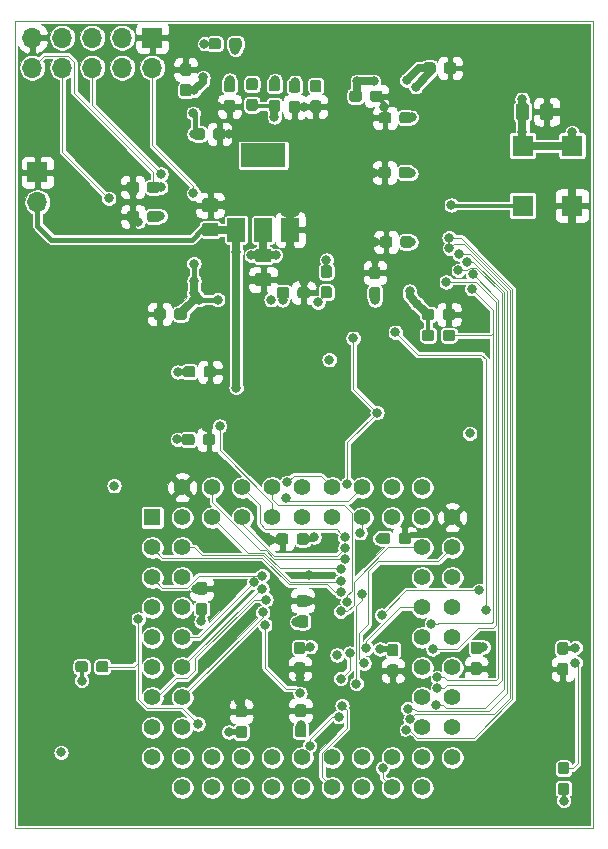
<source format=gbr>
G04 #@! TF.GenerationSoftware,KiCad,Pcbnew,(5.1.5)-3*
G04 #@! TF.CreationDate,2020-05-19T14:22:00+01:00*
G04 #@! TF.ProjectId,ElectronULA,456c6563-7472-46f6-9e55-4c412e6b6963,rev?*
G04 #@! TF.SameCoordinates,Original*
G04 #@! TF.FileFunction,Copper,L4,Bot*
G04 #@! TF.FilePolarity,Positive*
%FSLAX46Y46*%
G04 Gerber Fmt 4.6, Leading zero omitted, Abs format (unit mm)*
G04 Created by KiCad (PCBNEW (5.1.5)-3) date 2020-05-19 14:22:00*
%MOMM*%
%LPD*%
G04 APERTURE LIST*
%ADD10C,0.050000*%
%ADD11O,1.700000X1.700000*%
%ADD12R,1.700000X1.700000*%
%ADD13C,0.150000*%
%ADD14R,1.800000X1.800000*%
%ADD15R,1.500000X2.000000*%
%ADD16R,3.800000X2.000000*%
%ADD17C,1.422400*%
%ADD18R,1.422400X1.422400*%
%ADD19C,0.800000*%
%ADD20C,0.400000*%
%ADD21C,0.700000*%
%ADD22C,0.500000*%
%ADD23C,0.300000*%
%ADD24C,0.102000*%
%ADD25C,0.100000*%
G04 APERTURE END LIST*
D10*
X129700020Y-124670820D02*
X129703200Y-56271000D01*
X178683920Y-124670820D02*
X129700020Y-124670820D01*
X178661700Y-56283700D02*
X178683920Y-124670820D01*
X129703200Y-56271000D02*
X178661700Y-56283700D01*
D11*
X131620260Y-71653400D03*
D12*
X131620260Y-69113400D03*
G04 #@! TA.AperFunction,SMDPad,CuDef*
D13*
G36*
X166764539Y-82441904D02*
G01*
X166787594Y-82445323D01*
X166810203Y-82450987D01*
X166832147Y-82458839D01*
X166853217Y-82468804D01*
X166873208Y-82480786D01*
X166891928Y-82494670D01*
X166909198Y-82510322D01*
X166924850Y-82527592D01*
X166938734Y-82546312D01*
X166950716Y-82566303D01*
X166960681Y-82587373D01*
X166968533Y-82609317D01*
X166974197Y-82631926D01*
X166977616Y-82654981D01*
X166978760Y-82678260D01*
X166978760Y-83153260D01*
X166977616Y-83176539D01*
X166974197Y-83199594D01*
X166968533Y-83222203D01*
X166960681Y-83244147D01*
X166950716Y-83265217D01*
X166938734Y-83285208D01*
X166924850Y-83303928D01*
X166909198Y-83321198D01*
X166891928Y-83336850D01*
X166873208Y-83350734D01*
X166853217Y-83362716D01*
X166832147Y-83372681D01*
X166810203Y-83380533D01*
X166787594Y-83386197D01*
X166764539Y-83389616D01*
X166741260Y-83390760D01*
X166166260Y-83390760D01*
X166142981Y-83389616D01*
X166119926Y-83386197D01*
X166097317Y-83380533D01*
X166075373Y-83372681D01*
X166054303Y-83362716D01*
X166034312Y-83350734D01*
X166015592Y-83336850D01*
X165998322Y-83321198D01*
X165982670Y-83303928D01*
X165968786Y-83285208D01*
X165956804Y-83265217D01*
X165946839Y-83244147D01*
X165938987Y-83222203D01*
X165933323Y-83199594D01*
X165929904Y-83176539D01*
X165928760Y-83153260D01*
X165928760Y-82678260D01*
X165929904Y-82654981D01*
X165933323Y-82631926D01*
X165938987Y-82609317D01*
X165946839Y-82587373D01*
X165956804Y-82566303D01*
X165968786Y-82546312D01*
X165982670Y-82527592D01*
X165998322Y-82510322D01*
X166015592Y-82494670D01*
X166034312Y-82480786D01*
X166054303Y-82468804D01*
X166075373Y-82458839D01*
X166097317Y-82450987D01*
X166119926Y-82445323D01*
X166142981Y-82441904D01*
X166166260Y-82440760D01*
X166741260Y-82440760D01*
X166764539Y-82441904D01*
G37*
G04 #@! TD.AperFunction*
G04 #@! TA.AperFunction,SMDPad,CuDef*
G36*
X165014539Y-82441904D02*
G01*
X165037594Y-82445323D01*
X165060203Y-82450987D01*
X165082147Y-82458839D01*
X165103217Y-82468804D01*
X165123208Y-82480786D01*
X165141928Y-82494670D01*
X165159198Y-82510322D01*
X165174850Y-82527592D01*
X165188734Y-82546312D01*
X165200716Y-82566303D01*
X165210681Y-82587373D01*
X165218533Y-82609317D01*
X165224197Y-82631926D01*
X165227616Y-82654981D01*
X165228760Y-82678260D01*
X165228760Y-83153260D01*
X165227616Y-83176539D01*
X165224197Y-83199594D01*
X165218533Y-83222203D01*
X165210681Y-83244147D01*
X165200716Y-83265217D01*
X165188734Y-83285208D01*
X165174850Y-83303928D01*
X165159198Y-83321198D01*
X165141928Y-83336850D01*
X165123208Y-83350734D01*
X165103217Y-83362716D01*
X165082147Y-83372681D01*
X165060203Y-83380533D01*
X165037594Y-83386197D01*
X165014539Y-83389616D01*
X164991260Y-83390760D01*
X164416260Y-83390760D01*
X164392981Y-83389616D01*
X164369926Y-83386197D01*
X164347317Y-83380533D01*
X164325373Y-83372681D01*
X164304303Y-83362716D01*
X164284312Y-83350734D01*
X164265592Y-83336850D01*
X164248322Y-83321198D01*
X164232670Y-83303928D01*
X164218786Y-83285208D01*
X164206804Y-83265217D01*
X164196839Y-83244147D01*
X164188987Y-83222203D01*
X164183323Y-83199594D01*
X164179904Y-83176539D01*
X164178760Y-83153260D01*
X164178760Y-82678260D01*
X164179904Y-82654981D01*
X164183323Y-82631926D01*
X164188987Y-82609317D01*
X164196839Y-82587373D01*
X164206804Y-82566303D01*
X164218786Y-82546312D01*
X164232670Y-82527592D01*
X164248322Y-82510322D01*
X164265592Y-82494670D01*
X164284312Y-82480786D01*
X164304303Y-82468804D01*
X164325373Y-82458839D01*
X164347317Y-82450987D01*
X164369926Y-82445323D01*
X164392981Y-82441904D01*
X164416260Y-82440760D01*
X164991260Y-82440760D01*
X165014539Y-82441904D01*
G37*
G04 #@! TD.AperFunction*
G04 #@! TA.AperFunction,SMDPad,CuDef*
G36*
X156338699Y-76995704D02*
G01*
X156361754Y-76999123D01*
X156384363Y-77004787D01*
X156406307Y-77012639D01*
X156427377Y-77022604D01*
X156447368Y-77034586D01*
X156466088Y-77048470D01*
X156483358Y-77064122D01*
X156499010Y-77081392D01*
X156512894Y-77100112D01*
X156524876Y-77120103D01*
X156534841Y-77141173D01*
X156542693Y-77163117D01*
X156548357Y-77185726D01*
X156551776Y-77208781D01*
X156552920Y-77232060D01*
X156552920Y-77807060D01*
X156551776Y-77830339D01*
X156548357Y-77853394D01*
X156542693Y-77876003D01*
X156534841Y-77897947D01*
X156524876Y-77919017D01*
X156512894Y-77939008D01*
X156499010Y-77957728D01*
X156483358Y-77974998D01*
X156466088Y-77990650D01*
X156447368Y-78004534D01*
X156427377Y-78016516D01*
X156406307Y-78026481D01*
X156384363Y-78034333D01*
X156361754Y-78039997D01*
X156338699Y-78043416D01*
X156315420Y-78044560D01*
X155840420Y-78044560D01*
X155817141Y-78043416D01*
X155794086Y-78039997D01*
X155771477Y-78034333D01*
X155749533Y-78026481D01*
X155728463Y-78016516D01*
X155708472Y-78004534D01*
X155689752Y-77990650D01*
X155672482Y-77974998D01*
X155656830Y-77957728D01*
X155642946Y-77939008D01*
X155630964Y-77919017D01*
X155620999Y-77897947D01*
X155613147Y-77876003D01*
X155607483Y-77853394D01*
X155604064Y-77830339D01*
X155602920Y-77807060D01*
X155602920Y-77232060D01*
X155604064Y-77208781D01*
X155607483Y-77185726D01*
X155613147Y-77163117D01*
X155620999Y-77141173D01*
X155630964Y-77120103D01*
X155642946Y-77100112D01*
X155656830Y-77081392D01*
X155672482Y-77064122D01*
X155689752Y-77048470D01*
X155708472Y-77034586D01*
X155728463Y-77022604D01*
X155749533Y-77012639D01*
X155771477Y-77004787D01*
X155794086Y-76999123D01*
X155817141Y-76995704D01*
X155840420Y-76994560D01*
X156315420Y-76994560D01*
X156338699Y-76995704D01*
G37*
G04 #@! TD.AperFunction*
G04 #@! TA.AperFunction,SMDPad,CuDef*
G36*
X156338699Y-78745704D02*
G01*
X156361754Y-78749123D01*
X156384363Y-78754787D01*
X156406307Y-78762639D01*
X156427377Y-78772604D01*
X156447368Y-78784586D01*
X156466088Y-78798470D01*
X156483358Y-78814122D01*
X156499010Y-78831392D01*
X156512894Y-78850112D01*
X156524876Y-78870103D01*
X156534841Y-78891173D01*
X156542693Y-78913117D01*
X156548357Y-78935726D01*
X156551776Y-78958781D01*
X156552920Y-78982060D01*
X156552920Y-79557060D01*
X156551776Y-79580339D01*
X156548357Y-79603394D01*
X156542693Y-79626003D01*
X156534841Y-79647947D01*
X156524876Y-79669017D01*
X156512894Y-79689008D01*
X156499010Y-79707728D01*
X156483358Y-79724998D01*
X156466088Y-79740650D01*
X156447368Y-79754534D01*
X156427377Y-79766516D01*
X156406307Y-79776481D01*
X156384363Y-79784333D01*
X156361754Y-79789997D01*
X156338699Y-79793416D01*
X156315420Y-79794560D01*
X155840420Y-79794560D01*
X155817141Y-79793416D01*
X155794086Y-79789997D01*
X155771477Y-79784333D01*
X155749533Y-79776481D01*
X155728463Y-79766516D01*
X155708472Y-79754534D01*
X155689752Y-79740650D01*
X155672482Y-79724998D01*
X155656830Y-79707728D01*
X155642946Y-79689008D01*
X155630964Y-79669017D01*
X155620999Y-79647947D01*
X155613147Y-79626003D01*
X155607483Y-79603394D01*
X155604064Y-79580339D01*
X155602920Y-79557060D01*
X155602920Y-78982060D01*
X155604064Y-78958781D01*
X155607483Y-78935726D01*
X155613147Y-78913117D01*
X155620999Y-78891173D01*
X155630964Y-78870103D01*
X155642946Y-78850112D01*
X155656830Y-78831392D01*
X155672482Y-78814122D01*
X155689752Y-78798470D01*
X155708472Y-78784586D01*
X155728463Y-78772604D01*
X155749533Y-78762639D01*
X155771477Y-78754787D01*
X155794086Y-78749123D01*
X155817141Y-78745704D01*
X155840420Y-78744560D01*
X156315420Y-78744560D01*
X156338699Y-78745704D01*
G37*
G04 #@! TD.AperFunction*
G04 #@! TA.AperFunction,SMDPad,CuDef*
G36*
X176419939Y-119045404D02*
G01*
X176442994Y-119048823D01*
X176465603Y-119054487D01*
X176487547Y-119062339D01*
X176508617Y-119072304D01*
X176528608Y-119084286D01*
X176547328Y-119098170D01*
X176564598Y-119113822D01*
X176580250Y-119131092D01*
X176594134Y-119149812D01*
X176606116Y-119169803D01*
X176616081Y-119190873D01*
X176623933Y-119212817D01*
X176629597Y-119235426D01*
X176633016Y-119258481D01*
X176634160Y-119281760D01*
X176634160Y-119856760D01*
X176633016Y-119880039D01*
X176629597Y-119903094D01*
X176623933Y-119925703D01*
X176616081Y-119947647D01*
X176606116Y-119968717D01*
X176594134Y-119988708D01*
X176580250Y-120007428D01*
X176564598Y-120024698D01*
X176547328Y-120040350D01*
X176528608Y-120054234D01*
X176508617Y-120066216D01*
X176487547Y-120076181D01*
X176465603Y-120084033D01*
X176442994Y-120089697D01*
X176419939Y-120093116D01*
X176396660Y-120094260D01*
X175921660Y-120094260D01*
X175898381Y-120093116D01*
X175875326Y-120089697D01*
X175852717Y-120084033D01*
X175830773Y-120076181D01*
X175809703Y-120066216D01*
X175789712Y-120054234D01*
X175770992Y-120040350D01*
X175753722Y-120024698D01*
X175738070Y-120007428D01*
X175724186Y-119988708D01*
X175712204Y-119968717D01*
X175702239Y-119947647D01*
X175694387Y-119925703D01*
X175688723Y-119903094D01*
X175685304Y-119880039D01*
X175684160Y-119856760D01*
X175684160Y-119281760D01*
X175685304Y-119258481D01*
X175688723Y-119235426D01*
X175694387Y-119212817D01*
X175702239Y-119190873D01*
X175712204Y-119169803D01*
X175724186Y-119149812D01*
X175738070Y-119131092D01*
X175753722Y-119113822D01*
X175770992Y-119098170D01*
X175789712Y-119084286D01*
X175809703Y-119072304D01*
X175830773Y-119062339D01*
X175852717Y-119054487D01*
X175875326Y-119048823D01*
X175898381Y-119045404D01*
X175921660Y-119044260D01*
X176396660Y-119044260D01*
X176419939Y-119045404D01*
G37*
G04 #@! TD.AperFunction*
G04 #@! TA.AperFunction,SMDPad,CuDef*
G36*
X176419939Y-120795404D02*
G01*
X176442994Y-120798823D01*
X176465603Y-120804487D01*
X176487547Y-120812339D01*
X176508617Y-120822304D01*
X176528608Y-120834286D01*
X176547328Y-120848170D01*
X176564598Y-120863822D01*
X176580250Y-120881092D01*
X176594134Y-120899812D01*
X176606116Y-120919803D01*
X176616081Y-120940873D01*
X176623933Y-120962817D01*
X176629597Y-120985426D01*
X176633016Y-121008481D01*
X176634160Y-121031760D01*
X176634160Y-121606760D01*
X176633016Y-121630039D01*
X176629597Y-121653094D01*
X176623933Y-121675703D01*
X176616081Y-121697647D01*
X176606116Y-121718717D01*
X176594134Y-121738708D01*
X176580250Y-121757428D01*
X176564598Y-121774698D01*
X176547328Y-121790350D01*
X176528608Y-121804234D01*
X176508617Y-121816216D01*
X176487547Y-121826181D01*
X176465603Y-121834033D01*
X176442994Y-121839697D01*
X176419939Y-121843116D01*
X176396660Y-121844260D01*
X175921660Y-121844260D01*
X175898381Y-121843116D01*
X175875326Y-121839697D01*
X175852717Y-121834033D01*
X175830773Y-121826181D01*
X175809703Y-121816216D01*
X175789712Y-121804234D01*
X175770992Y-121790350D01*
X175753722Y-121774698D01*
X175738070Y-121757428D01*
X175724186Y-121738708D01*
X175712204Y-121718717D01*
X175702239Y-121697647D01*
X175694387Y-121675703D01*
X175688723Y-121653094D01*
X175685304Y-121630039D01*
X175684160Y-121606760D01*
X175684160Y-121031760D01*
X175685304Y-121008481D01*
X175688723Y-120985426D01*
X175694387Y-120962817D01*
X175702239Y-120940873D01*
X175712204Y-120919803D01*
X175724186Y-120899812D01*
X175738070Y-120881092D01*
X175753722Y-120863822D01*
X175770992Y-120848170D01*
X175789712Y-120834286D01*
X175809703Y-120822304D01*
X175830773Y-120812339D01*
X175852717Y-120804487D01*
X175875326Y-120798823D01*
X175898381Y-120795404D01*
X175921660Y-120794260D01*
X176396660Y-120794260D01*
X176419939Y-120795404D01*
G37*
G04 #@! TD.AperFunction*
G04 #@! TA.AperFunction,SMDPad,CuDef*
G36*
X135669979Y-110508904D02*
G01*
X135693034Y-110512323D01*
X135715643Y-110517987D01*
X135737587Y-110525839D01*
X135758657Y-110535804D01*
X135778648Y-110547786D01*
X135797368Y-110561670D01*
X135814638Y-110577322D01*
X135830290Y-110594592D01*
X135844174Y-110613312D01*
X135856156Y-110633303D01*
X135866121Y-110654373D01*
X135873973Y-110676317D01*
X135879637Y-110698926D01*
X135883056Y-110721981D01*
X135884200Y-110745260D01*
X135884200Y-111220260D01*
X135883056Y-111243539D01*
X135879637Y-111266594D01*
X135873973Y-111289203D01*
X135866121Y-111311147D01*
X135856156Y-111332217D01*
X135844174Y-111352208D01*
X135830290Y-111370928D01*
X135814638Y-111388198D01*
X135797368Y-111403850D01*
X135778648Y-111417734D01*
X135758657Y-111429716D01*
X135737587Y-111439681D01*
X135715643Y-111447533D01*
X135693034Y-111453197D01*
X135669979Y-111456616D01*
X135646700Y-111457760D01*
X135071700Y-111457760D01*
X135048421Y-111456616D01*
X135025366Y-111453197D01*
X135002757Y-111447533D01*
X134980813Y-111439681D01*
X134959743Y-111429716D01*
X134939752Y-111417734D01*
X134921032Y-111403850D01*
X134903762Y-111388198D01*
X134888110Y-111370928D01*
X134874226Y-111352208D01*
X134862244Y-111332217D01*
X134852279Y-111311147D01*
X134844427Y-111289203D01*
X134838763Y-111266594D01*
X134835344Y-111243539D01*
X134834200Y-111220260D01*
X134834200Y-110745260D01*
X134835344Y-110721981D01*
X134838763Y-110698926D01*
X134844427Y-110676317D01*
X134852279Y-110654373D01*
X134862244Y-110633303D01*
X134874226Y-110613312D01*
X134888110Y-110594592D01*
X134903762Y-110577322D01*
X134921032Y-110561670D01*
X134939752Y-110547786D01*
X134959743Y-110535804D01*
X134980813Y-110525839D01*
X135002757Y-110517987D01*
X135025366Y-110512323D01*
X135048421Y-110508904D01*
X135071700Y-110507760D01*
X135646700Y-110507760D01*
X135669979Y-110508904D01*
G37*
G04 #@! TD.AperFunction*
G04 #@! TA.AperFunction,SMDPad,CuDef*
G36*
X137419979Y-110508904D02*
G01*
X137443034Y-110512323D01*
X137465643Y-110517987D01*
X137487587Y-110525839D01*
X137508657Y-110535804D01*
X137528648Y-110547786D01*
X137547368Y-110561670D01*
X137564638Y-110577322D01*
X137580290Y-110594592D01*
X137594174Y-110613312D01*
X137606156Y-110633303D01*
X137616121Y-110654373D01*
X137623973Y-110676317D01*
X137629637Y-110698926D01*
X137633056Y-110721981D01*
X137634200Y-110745260D01*
X137634200Y-111220260D01*
X137633056Y-111243539D01*
X137629637Y-111266594D01*
X137623973Y-111289203D01*
X137616121Y-111311147D01*
X137606156Y-111332217D01*
X137594174Y-111352208D01*
X137580290Y-111370928D01*
X137564638Y-111388198D01*
X137547368Y-111403850D01*
X137528648Y-111417734D01*
X137508657Y-111429716D01*
X137487587Y-111439681D01*
X137465643Y-111447533D01*
X137443034Y-111453197D01*
X137419979Y-111456616D01*
X137396700Y-111457760D01*
X136821700Y-111457760D01*
X136798421Y-111456616D01*
X136775366Y-111453197D01*
X136752757Y-111447533D01*
X136730813Y-111439681D01*
X136709743Y-111429716D01*
X136689752Y-111417734D01*
X136671032Y-111403850D01*
X136653762Y-111388198D01*
X136638110Y-111370928D01*
X136624226Y-111352208D01*
X136612244Y-111332217D01*
X136602279Y-111311147D01*
X136594427Y-111289203D01*
X136588763Y-111266594D01*
X136585344Y-111243539D01*
X136584200Y-111220260D01*
X136584200Y-110745260D01*
X136585344Y-110721981D01*
X136588763Y-110698926D01*
X136594427Y-110676317D01*
X136602279Y-110654373D01*
X136612244Y-110633303D01*
X136624226Y-110613312D01*
X136638110Y-110594592D01*
X136653762Y-110577322D01*
X136671032Y-110561670D01*
X136689752Y-110547786D01*
X136709743Y-110535804D01*
X136730813Y-110525839D01*
X136752757Y-110517987D01*
X136775366Y-110512323D01*
X136798421Y-110508904D01*
X136821700Y-110507760D01*
X137396700Y-110507760D01*
X137419979Y-110508904D01*
G37*
G04 #@! TD.AperFunction*
D11*
X131165600Y-60251340D03*
X131165600Y-57711340D03*
X133705600Y-60251340D03*
X133705600Y-57711340D03*
X136245600Y-60251340D03*
X136245600Y-57711340D03*
X138785600Y-60251340D03*
X138785600Y-57711340D03*
X141325600Y-60251340D03*
D12*
X141325600Y-57711340D03*
G04 #@! TA.AperFunction,SMDPad,CuDef*
D13*
G36*
X155449699Y-61278184D02*
G01*
X155472754Y-61281603D01*
X155495363Y-61287267D01*
X155517307Y-61295119D01*
X155538377Y-61305084D01*
X155558368Y-61317066D01*
X155577088Y-61330950D01*
X155594358Y-61346602D01*
X155610010Y-61363872D01*
X155623894Y-61382592D01*
X155635876Y-61402583D01*
X155645841Y-61423653D01*
X155653693Y-61445597D01*
X155659357Y-61468206D01*
X155662776Y-61491261D01*
X155663920Y-61514540D01*
X155663920Y-62089540D01*
X155662776Y-62112819D01*
X155659357Y-62135874D01*
X155653693Y-62158483D01*
X155645841Y-62180427D01*
X155635876Y-62201497D01*
X155623894Y-62221488D01*
X155610010Y-62240208D01*
X155594358Y-62257478D01*
X155577088Y-62273130D01*
X155558368Y-62287014D01*
X155538377Y-62298996D01*
X155517307Y-62308961D01*
X155495363Y-62316813D01*
X155472754Y-62322477D01*
X155449699Y-62325896D01*
X155426420Y-62327040D01*
X154951420Y-62327040D01*
X154928141Y-62325896D01*
X154905086Y-62322477D01*
X154882477Y-62316813D01*
X154860533Y-62308961D01*
X154839463Y-62298996D01*
X154819472Y-62287014D01*
X154800752Y-62273130D01*
X154783482Y-62257478D01*
X154767830Y-62240208D01*
X154753946Y-62221488D01*
X154741964Y-62201497D01*
X154731999Y-62180427D01*
X154724147Y-62158483D01*
X154718483Y-62135874D01*
X154715064Y-62112819D01*
X154713920Y-62089540D01*
X154713920Y-61514540D01*
X154715064Y-61491261D01*
X154718483Y-61468206D01*
X154724147Y-61445597D01*
X154731999Y-61423653D01*
X154741964Y-61402583D01*
X154753946Y-61382592D01*
X154767830Y-61363872D01*
X154783482Y-61346602D01*
X154800752Y-61330950D01*
X154819472Y-61317066D01*
X154839463Y-61305084D01*
X154860533Y-61295119D01*
X154882477Y-61287267D01*
X154905086Y-61281603D01*
X154928141Y-61278184D01*
X154951420Y-61277040D01*
X155426420Y-61277040D01*
X155449699Y-61278184D01*
G37*
G04 #@! TD.AperFunction*
G04 #@! TA.AperFunction,SMDPad,CuDef*
G36*
X155449699Y-63028184D02*
G01*
X155472754Y-63031603D01*
X155495363Y-63037267D01*
X155517307Y-63045119D01*
X155538377Y-63055084D01*
X155558368Y-63067066D01*
X155577088Y-63080950D01*
X155594358Y-63096602D01*
X155610010Y-63113872D01*
X155623894Y-63132592D01*
X155635876Y-63152583D01*
X155645841Y-63173653D01*
X155653693Y-63195597D01*
X155659357Y-63218206D01*
X155662776Y-63241261D01*
X155663920Y-63264540D01*
X155663920Y-63839540D01*
X155662776Y-63862819D01*
X155659357Y-63885874D01*
X155653693Y-63908483D01*
X155645841Y-63930427D01*
X155635876Y-63951497D01*
X155623894Y-63971488D01*
X155610010Y-63990208D01*
X155594358Y-64007478D01*
X155577088Y-64023130D01*
X155558368Y-64037014D01*
X155538377Y-64048996D01*
X155517307Y-64058961D01*
X155495363Y-64066813D01*
X155472754Y-64072477D01*
X155449699Y-64075896D01*
X155426420Y-64077040D01*
X154951420Y-64077040D01*
X154928141Y-64075896D01*
X154905086Y-64072477D01*
X154882477Y-64066813D01*
X154860533Y-64058961D01*
X154839463Y-64048996D01*
X154819472Y-64037014D01*
X154800752Y-64023130D01*
X154783482Y-64007478D01*
X154767830Y-63990208D01*
X154753946Y-63971488D01*
X154741964Y-63951497D01*
X154731999Y-63930427D01*
X154724147Y-63908483D01*
X154718483Y-63885874D01*
X154715064Y-63862819D01*
X154713920Y-63839540D01*
X154713920Y-63264540D01*
X154715064Y-63241261D01*
X154718483Y-63218206D01*
X154724147Y-63195597D01*
X154731999Y-63173653D01*
X154741964Y-63152583D01*
X154753946Y-63132592D01*
X154767830Y-63113872D01*
X154783482Y-63096602D01*
X154800752Y-63080950D01*
X154819472Y-63067066D01*
X154839463Y-63055084D01*
X154860533Y-63045119D01*
X154882477Y-63037267D01*
X154905086Y-63031603D01*
X154928141Y-63028184D01*
X154951420Y-63027040D01*
X155426420Y-63027040D01*
X155449699Y-63028184D01*
G37*
G04 #@! TD.AperFunction*
G04 #@! TA.AperFunction,SMDPad,CuDef*
G36*
X148688659Y-57765804D02*
G01*
X148711714Y-57769223D01*
X148734323Y-57774887D01*
X148756267Y-57782739D01*
X148777337Y-57792704D01*
X148797328Y-57804686D01*
X148816048Y-57818570D01*
X148833318Y-57834222D01*
X148848970Y-57851492D01*
X148862854Y-57870212D01*
X148874836Y-57890203D01*
X148884801Y-57911273D01*
X148892653Y-57933217D01*
X148898317Y-57955826D01*
X148901736Y-57978881D01*
X148902880Y-58002160D01*
X148902880Y-58477160D01*
X148901736Y-58500439D01*
X148898317Y-58523494D01*
X148892653Y-58546103D01*
X148884801Y-58568047D01*
X148874836Y-58589117D01*
X148862854Y-58609108D01*
X148848970Y-58627828D01*
X148833318Y-58645098D01*
X148816048Y-58660750D01*
X148797328Y-58674634D01*
X148777337Y-58686616D01*
X148756267Y-58696581D01*
X148734323Y-58704433D01*
X148711714Y-58710097D01*
X148688659Y-58713516D01*
X148665380Y-58714660D01*
X148090380Y-58714660D01*
X148067101Y-58713516D01*
X148044046Y-58710097D01*
X148021437Y-58704433D01*
X147999493Y-58696581D01*
X147978423Y-58686616D01*
X147958432Y-58674634D01*
X147939712Y-58660750D01*
X147922442Y-58645098D01*
X147906790Y-58627828D01*
X147892906Y-58609108D01*
X147880924Y-58589117D01*
X147870959Y-58568047D01*
X147863107Y-58546103D01*
X147857443Y-58523494D01*
X147854024Y-58500439D01*
X147852880Y-58477160D01*
X147852880Y-58002160D01*
X147854024Y-57978881D01*
X147857443Y-57955826D01*
X147863107Y-57933217D01*
X147870959Y-57911273D01*
X147880924Y-57890203D01*
X147892906Y-57870212D01*
X147906790Y-57851492D01*
X147922442Y-57834222D01*
X147939712Y-57818570D01*
X147958432Y-57804686D01*
X147978423Y-57792704D01*
X147999493Y-57782739D01*
X148021437Y-57774887D01*
X148044046Y-57769223D01*
X148067101Y-57765804D01*
X148090380Y-57764660D01*
X148665380Y-57764660D01*
X148688659Y-57765804D01*
G37*
G04 #@! TD.AperFunction*
G04 #@! TA.AperFunction,SMDPad,CuDef*
G36*
X146938659Y-57765804D02*
G01*
X146961714Y-57769223D01*
X146984323Y-57774887D01*
X147006267Y-57782739D01*
X147027337Y-57792704D01*
X147047328Y-57804686D01*
X147066048Y-57818570D01*
X147083318Y-57834222D01*
X147098970Y-57851492D01*
X147112854Y-57870212D01*
X147124836Y-57890203D01*
X147134801Y-57911273D01*
X147142653Y-57933217D01*
X147148317Y-57955826D01*
X147151736Y-57978881D01*
X147152880Y-58002160D01*
X147152880Y-58477160D01*
X147151736Y-58500439D01*
X147148317Y-58523494D01*
X147142653Y-58546103D01*
X147134801Y-58568047D01*
X147124836Y-58589117D01*
X147112854Y-58609108D01*
X147098970Y-58627828D01*
X147083318Y-58645098D01*
X147066048Y-58660750D01*
X147047328Y-58674634D01*
X147027337Y-58686616D01*
X147006267Y-58696581D01*
X146984323Y-58704433D01*
X146961714Y-58710097D01*
X146938659Y-58713516D01*
X146915380Y-58714660D01*
X146340380Y-58714660D01*
X146317101Y-58713516D01*
X146294046Y-58710097D01*
X146271437Y-58704433D01*
X146249493Y-58696581D01*
X146228423Y-58686616D01*
X146208432Y-58674634D01*
X146189712Y-58660750D01*
X146172442Y-58645098D01*
X146156790Y-58627828D01*
X146142906Y-58609108D01*
X146130924Y-58589117D01*
X146120959Y-58568047D01*
X146113107Y-58546103D01*
X146107443Y-58523494D01*
X146104024Y-58500439D01*
X146102880Y-58477160D01*
X146102880Y-58002160D01*
X146104024Y-57978881D01*
X146107443Y-57955826D01*
X146113107Y-57933217D01*
X146120959Y-57911273D01*
X146130924Y-57890203D01*
X146142906Y-57870212D01*
X146156790Y-57851492D01*
X146172442Y-57834222D01*
X146189712Y-57818570D01*
X146208432Y-57804686D01*
X146228423Y-57792704D01*
X146249493Y-57782739D01*
X146271437Y-57774887D01*
X146294046Y-57769223D01*
X146317101Y-57765804D01*
X146340380Y-57764660D01*
X146915380Y-57764660D01*
X146938659Y-57765804D01*
G37*
G04 #@! TD.AperFunction*
G04 #@! TA.AperFunction,SMDPad,CuDef*
G36*
X150039499Y-61120704D02*
G01*
X150062554Y-61124123D01*
X150085163Y-61129787D01*
X150107107Y-61137639D01*
X150128177Y-61147604D01*
X150148168Y-61159586D01*
X150166888Y-61173470D01*
X150184158Y-61189122D01*
X150199810Y-61206392D01*
X150213694Y-61225112D01*
X150225676Y-61245103D01*
X150235641Y-61266173D01*
X150243493Y-61288117D01*
X150249157Y-61310726D01*
X150252576Y-61333781D01*
X150253720Y-61357060D01*
X150253720Y-61932060D01*
X150252576Y-61955339D01*
X150249157Y-61978394D01*
X150243493Y-62001003D01*
X150235641Y-62022947D01*
X150225676Y-62044017D01*
X150213694Y-62064008D01*
X150199810Y-62082728D01*
X150184158Y-62099998D01*
X150166888Y-62115650D01*
X150148168Y-62129534D01*
X150128177Y-62141516D01*
X150107107Y-62151481D01*
X150085163Y-62159333D01*
X150062554Y-62164997D01*
X150039499Y-62168416D01*
X150016220Y-62169560D01*
X149541220Y-62169560D01*
X149517941Y-62168416D01*
X149494886Y-62164997D01*
X149472277Y-62159333D01*
X149450333Y-62151481D01*
X149429263Y-62141516D01*
X149409272Y-62129534D01*
X149390552Y-62115650D01*
X149373282Y-62099998D01*
X149357630Y-62082728D01*
X149343746Y-62064008D01*
X149331764Y-62044017D01*
X149321799Y-62022947D01*
X149313947Y-62001003D01*
X149308283Y-61978394D01*
X149304864Y-61955339D01*
X149303720Y-61932060D01*
X149303720Y-61357060D01*
X149304864Y-61333781D01*
X149308283Y-61310726D01*
X149313947Y-61288117D01*
X149321799Y-61266173D01*
X149331764Y-61245103D01*
X149343746Y-61225112D01*
X149357630Y-61206392D01*
X149373282Y-61189122D01*
X149390552Y-61173470D01*
X149409272Y-61159586D01*
X149429263Y-61147604D01*
X149450333Y-61137639D01*
X149472277Y-61129787D01*
X149494886Y-61124123D01*
X149517941Y-61120704D01*
X149541220Y-61119560D01*
X150016220Y-61119560D01*
X150039499Y-61120704D01*
G37*
G04 #@! TD.AperFunction*
G04 #@! TA.AperFunction,SMDPad,CuDef*
G36*
X150039499Y-62870704D02*
G01*
X150062554Y-62874123D01*
X150085163Y-62879787D01*
X150107107Y-62887639D01*
X150128177Y-62897604D01*
X150148168Y-62909586D01*
X150166888Y-62923470D01*
X150184158Y-62939122D01*
X150199810Y-62956392D01*
X150213694Y-62975112D01*
X150225676Y-62995103D01*
X150235641Y-63016173D01*
X150243493Y-63038117D01*
X150249157Y-63060726D01*
X150252576Y-63083781D01*
X150253720Y-63107060D01*
X150253720Y-63682060D01*
X150252576Y-63705339D01*
X150249157Y-63728394D01*
X150243493Y-63751003D01*
X150235641Y-63772947D01*
X150225676Y-63794017D01*
X150213694Y-63814008D01*
X150199810Y-63832728D01*
X150184158Y-63849998D01*
X150166888Y-63865650D01*
X150148168Y-63879534D01*
X150128177Y-63891516D01*
X150107107Y-63901481D01*
X150085163Y-63909333D01*
X150062554Y-63914997D01*
X150039499Y-63918416D01*
X150016220Y-63919560D01*
X149541220Y-63919560D01*
X149517941Y-63918416D01*
X149494886Y-63914997D01*
X149472277Y-63909333D01*
X149450333Y-63901481D01*
X149429263Y-63891516D01*
X149409272Y-63879534D01*
X149390552Y-63865650D01*
X149373282Y-63849998D01*
X149357630Y-63832728D01*
X149343746Y-63814008D01*
X149331764Y-63794017D01*
X149321799Y-63772947D01*
X149313947Y-63751003D01*
X149308283Y-63728394D01*
X149304864Y-63705339D01*
X149303720Y-63682060D01*
X149303720Y-63107060D01*
X149304864Y-63083781D01*
X149308283Y-63060726D01*
X149313947Y-63038117D01*
X149321799Y-63016173D01*
X149331764Y-62995103D01*
X149343746Y-62975112D01*
X149357630Y-62956392D01*
X149373282Y-62939122D01*
X149390552Y-62923470D01*
X149409272Y-62909586D01*
X149429263Y-62897604D01*
X149450333Y-62887639D01*
X149472277Y-62879787D01*
X149494886Y-62874123D01*
X149517941Y-62870704D01*
X149541220Y-62869560D01*
X150016220Y-62869560D01*
X150039499Y-62870704D01*
G37*
G04 #@! TD.AperFunction*
G04 #@! TA.AperFunction,SMDPad,CuDef*
G36*
X151944499Y-61212144D02*
G01*
X151967554Y-61215563D01*
X151990163Y-61221227D01*
X152012107Y-61229079D01*
X152033177Y-61239044D01*
X152053168Y-61251026D01*
X152071888Y-61264910D01*
X152089158Y-61280562D01*
X152104810Y-61297832D01*
X152118694Y-61316552D01*
X152130676Y-61336543D01*
X152140641Y-61357613D01*
X152148493Y-61379557D01*
X152154157Y-61402166D01*
X152157576Y-61425221D01*
X152158720Y-61448500D01*
X152158720Y-62023500D01*
X152157576Y-62046779D01*
X152154157Y-62069834D01*
X152148493Y-62092443D01*
X152140641Y-62114387D01*
X152130676Y-62135457D01*
X152118694Y-62155448D01*
X152104810Y-62174168D01*
X152089158Y-62191438D01*
X152071888Y-62207090D01*
X152053168Y-62220974D01*
X152033177Y-62232956D01*
X152012107Y-62242921D01*
X151990163Y-62250773D01*
X151967554Y-62256437D01*
X151944499Y-62259856D01*
X151921220Y-62261000D01*
X151446220Y-62261000D01*
X151422941Y-62259856D01*
X151399886Y-62256437D01*
X151377277Y-62250773D01*
X151355333Y-62242921D01*
X151334263Y-62232956D01*
X151314272Y-62220974D01*
X151295552Y-62207090D01*
X151278282Y-62191438D01*
X151262630Y-62174168D01*
X151248746Y-62155448D01*
X151236764Y-62135457D01*
X151226799Y-62114387D01*
X151218947Y-62092443D01*
X151213283Y-62069834D01*
X151209864Y-62046779D01*
X151208720Y-62023500D01*
X151208720Y-61448500D01*
X151209864Y-61425221D01*
X151213283Y-61402166D01*
X151218947Y-61379557D01*
X151226799Y-61357613D01*
X151236764Y-61336543D01*
X151248746Y-61316552D01*
X151262630Y-61297832D01*
X151278282Y-61280562D01*
X151295552Y-61264910D01*
X151314272Y-61251026D01*
X151334263Y-61239044D01*
X151355333Y-61229079D01*
X151377277Y-61221227D01*
X151399886Y-61215563D01*
X151422941Y-61212144D01*
X151446220Y-61211000D01*
X151921220Y-61211000D01*
X151944499Y-61212144D01*
G37*
G04 #@! TD.AperFunction*
G04 #@! TA.AperFunction,SMDPad,CuDef*
G36*
X151944499Y-62962144D02*
G01*
X151967554Y-62965563D01*
X151990163Y-62971227D01*
X152012107Y-62979079D01*
X152033177Y-62989044D01*
X152053168Y-63001026D01*
X152071888Y-63014910D01*
X152089158Y-63030562D01*
X152104810Y-63047832D01*
X152118694Y-63066552D01*
X152130676Y-63086543D01*
X152140641Y-63107613D01*
X152148493Y-63129557D01*
X152154157Y-63152166D01*
X152157576Y-63175221D01*
X152158720Y-63198500D01*
X152158720Y-63773500D01*
X152157576Y-63796779D01*
X152154157Y-63819834D01*
X152148493Y-63842443D01*
X152140641Y-63864387D01*
X152130676Y-63885457D01*
X152118694Y-63905448D01*
X152104810Y-63924168D01*
X152089158Y-63941438D01*
X152071888Y-63957090D01*
X152053168Y-63970974D01*
X152033177Y-63982956D01*
X152012107Y-63992921D01*
X151990163Y-64000773D01*
X151967554Y-64006437D01*
X151944499Y-64009856D01*
X151921220Y-64011000D01*
X151446220Y-64011000D01*
X151422941Y-64009856D01*
X151399886Y-64006437D01*
X151377277Y-64000773D01*
X151355333Y-63992921D01*
X151334263Y-63982956D01*
X151314272Y-63970974D01*
X151295552Y-63957090D01*
X151278282Y-63941438D01*
X151262630Y-63924168D01*
X151248746Y-63905448D01*
X151236764Y-63885457D01*
X151226799Y-63864387D01*
X151218947Y-63842443D01*
X151213283Y-63819834D01*
X151209864Y-63796779D01*
X151208720Y-63773500D01*
X151208720Y-63198500D01*
X151209864Y-63175221D01*
X151213283Y-63152166D01*
X151218947Y-63129557D01*
X151226799Y-63107613D01*
X151236764Y-63086543D01*
X151248746Y-63066552D01*
X151262630Y-63047832D01*
X151278282Y-63030562D01*
X151295552Y-63014910D01*
X151314272Y-63001026D01*
X151334263Y-62989044D01*
X151355333Y-62979079D01*
X151377277Y-62971227D01*
X151399886Y-62965563D01*
X151422941Y-62962144D01*
X151446220Y-62961000D01*
X151921220Y-62961000D01*
X151944499Y-62962144D01*
G37*
G04 #@! TD.AperFunction*
G04 #@! TA.AperFunction,SMDPad,CuDef*
G36*
X141744299Y-69896844D02*
G01*
X141767354Y-69900263D01*
X141789963Y-69905927D01*
X141811907Y-69913779D01*
X141832977Y-69923744D01*
X141852968Y-69935726D01*
X141871688Y-69949610D01*
X141888958Y-69965262D01*
X141904610Y-69982532D01*
X141918494Y-70001252D01*
X141930476Y-70021243D01*
X141940441Y-70042313D01*
X141948293Y-70064257D01*
X141953957Y-70086866D01*
X141957376Y-70109921D01*
X141958520Y-70133200D01*
X141958520Y-70608200D01*
X141957376Y-70631479D01*
X141953957Y-70654534D01*
X141948293Y-70677143D01*
X141940441Y-70699087D01*
X141930476Y-70720157D01*
X141918494Y-70740148D01*
X141904610Y-70758868D01*
X141888958Y-70776138D01*
X141871688Y-70791790D01*
X141852968Y-70805674D01*
X141832977Y-70817656D01*
X141811907Y-70827621D01*
X141789963Y-70835473D01*
X141767354Y-70841137D01*
X141744299Y-70844556D01*
X141721020Y-70845700D01*
X141146020Y-70845700D01*
X141122741Y-70844556D01*
X141099686Y-70841137D01*
X141077077Y-70835473D01*
X141055133Y-70827621D01*
X141034063Y-70817656D01*
X141014072Y-70805674D01*
X140995352Y-70791790D01*
X140978082Y-70776138D01*
X140962430Y-70758868D01*
X140948546Y-70740148D01*
X140936564Y-70720157D01*
X140926599Y-70699087D01*
X140918747Y-70677143D01*
X140913083Y-70654534D01*
X140909664Y-70631479D01*
X140908520Y-70608200D01*
X140908520Y-70133200D01*
X140909664Y-70109921D01*
X140913083Y-70086866D01*
X140918747Y-70064257D01*
X140926599Y-70042313D01*
X140936564Y-70021243D01*
X140948546Y-70001252D01*
X140962430Y-69982532D01*
X140978082Y-69965262D01*
X140995352Y-69949610D01*
X141014072Y-69935726D01*
X141034063Y-69923744D01*
X141055133Y-69913779D01*
X141077077Y-69905927D01*
X141099686Y-69900263D01*
X141122741Y-69896844D01*
X141146020Y-69895700D01*
X141721020Y-69895700D01*
X141744299Y-69896844D01*
G37*
G04 #@! TD.AperFunction*
G04 #@! TA.AperFunction,SMDPad,CuDef*
G36*
X139994299Y-69896844D02*
G01*
X140017354Y-69900263D01*
X140039963Y-69905927D01*
X140061907Y-69913779D01*
X140082977Y-69923744D01*
X140102968Y-69935726D01*
X140121688Y-69949610D01*
X140138958Y-69965262D01*
X140154610Y-69982532D01*
X140168494Y-70001252D01*
X140180476Y-70021243D01*
X140190441Y-70042313D01*
X140198293Y-70064257D01*
X140203957Y-70086866D01*
X140207376Y-70109921D01*
X140208520Y-70133200D01*
X140208520Y-70608200D01*
X140207376Y-70631479D01*
X140203957Y-70654534D01*
X140198293Y-70677143D01*
X140190441Y-70699087D01*
X140180476Y-70720157D01*
X140168494Y-70740148D01*
X140154610Y-70758868D01*
X140138958Y-70776138D01*
X140121688Y-70791790D01*
X140102968Y-70805674D01*
X140082977Y-70817656D01*
X140061907Y-70827621D01*
X140039963Y-70835473D01*
X140017354Y-70841137D01*
X139994299Y-70844556D01*
X139971020Y-70845700D01*
X139396020Y-70845700D01*
X139372741Y-70844556D01*
X139349686Y-70841137D01*
X139327077Y-70835473D01*
X139305133Y-70827621D01*
X139284063Y-70817656D01*
X139264072Y-70805674D01*
X139245352Y-70791790D01*
X139228082Y-70776138D01*
X139212430Y-70758868D01*
X139198546Y-70740148D01*
X139186564Y-70720157D01*
X139176599Y-70699087D01*
X139168747Y-70677143D01*
X139163083Y-70654534D01*
X139159664Y-70631479D01*
X139158520Y-70608200D01*
X139158520Y-70133200D01*
X139159664Y-70109921D01*
X139163083Y-70086866D01*
X139168747Y-70064257D01*
X139176599Y-70042313D01*
X139186564Y-70021243D01*
X139198546Y-70001252D01*
X139212430Y-69982532D01*
X139228082Y-69965262D01*
X139245352Y-69949610D01*
X139264072Y-69935726D01*
X139284063Y-69923744D01*
X139305133Y-69913779D01*
X139327077Y-69905927D01*
X139349686Y-69900263D01*
X139372741Y-69896844D01*
X139396020Y-69895700D01*
X139971020Y-69895700D01*
X139994299Y-69896844D01*
G37*
G04 #@! TD.AperFunction*
G04 #@! TA.AperFunction,SMDPad,CuDef*
G36*
X147324679Y-65390884D02*
G01*
X147347734Y-65394303D01*
X147370343Y-65399967D01*
X147392287Y-65407819D01*
X147413357Y-65417784D01*
X147433348Y-65429766D01*
X147452068Y-65443650D01*
X147469338Y-65459302D01*
X147484990Y-65476572D01*
X147498874Y-65495292D01*
X147510856Y-65515283D01*
X147520821Y-65536353D01*
X147528673Y-65558297D01*
X147534337Y-65580906D01*
X147537756Y-65603961D01*
X147538900Y-65627240D01*
X147538900Y-66102240D01*
X147537756Y-66125519D01*
X147534337Y-66148574D01*
X147528673Y-66171183D01*
X147520821Y-66193127D01*
X147510856Y-66214197D01*
X147498874Y-66234188D01*
X147484990Y-66252908D01*
X147469338Y-66270178D01*
X147452068Y-66285830D01*
X147433348Y-66299714D01*
X147413357Y-66311696D01*
X147392287Y-66321661D01*
X147370343Y-66329513D01*
X147347734Y-66335177D01*
X147324679Y-66338596D01*
X147301400Y-66339740D01*
X146726400Y-66339740D01*
X146703121Y-66338596D01*
X146680066Y-66335177D01*
X146657457Y-66329513D01*
X146635513Y-66321661D01*
X146614443Y-66311696D01*
X146594452Y-66299714D01*
X146575732Y-66285830D01*
X146558462Y-66270178D01*
X146542810Y-66252908D01*
X146528926Y-66234188D01*
X146516944Y-66214197D01*
X146506979Y-66193127D01*
X146499127Y-66171183D01*
X146493463Y-66148574D01*
X146490044Y-66125519D01*
X146488900Y-66102240D01*
X146488900Y-65627240D01*
X146490044Y-65603961D01*
X146493463Y-65580906D01*
X146499127Y-65558297D01*
X146506979Y-65536353D01*
X146516944Y-65515283D01*
X146528926Y-65495292D01*
X146542810Y-65476572D01*
X146558462Y-65459302D01*
X146575732Y-65443650D01*
X146594452Y-65429766D01*
X146614443Y-65417784D01*
X146635513Y-65407819D01*
X146657457Y-65399967D01*
X146680066Y-65394303D01*
X146703121Y-65390884D01*
X146726400Y-65389740D01*
X147301400Y-65389740D01*
X147324679Y-65390884D01*
G37*
G04 #@! TD.AperFunction*
G04 #@! TA.AperFunction,SMDPad,CuDef*
G36*
X145574679Y-65390884D02*
G01*
X145597734Y-65394303D01*
X145620343Y-65399967D01*
X145642287Y-65407819D01*
X145663357Y-65417784D01*
X145683348Y-65429766D01*
X145702068Y-65443650D01*
X145719338Y-65459302D01*
X145734990Y-65476572D01*
X145748874Y-65495292D01*
X145760856Y-65515283D01*
X145770821Y-65536353D01*
X145778673Y-65558297D01*
X145784337Y-65580906D01*
X145787756Y-65603961D01*
X145788900Y-65627240D01*
X145788900Y-66102240D01*
X145787756Y-66125519D01*
X145784337Y-66148574D01*
X145778673Y-66171183D01*
X145770821Y-66193127D01*
X145760856Y-66214197D01*
X145748874Y-66234188D01*
X145734990Y-66252908D01*
X145719338Y-66270178D01*
X145702068Y-66285830D01*
X145683348Y-66299714D01*
X145663357Y-66311696D01*
X145642287Y-66321661D01*
X145620343Y-66329513D01*
X145597734Y-66335177D01*
X145574679Y-66338596D01*
X145551400Y-66339740D01*
X144976400Y-66339740D01*
X144953121Y-66338596D01*
X144930066Y-66335177D01*
X144907457Y-66329513D01*
X144885513Y-66321661D01*
X144864443Y-66311696D01*
X144844452Y-66299714D01*
X144825732Y-66285830D01*
X144808462Y-66270178D01*
X144792810Y-66252908D01*
X144778926Y-66234188D01*
X144766944Y-66214197D01*
X144756979Y-66193127D01*
X144749127Y-66171183D01*
X144743463Y-66148574D01*
X144740044Y-66125519D01*
X144738900Y-66102240D01*
X144738900Y-65627240D01*
X144740044Y-65603961D01*
X144743463Y-65580906D01*
X144749127Y-65558297D01*
X144756979Y-65536353D01*
X144766944Y-65515283D01*
X144778926Y-65495292D01*
X144792810Y-65476572D01*
X144808462Y-65459302D01*
X144825732Y-65443650D01*
X144844452Y-65429766D01*
X144864443Y-65417784D01*
X144885513Y-65407819D01*
X144907457Y-65399967D01*
X144930066Y-65394303D01*
X144953121Y-65390884D01*
X144976400Y-65389740D01*
X145551400Y-65389740D01*
X145574679Y-65390884D01*
G37*
G04 #@! TD.AperFunction*
G04 #@! TA.AperFunction,SMDPad,CuDef*
G36*
X154472239Y-78835104D02*
G01*
X154495294Y-78838523D01*
X154517903Y-78844187D01*
X154539847Y-78852039D01*
X154560917Y-78862004D01*
X154580908Y-78873986D01*
X154599628Y-78887870D01*
X154616898Y-78903522D01*
X154632550Y-78920792D01*
X154646434Y-78939512D01*
X154658416Y-78959503D01*
X154668381Y-78980573D01*
X154676233Y-79002517D01*
X154681897Y-79025126D01*
X154685316Y-79048181D01*
X154686460Y-79071460D01*
X154686460Y-79546460D01*
X154685316Y-79569739D01*
X154681897Y-79592794D01*
X154676233Y-79615403D01*
X154668381Y-79637347D01*
X154658416Y-79658417D01*
X154646434Y-79678408D01*
X154632550Y-79697128D01*
X154616898Y-79714398D01*
X154599628Y-79730050D01*
X154580908Y-79743934D01*
X154560917Y-79755916D01*
X154539847Y-79765881D01*
X154517903Y-79773733D01*
X154495294Y-79779397D01*
X154472239Y-79782816D01*
X154448960Y-79783960D01*
X153873960Y-79783960D01*
X153850681Y-79782816D01*
X153827626Y-79779397D01*
X153805017Y-79773733D01*
X153783073Y-79765881D01*
X153762003Y-79755916D01*
X153742012Y-79743934D01*
X153723292Y-79730050D01*
X153706022Y-79714398D01*
X153690370Y-79697128D01*
X153676486Y-79678408D01*
X153664504Y-79658417D01*
X153654539Y-79637347D01*
X153646687Y-79615403D01*
X153641023Y-79592794D01*
X153637604Y-79569739D01*
X153636460Y-79546460D01*
X153636460Y-79071460D01*
X153637604Y-79048181D01*
X153641023Y-79025126D01*
X153646687Y-79002517D01*
X153654539Y-78980573D01*
X153664504Y-78959503D01*
X153676486Y-78939512D01*
X153690370Y-78920792D01*
X153706022Y-78903522D01*
X153723292Y-78887870D01*
X153742012Y-78873986D01*
X153762003Y-78862004D01*
X153783073Y-78852039D01*
X153805017Y-78844187D01*
X153827626Y-78838523D01*
X153850681Y-78835104D01*
X153873960Y-78833960D01*
X154448960Y-78833960D01*
X154472239Y-78835104D01*
G37*
G04 #@! TD.AperFunction*
G04 #@! TA.AperFunction,SMDPad,CuDef*
G36*
X152722239Y-78835104D02*
G01*
X152745294Y-78838523D01*
X152767903Y-78844187D01*
X152789847Y-78852039D01*
X152810917Y-78862004D01*
X152830908Y-78873986D01*
X152849628Y-78887870D01*
X152866898Y-78903522D01*
X152882550Y-78920792D01*
X152896434Y-78939512D01*
X152908416Y-78959503D01*
X152918381Y-78980573D01*
X152926233Y-79002517D01*
X152931897Y-79025126D01*
X152935316Y-79048181D01*
X152936460Y-79071460D01*
X152936460Y-79546460D01*
X152935316Y-79569739D01*
X152931897Y-79592794D01*
X152926233Y-79615403D01*
X152918381Y-79637347D01*
X152908416Y-79658417D01*
X152896434Y-79678408D01*
X152882550Y-79697128D01*
X152866898Y-79714398D01*
X152849628Y-79730050D01*
X152830908Y-79743934D01*
X152810917Y-79755916D01*
X152789847Y-79765881D01*
X152767903Y-79773733D01*
X152745294Y-79779397D01*
X152722239Y-79782816D01*
X152698960Y-79783960D01*
X152123960Y-79783960D01*
X152100681Y-79782816D01*
X152077626Y-79779397D01*
X152055017Y-79773733D01*
X152033073Y-79765881D01*
X152012003Y-79755916D01*
X151992012Y-79743934D01*
X151973292Y-79730050D01*
X151956022Y-79714398D01*
X151940370Y-79697128D01*
X151926486Y-79678408D01*
X151914504Y-79658417D01*
X151904539Y-79637347D01*
X151896687Y-79615403D01*
X151891023Y-79592794D01*
X151887604Y-79569739D01*
X151886460Y-79546460D01*
X151886460Y-79071460D01*
X151887604Y-79048181D01*
X151891023Y-79025126D01*
X151896687Y-79002517D01*
X151904539Y-78980573D01*
X151914504Y-78959503D01*
X151926486Y-78939512D01*
X151940370Y-78920792D01*
X151956022Y-78903522D01*
X151973292Y-78887870D01*
X151992012Y-78873986D01*
X152012003Y-78862004D01*
X152033073Y-78852039D01*
X152055017Y-78844187D01*
X152077626Y-78838523D01*
X152100681Y-78835104D01*
X152123960Y-78833960D01*
X152698960Y-78833960D01*
X152722239Y-78835104D01*
G37*
G04 #@! TD.AperFunction*
G04 #@! TA.AperFunction,SMDPad,CuDef*
G36*
X142285379Y-80638504D02*
G01*
X142308434Y-80641923D01*
X142331043Y-80647587D01*
X142352987Y-80655439D01*
X142374057Y-80665404D01*
X142394048Y-80677386D01*
X142412768Y-80691270D01*
X142430038Y-80706922D01*
X142445690Y-80724192D01*
X142459574Y-80742912D01*
X142471556Y-80762903D01*
X142481521Y-80783973D01*
X142489373Y-80805917D01*
X142495037Y-80828526D01*
X142498456Y-80851581D01*
X142499600Y-80874860D01*
X142499600Y-81349860D01*
X142498456Y-81373139D01*
X142495037Y-81396194D01*
X142489373Y-81418803D01*
X142481521Y-81440747D01*
X142471556Y-81461817D01*
X142459574Y-81481808D01*
X142445690Y-81500528D01*
X142430038Y-81517798D01*
X142412768Y-81533450D01*
X142394048Y-81547334D01*
X142374057Y-81559316D01*
X142352987Y-81569281D01*
X142331043Y-81577133D01*
X142308434Y-81582797D01*
X142285379Y-81586216D01*
X142262100Y-81587360D01*
X141687100Y-81587360D01*
X141663821Y-81586216D01*
X141640766Y-81582797D01*
X141618157Y-81577133D01*
X141596213Y-81569281D01*
X141575143Y-81559316D01*
X141555152Y-81547334D01*
X141536432Y-81533450D01*
X141519162Y-81517798D01*
X141503510Y-81500528D01*
X141489626Y-81481808D01*
X141477644Y-81461817D01*
X141467679Y-81440747D01*
X141459827Y-81418803D01*
X141454163Y-81396194D01*
X141450744Y-81373139D01*
X141449600Y-81349860D01*
X141449600Y-80874860D01*
X141450744Y-80851581D01*
X141454163Y-80828526D01*
X141459827Y-80805917D01*
X141467679Y-80783973D01*
X141477644Y-80762903D01*
X141489626Y-80742912D01*
X141503510Y-80724192D01*
X141519162Y-80706922D01*
X141536432Y-80691270D01*
X141555152Y-80677386D01*
X141575143Y-80665404D01*
X141596213Y-80655439D01*
X141618157Y-80647587D01*
X141640766Y-80641923D01*
X141663821Y-80638504D01*
X141687100Y-80637360D01*
X142262100Y-80637360D01*
X142285379Y-80638504D01*
G37*
G04 #@! TD.AperFunction*
G04 #@! TA.AperFunction,SMDPad,CuDef*
G36*
X144035379Y-80638504D02*
G01*
X144058434Y-80641923D01*
X144081043Y-80647587D01*
X144102987Y-80655439D01*
X144124057Y-80665404D01*
X144144048Y-80677386D01*
X144162768Y-80691270D01*
X144180038Y-80706922D01*
X144195690Y-80724192D01*
X144209574Y-80742912D01*
X144221556Y-80762903D01*
X144231521Y-80783973D01*
X144239373Y-80805917D01*
X144245037Y-80828526D01*
X144248456Y-80851581D01*
X144249600Y-80874860D01*
X144249600Y-81349860D01*
X144248456Y-81373139D01*
X144245037Y-81396194D01*
X144239373Y-81418803D01*
X144231521Y-81440747D01*
X144221556Y-81461817D01*
X144209574Y-81481808D01*
X144195690Y-81500528D01*
X144180038Y-81517798D01*
X144162768Y-81533450D01*
X144144048Y-81547334D01*
X144124057Y-81559316D01*
X144102987Y-81569281D01*
X144081043Y-81577133D01*
X144058434Y-81582797D01*
X144035379Y-81586216D01*
X144012100Y-81587360D01*
X143437100Y-81587360D01*
X143413821Y-81586216D01*
X143390766Y-81582797D01*
X143368157Y-81577133D01*
X143346213Y-81569281D01*
X143325143Y-81559316D01*
X143305152Y-81547334D01*
X143286432Y-81533450D01*
X143269162Y-81517798D01*
X143253510Y-81500528D01*
X143239626Y-81481808D01*
X143227644Y-81461817D01*
X143217679Y-81440747D01*
X143209827Y-81418803D01*
X143204163Y-81396194D01*
X143200744Y-81373139D01*
X143199600Y-81349860D01*
X143199600Y-80874860D01*
X143200744Y-80851581D01*
X143204163Y-80828526D01*
X143209827Y-80805917D01*
X143217679Y-80783973D01*
X143227644Y-80762903D01*
X143239626Y-80742912D01*
X143253510Y-80724192D01*
X143269162Y-80706922D01*
X143286432Y-80691270D01*
X143305152Y-80677386D01*
X143325143Y-80665404D01*
X143346213Y-80655439D01*
X143368157Y-80647587D01*
X143390766Y-80641923D01*
X143413821Y-80638504D01*
X143437100Y-80637360D01*
X144012100Y-80637360D01*
X144035379Y-80638504D01*
G37*
G04 #@! TD.AperFunction*
G04 #@! TA.AperFunction,SMDPad,CuDef*
G36*
X140012079Y-72380964D02*
G01*
X140035134Y-72384383D01*
X140057743Y-72390047D01*
X140079687Y-72397899D01*
X140100757Y-72407864D01*
X140120748Y-72419846D01*
X140139468Y-72433730D01*
X140156738Y-72449382D01*
X140172390Y-72466652D01*
X140186274Y-72485372D01*
X140198256Y-72505363D01*
X140208221Y-72526433D01*
X140216073Y-72548377D01*
X140221737Y-72570986D01*
X140225156Y-72594041D01*
X140226300Y-72617320D01*
X140226300Y-73092320D01*
X140225156Y-73115599D01*
X140221737Y-73138654D01*
X140216073Y-73161263D01*
X140208221Y-73183207D01*
X140198256Y-73204277D01*
X140186274Y-73224268D01*
X140172390Y-73242988D01*
X140156738Y-73260258D01*
X140139468Y-73275910D01*
X140120748Y-73289794D01*
X140100757Y-73301776D01*
X140079687Y-73311741D01*
X140057743Y-73319593D01*
X140035134Y-73325257D01*
X140012079Y-73328676D01*
X139988800Y-73329820D01*
X139413800Y-73329820D01*
X139390521Y-73328676D01*
X139367466Y-73325257D01*
X139344857Y-73319593D01*
X139322913Y-73311741D01*
X139301843Y-73301776D01*
X139281852Y-73289794D01*
X139263132Y-73275910D01*
X139245862Y-73260258D01*
X139230210Y-73242988D01*
X139216326Y-73224268D01*
X139204344Y-73204277D01*
X139194379Y-73183207D01*
X139186527Y-73161263D01*
X139180863Y-73138654D01*
X139177444Y-73115599D01*
X139176300Y-73092320D01*
X139176300Y-72617320D01*
X139177444Y-72594041D01*
X139180863Y-72570986D01*
X139186527Y-72548377D01*
X139194379Y-72526433D01*
X139204344Y-72505363D01*
X139216326Y-72485372D01*
X139230210Y-72466652D01*
X139245862Y-72449382D01*
X139263132Y-72433730D01*
X139281852Y-72419846D01*
X139301843Y-72407864D01*
X139322913Y-72397899D01*
X139344857Y-72390047D01*
X139367466Y-72384383D01*
X139390521Y-72380964D01*
X139413800Y-72379820D01*
X139988800Y-72379820D01*
X140012079Y-72380964D01*
G37*
G04 #@! TD.AperFunction*
G04 #@! TA.AperFunction,SMDPad,CuDef*
G36*
X141762079Y-72380964D02*
G01*
X141785134Y-72384383D01*
X141807743Y-72390047D01*
X141829687Y-72397899D01*
X141850757Y-72407864D01*
X141870748Y-72419846D01*
X141889468Y-72433730D01*
X141906738Y-72449382D01*
X141922390Y-72466652D01*
X141936274Y-72485372D01*
X141948256Y-72505363D01*
X141958221Y-72526433D01*
X141966073Y-72548377D01*
X141971737Y-72570986D01*
X141975156Y-72594041D01*
X141976300Y-72617320D01*
X141976300Y-73092320D01*
X141975156Y-73115599D01*
X141971737Y-73138654D01*
X141966073Y-73161263D01*
X141958221Y-73183207D01*
X141948256Y-73204277D01*
X141936274Y-73224268D01*
X141922390Y-73242988D01*
X141906738Y-73260258D01*
X141889468Y-73275910D01*
X141870748Y-73289794D01*
X141850757Y-73301776D01*
X141829687Y-73311741D01*
X141807743Y-73319593D01*
X141785134Y-73325257D01*
X141762079Y-73328676D01*
X141738800Y-73329820D01*
X141163800Y-73329820D01*
X141140521Y-73328676D01*
X141117466Y-73325257D01*
X141094857Y-73319593D01*
X141072913Y-73311741D01*
X141051843Y-73301776D01*
X141031852Y-73289794D01*
X141013132Y-73275910D01*
X140995862Y-73260258D01*
X140980210Y-73242988D01*
X140966326Y-73224268D01*
X140954344Y-73204277D01*
X140944379Y-73183207D01*
X140936527Y-73161263D01*
X140930863Y-73138654D01*
X140927444Y-73115599D01*
X140926300Y-73092320D01*
X140926300Y-72617320D01*
X140927444Y-72594041D01*
X140930863Y-72570986D01*
X140936527Y-72548377D01*
X140944379Y-72526433D01*
X140954344Y-72505363D01*
X140966326Y-72485372D01*
X140980210Y-72466652D01*
X140995862Y-72449382D01*
X141013132Y-72433730D01*
X141031852Y-72419846D01*
X141051843Y-72407864D01*
X141072913Y-72397899D01*
X141094857Y-72390047D01*
X141117466Y-72384383D01*
X141140521Y-72380964D01*
X141163800Y-72379820D01*
X141738800Y-72379820D01*
X141762079Y-72380964D01*
G37*
G04 #@! TD.AperFunction*
G04 #@! TA.AperFunction,SMDPad,CuDef*
G36*
X166763299Y-80671524D02*
G01*
X166786354Y-80674943D01*
X166808963Y-80680607D01*
X166830907Y-80688459D01*
X166851977Y-80698424D01*
X166871968Y-80710406D01*
X166890688Y-80724290D01*
X166907958Y-80739942D01*
X166923610Y-80757212D01*
X166937494Y-80775932D01*
X166949476Y-80795923D01*
X166959441Y-80816993D01*
X166967293Y-80838937D01*
X166972957Y-80861546D01*
X166976376Y-80884601D01*
X166977520Y-80907880D01*
X166977520Y-81382880D01*
X166976376Y-81406159D01*
X166972957Y-81429214D01*
X166967293Y-81451823D01*
X166959441Y-81473767D01*
X166949476Y-81494837D01*
X166937494Y-81514828D01*
X166923610Y-81533548D01*
X166907958Y-81550818D01*
X166890688Y-81566470D01*
X166871968Y-81580354D01*
X166851977Y-81592336D01*
X166830907Y-81602301D01*
X166808963Y-81610153D01*
X166786354Y-81615817D01*
X166763299Y-81619236D01*
X166740020Y-81620380D01*
X166165020Y-81620380D01*
X166141741Y-81619236D01*
X166118686Y-81615817D01*
X166096077Y-81610153D01*
X166074133Y-81602301D01*
X166053063Y-81592336D01*
X166033072Y-81580354D01*
X166014352Y-81566470D01*
X165997082Y-81550818D01*
X165981430Y-81533548D01*
X165967546Y-81514828D01*
X165955564Y-81494837D01*
X165945599Y-81473767D01*
X165937747Y-81451823D01*
X165932083Y-81429214D01*
X165928664Y-81406159D01*
X165927520Y-81382880D01*
X165927520Y-80907880D01*
X165928664Y-80884601D01*
X165932083Y-80861546D01*
X165937747Y-80838937D01*
X165945599Y-80816993D01*
X165955564Y-80795923D01*
X165967546Y-80775932D01*
X165981430Y-80757212D01*
X165997082Y-80739942D01*
X166014352Y-80724290D01*
X166033072Y-80710406D01*
X166053063Y-80698424D01*
X166074133Y-80688459D01*
X166096077Y-80680607D01*
X166118686Y-80674943D01*
X166141741Y-80671524D01*
X166165020Y-80670380D01*
X166740020Y-80670380D01*
X166763299Y-80671524D01*
G37*
G04 #@! TD.AperFunction*
G04 #@! TA.AperFunction,SMDPad,CuDef*
G36*
X165013299Y-80671524D02*
G01*
X165036354Y-80674943D01*
X165058963Y-80680607D01*
X165080907Y-80688459D01*
X165101977Y-80698424D01*
X165121968Y-80710406D01*
X165140688Y-80724290D01*
X165157958Y-80739942D01*
X165173610Y-80757212D01*
X165187494Y-80775932D01*
X165199476Y-80795923D01*
X165209441Y-80816993D01*
X165217293Y-80838937D01*
X165222957Y-80861546D01*
X165226376Y-80884601D01*
X165227520Y-80907880D01*
X165227520Y-81382880D01*
X165226376Y-81406159D01*
X165222957Y-81429214D01*
X165217293Y-81451823D01*
X165209441Y-81473767D01*
X165199476Y-81494837D01*
X165187494Y-81514828D01*
X165173610Y-81533548D01*
X165157958Y-81550818D01*
X165140688Y-81566470D01*
X165121968Y-81580354D01*
X165101977Y-81592336D01*
X165080907Y-81602301D01*
X165058963Y-81610153D01*
X165036354Y-81615817D01*
X165013299Y-81619236D01*
X164990020Y-81620380D01*
X164415020Y-81620380D01*
X164391741Y-81619236D01*
X164368686Y-81615817D01*
X164346077Y-81610153D01*
X164324133Y-81602301D01*
X164303063Y-81592336D01*
X164283072Y-81580354D01*
X164264352Y-81566470D01*
X164247082Y-81550818D01*
X164231430Y-81533548D01*
X164217546Y-81514828D01*
X164205564Y-81494837D01*
X164195599Y-81473767D01*
X164187747Y-81451823D01*
X164182083Y-81429214D01*
X164178664Y-81406159D01*
X164177520Y-81382880D01*
X164177520Y-80907880D01*
X164178664Y-80884601D01*
X164182083Y-80861546D01*
X164187747Y-80838937D01*
X164195599Y-80816993D01*
X164205564Y-80795923D01*
X164217546Y-80775932D01*
X164231430Y-80757212D01*
X164247082Y-80739942D01*
X164264352Y-80724290D01*
X164283072Y-80710406D01*
X164303063Y-80698424D01*
X164324133Y-80688459D01*
X164346077Y-80680607D01*
X164368686Y-80674943D01*
X164391741Y-80671524D01*
X164415020Y-80670380D01*
X164990020Y-80670380D01*
X165013299Y-80671524D01*
G37*
G04 #@! TD.AperFunction*
G04 #@! TA.AperFunction,SMDPad,CuDef*
G36*
X161312519Y-68652244D02*
G01*
X161335574Y-68655663D01*
X161358183Y-68661327D01*
X161380127Y-68669179D01*
X161401197Y-68679144D01*
X161421188Y-68691126D01*
X161439908Y-68705010D01*
X161457178Y-68720662D01*
X161472830Y-68737932D01*
X161486714Y-68756652D01*
X161498696Y-68776643D01*
X161508661Y-68797713D01*
X161516513Y-68819657D01*
X161522177Y-68842266D01*
X161525596Y-68865321D01*
X161526740Y-68888600D01*
X161526740Y-69363600D01*
X161525596Y-69386879D01*
X161522177Y-69409934D01*
X161516513Y-69432543D01*
X161508661Y-69454487D01*
X161498696Y-69475557D01*
X161486714Y-69495548D01*
X161472830Y-69514268D01*
X161457178Y-69531538D01*
X161439908Y-69547190D01*
X161421188Y-69561074D01*
X161401197Y-69573056D01*
X161380127Y-69583021D01*
X161358183Y-69590873D01*
X161335574Y-69596537D01*
X161312519Y-69599956D01*
X161289240Y-69601100D01*
X160714240Y-69601100D01*
X160690961Y-69599956D01*
X160667906Y-69596537D01*
X160645297Y-69590873D01*
X160623353Y-69583021D01*
X160602283Y-69573056D01*
X160582292Y-69561074D01*
X160563572Y-69547190D01*
X160546302Y-69531538D01*
X160530650Y-69514268D01*
X160516766Y-69495548D01*
X160504784Y-69475557D01*
X160494819Y-69454487D01*
X160486967Y-69432543D01*
X160481303Y-69409934D01*
X160477884Y-69386879D01*
X160476740Y-69363600D01*
X160476740Y-68888600D01*
X160477884Y-68865321D01*
X160481303Y-68842266D01*
X160486967Y-68819657D01*
X160494819Y-68797713D01*
X160504784Y-68776643D01*
X160516766Y-68756652D01*
X160530650Y-68737932D01*
X160546302Y-68720662D01*
X160563572Y-68705010D01*
X160582292Y-68691126D01*
X160602283Y-68679144D01*
X160623353Y-68669179D01*
X160645297Y-68661327D01*
X160667906Y-68655663D01*
X160690961Y-68652244D01*
X160714240Y-68651100D01*
X161289240Y-68651100D01*
X161312519Y-68652244D01*
G37*
G04 #@! TD.AperFunction*
G04 #@! TA.AperFunction,SMDPad,CuDef*
G36*
X163062519Y-68652244D02*
G01*
X163085574Y-68655663D01*
X163108183Y-68661327D01*
X163130127Y-68669179D01*
X163151197Y-68679144D01*
X163171188Y-68691126D01*
X163189908Y-68705010D01*
X163207178Y-68720662D01*
X163222830Y-68737932D01*
X163236714Y-68756652D01*
X163248696Y-68776643D01*
X163258661Y-68797713D01*
X163266513Y-68819657D01*
X163272177Y-68842266D01*
X163275596Y-68865321D01*
X163276740Y-68888600D01*
X163276740Y-69363600D01*
X163275596Y-69386879D01*
X163272177Y-69409934D01*
X163266513Y-69432543D01*
X163258661Y-69454487D01*
X163248696Y-69475557D01*
X163236714Y-69495548D01*
X163222830Y-69514268D01*
X163207178Y-69531538D01*
X163189908Y-69547190D01*
X163171188Y-69561074D01*
X163151197Y-69573056D01*
X163130127Y-69583021D01*
X163108183Y-69590873D01*
X163085574Y-69596537D01*
X163062519Y-69599956D01*
X163039240Y-69601100D01*
X162464240Y-69601100D01*
X162440961Y-69599956D01*
X162417906Y-69596537D01*
X162395297Y-69590873D01*
X162373353Y-69583021D01*
X162352283Y-69573056D01*
X162332292Y-69561074D01*
X162313572Y-69547190D01*
X162296302Y-69531538D01*
X162280650Y-69514268D01*
X162266766Y-69495548D01*
X162254784Y-69475557D01*
X162244819Y-69454487D01*
X162236967Y-69432543D01*
X162231303Y-69409934D01*
X162227884Y-69386879D01*
X162226740Y-69363600D01*
X162226740Y-68888600D01*
X162227884Y-68865321D01*
X162231303Y-68842266D01*
X162236967Y-68819657D01*
X162244819Y-68797713D01*
X162254784Y-68776643D01*
X162266766Y-68756652D01*
X162280650Y-68737932D01*
X162296302Y-68720662D01*
X162313572Y-68705010D01*
X162332292Y-68691126D01*
X162352283Y-68679144D01*
X162373353Y-68669179D01*
X162395297Y-68661327D01*
X162417906Y-68655663D01*
X162440961Y-68652244D01*
X162464240Y-68651100D01*
X163039240Y-68651100D01*
X163062519Y-68652244D01*
G37*
G04 #@! TD.AperFunction*
G04 #@! TA.AperFunction,SMDPad,CuDef*
G36*
X148144659Y-63002784D02*
G01*
X148167714Y-63006203D01*
X148190323Y-63011867D01*
X148212267Y-63019719D01*
X148233337Y-63029684D01*
X148253328Y-63041666D01*
X148272048Y-63055550D01*
X148289318Y-63071202D01*
X148304970Y-63088472D01*
X148318854Y-63107192D01*
X148330836Y-63127183D01*
X148340801Y-63148253D01*
X148348653Y-63170197D01*
X148354317Y-63192806D01*
X148357736Y-63215861D01*
X148358880Y-63239140D01*
X148358880Y-63814140D01*
X148357736Y-63837419D01*
X148354317Y-63860474D01*
X148348653Y-63883083D01*
X148340801Y-63905027D01*
X148330836Y-63926097D01*
X148318854Y-63946088D01*
X148304970Y-63964808D01*
X148289318Y-63982078D01*
X148272048Y-63997730D01*
X148253328Y-64011614D01*
X148233337Y-64023596D01*
X148212267Y-64033561D01*
X148190323Y-64041413D01*
X148167714Y-64047077D01*
X148144659Y-64050496D01*
X148121380Y-64051640D01*
X147646380Y-64051640D01*
X147623101Y-64050496D01*
X147600046Y-64047077D01*
X147577437Y-64041413D01*
X147555493Y-64033561D01*
X147534423Y-64023596D01*
X147514432Y-64011614D01*
X147495712Y-63997730D01*
X147478442Y-63982078D01*
X147462790Y-63964808D01*
X147448906Y-63946088D01*
X147436924Y-63926097D01*
X147426959Y-63905027D01*
X147419107Y-63883083D01*
X147413443Y-63860474D01*
X147410024Y-63837419D01*
X147408880Y-63814140D01*
X147408880Y-63239140D01*
X147410024Y-63215861D01*
X147413443Y-63192806D01*
X147419107Y-63170197D01*
X147426959Y-63148253D01*
X147436924Y-63127183D01*
X147448906Y-63107192D01*
X147462790Y-63088472D01*
X147478442Y-63071202D01*
X147495712Y-63055550D01*
X147514432Y-63041666D01*
X147534423Y-63029684D01*
X147555493Y-63019719D01*
X147577437Y-63011867D01*
X147600046Y-63006203D01*
X147623101Y-63002784D01*
X147646380Y-63001640D01*
X148121380Y-63001640D01*
X148144659Y-63002784D01*
G37*
G04 #@! TD.AperFunction*
G04 #@! TA.AperFunction,SMDPad,CuDef*
G36*
X148144659Y-61252784D02*
G01*
X148167714Y-61256203D01*
X148190323Y-61261867D01*
X148212267Y-61269719D01*
X148233337Y-61279684D01*
X148253328Y-61291666D01*
X148272048Y-61305550D01*
X148289318Y-61321202D01*
X148304970Y-61338472D01*
X148318854Y-61357192D01*
X148330836Y-61377183D01*
X148340801Y-61398253D01*
X148348653Y-61420197D01*
X148354317Y-61442806D01*
X148357736Y-61465861D01*
X148358880Y-61489140D01*
X148358880Y-62064140D01*
X148357736Y-62087419D01*
X148354317Y-62110474D01*
X148348653Y-62133083D01*
X148340801Y-62155027D01*
X148330836Y-62176097D01*
X148318854Y-62196088D01*
X148304970Y-62214808D01*
X148289318Y-62232078D01*
X148272048Y-62247730D01*
X148253328Y-62261614D01*
X148233337Y-62273596D01*
X148212267Y-62283561D01*
X148190323Y-62291413D01*
X148167714Y-62297077D01*
X148144659Y-62300496D01*
X148121380Y-62301640D01*
X147646380Y-62301640D01*
X147623101Y-62300496D01*
X147600046Y-62297077D01*
X147577437Y-62291413D01*
X147555493Y-62283561D01*
X147534423Y-62273596D01*
X147514432Y-62261614D01*
X147495712Y-62247730D01*
X147478442Y-62232078D01*
X147462790Y-62214808D01*
X147448906Y-62196088D01*
X147436924Y-62176097D01*
X147426959Y-62155027D01*
X147419107Y-62133083D01*
X147413443Y-62110474D01*
X147410024Y-62087419D01*
X147408880Y-62064140D01*
X147408880Y-61489140D01*
X147410024Y-61465861D01*
X147413443Y-61442806D01*
X147419107Y-61420197D01*
X147426959Y-61398253D01*
X147436924Y-61377183D01*
X147448906Y-61357192D01*
X147462790Y-61338472D01*
X147478442Y-61321202D01*
X147495712Y-61305550D01*
X147514432Y-61291666D01*
X147534423Y-61279684D01*
X147555493Y-61269719D01*
X147577437Y-61261867D01*
X147600046Y-61256203D01*
X147623101Y-61252784D01*
X147646380Y-61251640D01*
X148121380Y-61251640D01*
X148144659Y-61252784D01*
G37*
G04 #@! TD.AperFunction*
G04 #@! TA.AperFunction,SMDPad,CuDef*
G36*
X166862359Y-59813044D02*
G01*
X166885414Y-59816463D01*
X166908023Y-59822127D01*
X166929967Y-59829979D01*
X166951037Y-59839944D01*
X166971028Y-59851926D01*
X166989748Y-59865810D01*
X167007018Y-59881462D01*
X167022670Y-59898732D01*
X167036554Y-59917452D01*
X167048536Y-59937443D01*
X167058501Y-59958513D01*
X167066353Y-59980457D01*
X167072017Y-60003066D01*
X167075436Y-60026121D01*
X167076580Y-60049400D01*
X167076580Y-60524400D01*
X167075436Y-60547679D01*
X167072017Y-60570734D01*
X167066353Y-60593343D01*
X167058501Y-60615287D01*
X167048536Y-60636357D01*
X167036554Y-60656348D01*
X167022670Y-60675068D01*
X167007018Y-60692338D01*
X166989748Y-60707990D01*
X166971028Y-60721874D01*
X166951037Y-60733856D01*
X166929967Y-60743821D01*
X166908023Y-60751673D01*
X166885414Y-60757337D01*
X166862359Y-60760756D01*
X166839080Y-60761900D01*
X166264080Y-60761900D01*
X166240801Y-60760756D01*
X166217746Y-60757337D01*
X166195137Y-60751673D01*
X166173193Y-60743821D01*
X166152123Y-60733856D01*
X166132132Y-60721874D01*
X166113412Y-60707990D01*
X166096142Y-60692338D01*
X166080490Y-60675068D01*
X166066606Y-60656348D01*
X166054624Y-60636357D01*
X166044659Y-60615287D01*
X166036807Y-60593343D01*
X166031143Y-60570734D01*
X166027724Y-60547679D01*
X166026580Y-60524400D01*
X166026580Y-60049400D01*
X166027724Y-60026121D01*
X166031143Y-60003066D01*
X166036807Y-59980457D01*
X166044659Y-59958513D01*
X166054624Y-59937443D01*
X166066606Y-59917452D01*
X166080490Y-59898732D01*
X166096142Y-59881462D01*
X166113412Y-59865810D01*
X166132132Y-59851926D01*
X166152123Y-59839944D01*
X166173193Y-59829979D01*
X166195137Y-59822127D01*
X166217746Y-59816463D01*
X166240801Y-59813044D01*
X166264080Y-59811900D01*
X166839080Y-59811900D01*
X166862359Y-59813044D01*
G37*
G04 #@! TD.AperFunction*
G04 #@! TA.AperFunction,SMDPad,CuDef*
G36*
X165112359Y-59813044D02*
G01*
X165135414Y-59816463D01*
X165158023Y-59822127D01*
X165179967Y-59829979D01*
X165201037Y-59839944D01*
X165221028Y-59851926D01*
X165239748Y-59865810D01*
X165257018Y-59881462D01*
X165272670Y-59898732D01*
X165286554Y-59917452D01*
X165298536Y-59937443D01*
X165308501Y-59958513D01*
X165316353Y-59980457D01*
X165322017Y-60003066D01*
X165325436Y-60026121D01*
X165326580Y-60049400D01*
X165326580Y-60524400D01*
X165325436Y-60547679D01*
X165322017Y-60570734D01*
X165316353Y-60593343D01*
X165308501Y-60615287D01*
X165298536Y-60636357D01*
X165286554Y-60656348D01*
X165272670Y-60675068D01*
X165257018Y-60692338D01*
X165239748Y-60707990D01*
X165221028Y-60721874D01*
X165201037Y-60733856D01*
X165179967Y-60743821D01*
X165158023Y-60751673D01*
X165135414Y-60757337D01*
X165112359Y-60760756D01*
X165089080Y-60761900D01*
X164514080Y-60761900D01*
X164490801Y-60760756D01*
X164467746Y-60757337D01*
X164445137Y-60751673D01*
X164423193Y-60743821D01*
X164402123Y-60733856D01*
X164382132Y-60721874D01*
X164363412Y-60707990D01*
X164346142Y-60692338D01*
X164330490Y-60675068D01*
X164316606Y-60656348D01*
X164304624Y-60636357D01*
X164294659Y-60615287D01*
X164286807Y-60593343D01*
X164281143Y-60570734D01*
X164277724Y-60547679D01*
X164276580Y-60524400D01*
X164276580Y-60049400D01*
X164277724Y-60026121D01*
X164281143Y-60003066D01*
X164286807Y-59980457D01*
X164294659Y-59958513D01*
X164304624Y-59937443D01*
X164316606Y-59917452D01*
X164330490Y-59898732D01*
X164346142Y-59881462D01*
X164363412Y-59865810D01*
X164382132Y-59851926D01*
X164402123Y-59839944D01*
X164423193Y-59829979D01*
X164445137Y-59822127D01*
X164467746Y-59816463D01*
X164490801Y-59813044D01*
X164514080Y-59811900D01*
X165089080Y-59811900D01*
X165112359Y-59813044D01*
G37*
G04 #@! TD.AperFunction*
G04 #@! TA.AperFunction,SMDPad,CuDef*
G36*
X160445879Y-77092224D02*
G01*
X160468934Y-77095643D01*
X160491543Y-77101307D01*
X160513487Y-77109159D01*
X160534557Y-77119124D01*
X160554548Y-77131106D01*
X160573268Y-77144990D01*
X160590538Y-77160642D01*
X160606190Y-77177912D01*
X160620074Y-77196632D01*
X160632056Y-77216623D01*
X160642021Y-77237693D01*
X160649873Y-77259637D01*
X160655537Y-77282246D01*
X160658956Y-77305301D01*
X160660100Y-77328580D01*
X160660100Y-77903580D01*
X160658956Y-77926859D01*
X160655537Y-77949914D01*
X160649873Y-77972523D01*
X160642021Y-77994467D01*
X160632056Y-78015537D01*
X160620074Y-78035528D01*
X160606190Y-78054248D01*
X160590538Y-78071518D01*
X160573268Y-78087170D01*
X160554548Y-78101054D01*
X160534557Y-78113036D01*
X160513487Y-78123001D01*
X160491543Y-78130853D01*
X160468934Y-78136517D01*
X160445879Y-78139936D01*
X160422600Y-78141080D01*
X159947600Y-78141080D01*
X159924321Y-78139936D01*
X159901266Y-78136517D01*
X159878657Y-78130853D01*
X159856713Y-78123001D01*
X159835643Y-78113036D01*
X159815652Y-78101054D01*
X159796932Y-78087170D01*
X159779662Y-78071518D01*
X159764010Y-78054248D01*
X159750126Y-78035528D01*
X159738144Y-78015537D01*
X159728179Y-77994467D01*
X159720327Y-77972523D01*
X159714663Y-77949914D01*
X159711244Y-77926859D01*
X159710100Y-77903580D01*
X159710100Y-77328580D01*
X159711244Y-77305301D01*
X159714663Y-77282246D01*
X159720327Y-77259637D01*
X159728179Y-77237693D01*
X159738144Y-77216623D01*
X159750126Y-77196632D01*
X159764010Y-77177912D01*
X159779662Y-77160642D01*
X159796932Y-77144990D01*
X159815652Y-77131106D01*
X159835643Y-77119124D01*
X159856713Y-77109159D01*
X159878657Y-77101307D01*
X159901266Y-77095643D01*
X159924321Y-77092224D01*
X159947600Y-77091080D01*
X160422600Y-77091080D01*
X160445879Y-77092224D01*
G37*
G04 #@! TD.AperFunction*
G04 #@! TA.AperFunction,SMDPad,CuDef*
G36*
X160445879Y-78842224D02*
G01*
X160468934Y-78845643D01*
X160491543Y-78851307D01*
X160513487Y-78859159D01*
X160534557Y-78869124D01*
X160554548Y-78881106D01*
X160573268Y-78894990D01*
X160590538Y-78910642D01*
X160606190Y-78927912D01*
X160620074Y-78946632D01*
X160632056Y-78966623D01*
X160642021Y-78987693D01*
X160649873Y-79009637D01*
X160655537Y-79032246D01*
X160658956Y-79055301D01*
X160660100Y-79078580D01*
X160660100Y-79653580D01*
X160658956Y-79676859D01*
X160655537Y-79699914D01*
X160649873Y-79722523D01*
X160642021Y-79744467D01*
X160632056Y-79765537D01*
X160620074Y-79785528D01*
X160606190Y-79804248D01*
X160590538Y-79821518D01*
X160573268Y-79837170D01*
X160554548Y-79851054D01*
X160534557Y-79863036D01*
X160513487Y-79873001D01*
X160491543Y-79880853D01*
X160468934Y-79886517D01*
X160445879Y-79889936D01*
X160422600Y-79891080D01*
X159947600Y-79891080D01*
X159924321Y-79889936D01*
X159901266Y-79886517D01*
X159878657Y-79880853D01*
X159856713Y-79873001D01*
X159835643Y-79863036D01*
X159815652Y-79851054D01*
X159796932Y-79837170D01*
X159779662Y-79821518D01*
X159764010Y-79804248D01*
X159750126Y-79785528D01*
X159738144Y-79765537D01*
X159728179Y-79744467D01*
X159720327Y-79722523D01*
X159714663Y-79699914D01*
X159711244Y-79676859D01*
X159710100Y-79653580D01*
X159710100Y-79078580D01*
X159711244Y-79055301D01*
X159714663Y-79032246D01*
X159720327Y-79009637D01*
X159728179Y-78987693D01*
X159738144Y-78966623D01*
X159750126Y-78946632D01*
X159764010Y-78927912D01*
X159779662Y-78910642D01*
X159796932Y-78894990D01*
X159815652Y-78881106D01*
X159835643Y-78869124D01*
X159856713Y-78859159D01*
X159878657Y-78851307D01*
X159901266Y-78845643D01*
X159924321Y-78842224D01*
X159947600Y-78841080D01*
X160422600Y-78841080D01*
X160445879Y-78842224D01*
G37*
G04 #@! TD.AperFunction*
G04 #@! TA.AperFunction,SMDPad,CuDef*
G36*
X144431179Y-59886264D02*
G01*
X144454234Y-59889683D01*
X144476843Y-59895347D01*
X144498787Y-59903199D01*
X144519857Y-59913164D01*
X144539848Y-59925146D01*
X144558568Y-59939030D01*
X144575838Y-59954682D01*
X144591490Y-59971952D01*
X144605374Y-59990672D01*
X144617356Y-60010663D01*
X144627321Y-60031733D01*
X144635173Y-60053677D01*
X144640837Y-60076286D01*
X144644256Y-60099341D01*
X144645400Y-60122620D01*
X144645400Y-60697620D01*
X144644256Y-60720899D01*
X144640837Y-60743954D01*
X144635173Y-60766563D01*
X144627321Y-60788507D01*
X144617356Y-60809577D01*
X144605374Y-60829568D01*
X144591490Y-60848288D01*
X144575838Y-60865558D01*
X144558568Y-60881210D01*
X144539848Y-60895094D01*
X144519857Y-60907076D01*
X144498787Y-60917041D01*
X144476843Y-60924893D01*
X144454234Y-60930557D01*
X144431179Y-60933976D01*
X144407900Y-60935120D01*
X143932900Y-60935120D01*
X143909621Y-60933976D01*
X143886566Y-60930557D01*
X143863957Y-60924893D01*
X143842013Y-60917041D01*
X143820943Y-60907076D01*
X143800952Y-60895094D01*
X143782232Y-60881210D01*
X143764962Y-60865558D01*
X143749310Y-60848288D01*
X143735426Y-60829568D01*
X143723444Y-60809577D01*
X143713479Y-60788507D01*
X143705627Y-60766563D01*
X143699963Y-60743954D01*
X143696544Y-60720899D01*
X143695400Y-60697620D01*
X143695400Y-60122620D01*
X143696544Y-60099341D01*
X143699963Y-60076286D01*
X143705627Y-60053677D01*
X143713479Y-60031733D01*
X143723444Y-60010663D01*
X143735426Y-59990672D01*
X143749310Y-59971952D01*
X143764962Y-59954682D01*
X143782232Y-59939030D01*
X143800952Y-59925146D01*
X143820943Y-59913164D01*
X143842013Y-59903199D01*
X143863957Y-59895347D01*
X143886566Y-59889683D01*
X143909621Y-59886264D01*
X143932900Y-59885120D01*
X144407900Y-59885120D01*
X144431179Y-59886264D01*
G37*
G04 #@! TD.AperFunction*
G04 #@! TA.AperFunction,SMDPad,CuDef*
G36*
X144431179Y-61636264D02*
G01*
X144454234Y-61639683D01*
X144476843Y-61645347D01*
X144498787Y-61653199D01*
X144519857Y-61663164D01*
X144539848Y-61675146D01*
X144558568Y-61689030D01*
X144575838Y-61704682D01*
X144591490Y-61721952D01*
X144605374Y-61740672D01*
X144617356Y-61760663D01*
X144627321Y-61781733D01*
X144635173Y-61803677D01*
X144640837Y-61826286D01*
X144644256Y-61849341D01*
X144645400Y-61872620D01*
X144645400Y-62447620D01*
X144644256Y-62470899D01*
X144640837Y-62493954D01*
X144635173Y-62516563D01*
X144627321Y-62538507D01*
X144617356Y-62559577D01*
X144605374Y-62579568D01*
X144591490Y-62598288D01*
X144575838Y-62615558D01*
X144558568Y-62631210D01*
X144539848Y-62645094D01*
X144519857Y-62657076D01*
X144498787Y-62667041D01*
X144476843Y-62674893D01*
X144454234Y-62680557D01*
X144431179Y-62683976D01*
X144407900Y-62685120D01*
X143932900Y-62685120D01*
X143909621Y-62683976D01*
X143886566Y-62680557D01*
X143863957Y-62674893D01*
X143842013Y-62667041D01*
X143820943Y-62657076D01*
X143800952Y-62645094D01*
X143782232Y-62631210D01*
X143764962Y-62615558D01*
X143749310Y-62598288D01*
X143735426Y-62579568D01*
X143723444Y-62559577D01*
X143713479Y-62538507D01*
X143705627Y-62516563D01*
X143699963Y-62493954D01*
X143696544Y-62470899D01*
X143695400Y-62447620D01*
X143695400Y-61872620D01*
X143696544Y-61849341D01*
X143699963Y-61826286D01*
X143705627Y-61803677D01*
X143713479Y-61781733D01*
X143723444Y-61760663D01*
X143735426Y-61740672D01*
X143749310Y-61721952D01*
X143764962Y-61704682D01*
X143782232Y-61689030D01*
X143800952Y-61675146D01*
X143820943Y-61663164D01*
X143842013Y-61653199D01*
X143863957Y-61645347D01*
X143886566Y-61639683D01*
X143909621Y-61636264D01*
X143932900Y-61635120D01*
X144407900Y-61635120D01*
X144431179Y-61636264D01*
G37*
G04 #@! TD.AperFunction*
G04 #@! TA.AperFunction,SMDPad,CuDef*
G36*
X160619039Y-62190484D02*
G01*
X160642094Y-62193903D01*
X160664703Y-62199567D01*
X160686647Y-62207419D01*
X160707717Y-62217384D01*
X160727708Y-62229366D01*
X160746428Y-62243250D01*
X160763698Y-62258902D01*
X160779350Y-62276172D01*
X160793234Y-62294892D01*
X160805216Y-62314883D01*
X160815181Y-62335953D01*
X160823033Y-62357897D01*
X160828697Y-62380506D01*
X160832116Y-62403561D01*
X160833260Y-62426840D01*
X160833260Y-62901840D01*
X160832116Y-62925119D01*
X160828697Y-62948174D01*
X160823033Y-62970783D01*
X160815181Y-62992727D01*
X160805216Y-63013797D01*
X160793234Y-63033788D01*
X160779350Y-63052508D01*
X160763698Y-63069778D01*
X160746428Y-63085430D01*
X160727708Y-63099314D01*
X160707717Y-63111296D01*
X160686647Y-63121261D01*
X160664703Y-63129113D01*
X160642094Y-63134777D01*
X160619039Y-63138196D01*
X160595760Y-63139340D01*
X160020760Y-63139340D01*
X159997481Y-63138196D01*
X159974426Y-63134777D01*
X159951817Y-63129113D01*
X159929873Y-63121261D01*
X159908803Y-63111296D01*
X159888812Y-63099314D01*
X159870092Y-63085430D01*
X159852822Y-63069778D01*
X159837170Y-63052508D01*
X159823286Y-63033788D01*
X159811304Y-63013797D01*
X159801339Y-62992727D01*
X159793487Y-62970783D01*
X159787823Y-62948174D01*
X159784404Y-62925119D01*
X159783260Y-62901840D01*
X159783260Y-62426840D01*
X159784404Y-62403561D01*
X159787823Y-62380506D01*
X159793487Y-62357897D01*
X159801339Y-62335953D01*
X159811304Y-62314883D01*
X159823286Y-62294892D01*
X159837170Y-62276172D01*
X159852822Y-62258902D01*
X159870092Y-62243250D01*
X159888812Y-62229366D01*
X159908803Y-62217384D01*
X159929873Y-62207419D01*
X159951817Y-62199567D01*
X159974426Y-62193903D01*
X159997481Y-62190484D01*
X160020760Y-62189340D01*
X160595760Y-62189340D01*
X160619039Y-62190484D01*
G37*
G04 #@! TD.AperFunction*
G04 #@! TA.AperFunction,SMDPad,CuDef*
G36*
X158869039Y-62190484D02*
G01*
X158892094Y-62193903D01*
X158914703Y-62199567D01*
X158936647Y-62207419D01*
X158957717Y-62217384D01*
X158977708Y-62229366D01*
X158996428Y-62243250D01*
X159013698Y-62258902D01*
X159029350Y-62276172D01*
X159043234Y-62294892D01*
X159055216Y-62314883D01*
X159065181Y-62335953D01*
X159073033Y-62357897D01*
X159078697Y-62380506D01*
X159082116Y-62403561D01*
X159083260Y-62426840D01*
X159083260Y-62901840D01*
X159082116Y-62925119D01*
X159078697Y-62948174D01*
X159073033Y-62970783D01*
X159065181Y-62992727D01*
X159055216Y-63013797D01*
X159043234Y-63033788D01*
X159029350Y-63052508D01*
X159013698Y-63069778D01*
X158996428Y-63085430D01*
X158977708Y-63099314D01*
X158957717Y-63111296D01*
X158936647Y-63121261D01*
X158914703Y-63129113D01*
X158892094Y-63134777D01*
X158869039Y-63138196D01*
X158845760Y-63139340D01*
X158270760Y-63139340D01*
X158247481Y-63138196D01*
X158224426Y-63134777D01*
X158201817Y-63129113D01*
X158179873Y-63121261D01*
X158158803Y-63111296D01*
X158138812Y-63099314D01*
X158120092Y-63085430D01*
X158102822Y-63069778D01*
X158087170Y-63052508D01*
X158073286Y-63033788D01*
X158061304Y-63013797D01*
X158051339Y-62992727D01*
X158043487Y-62970783D01*
X158037823Y-62948174D01*
X158034404Y-62925119D01*
X158033260Y-62901840D01*
X158033260Y-62426840D01*
X158034404Y-62403561D01*
X158037823Y-62380506D01*
X158043487Y-62357897D01*
X158051339Y-62335953D01*
X158061304Y-62314883D01*
X158073286Y-62294892D01*
X158087170Y-62276172D01*
X158102822Y-62258902D01*
X158120092Y-62243250D01*
X158138812Y-62229366D01*
X158158803Y-62217384D01*
X158179873Y-62207419D01*
X158201817Y-62199567D01*
X158224426Y-62193903D01*
X158247481Y-62190484D01*
X158270760Y-62189340D01*
X158845760Y-62189340D01*
X158869039Y-62190484D01*
G37*
G04 #@! TD.AperFunction*
G04 #@! TA.AperFunction,SMDPad,CuDef*
G36*
X153653919Y-63068824D02*
G01*
X153676974Y-63072243D01*
X153699583Y-63077907D01*
X153721527Y-63085759D01*
X153742597Y-63095724D01*
X153762588Y-63107706D01*
X153781308Y-63121590D01*
X153798578Y-63137242D01*
X153814230Y-63154512D01*
X153828114Y-63173232D01*
X153840096Y-63193223D01*
X153850061Y-63214293D01*
X153857913Y-63236237D01*
X153863577Y-63258846D01*
X153866996Y-63281901D01*
X153868140Y-63305180D01*
X153868140Y-63880180D01*
X153866996Y-63903459D01*
X153863577Y-63926514D01*
X153857913Y-63949123D01*
X153850061Y-63971067D01*
X153840096Y-63992137D01*
X153828114Y-64012128D01*
X153814230Y-64030848D01*
X153798578Y-64048118D01*
X153781308Y-64063770D01*
X153762588Y-64077654D01*
X153742597Y-64089636D01*
X153721527Y-64099601D01*
X153699583Y-64107453D01*
X153676974Y-64113117D01*
X153653919Y-64116536D01*
X153630640Y-64117680D01*
X153155640Y-64117680D01*
X153132361Y-64116536D01*
X153109306Y-64113117D01*
X153086697Y-64107453D01*
X153064753Y-64099601D01*
X153043683Y-64089636D01*
X153023692Y-64077654D01*
X153004972Y-64063770D01*
X152987702Y-64048118D01*
X152972050Y-64030848D01*
X152958166Y-64012128D01*
X152946184Y-63992137D01*
X152936219Y-63971067D01*
X152928367Y-63949123D01*
X152922703Y-63926514D01*
X152919284Y-63903459D01*
X152918140Y-63880180D01*
X152918140Y-63305180D01*
X152919284Y-63281901D01*
X152922703Y-63258846D01*
X152928367Y-63236237D01*
X152936219Y-63214293D01*
X152946184Y-63193223D01*
X152958166Y-63173232D01*
X152972050Y-63154512D01*
X152987702Y-63137242D01*
X153004972Y-63121590D01*
X153023692Y-63107706D01*
X153043683Y-63095724D01*
X153064753Y-63085759D01*
X153086697Y-63077907D01*
X153109306Y-63072243D01*
X153132361Y-63068824D01*
X153155640Y-63067680D01*
X153630640Y-63067680D01*
X153653919Y-63068824D01*
G37*
G04 #@! TD.AperFunction*
G04 #@! TA.AperFunction,SMDPad,CuDef*
G36*
X153653919Y-61318824D02*
G01*
X153676974Y-61322243D01*
X153699583Y-61327907D01*
X153721527Y-61335759D01*
X153742597Y-61345724D01*
X153762588Y-61357706D01*
X153781308Y-61371590D01*
X153798578Y-61387242D01*
X153814230Y-61404512D01*
X153828114Y-61423232D01*
X153840096Y-61443223D01*
X153850061Y-61464293D01*
X153857913Y-61486237D01*
X153863577Y-61508846D01*
X153866996Y-61531901D01*
X153868140Y-61555180D01*
X153868140Y-62130180D01*
X153866996Y-62153459D01*
X153863577Y-62176514D01*
X153857913Y-62199123D01*
X153850061Y-62221067D01*
X153840096Y-62242137D01*
X153828114Y-62262128D01*
X153814230Y-62280848D01*
X153798578Y-62298118D01*
X153781308Y-62313770D01*
X153762588Y-62327654D01*
X153742597Y-62339636D01*
X153721527Y-62349601D01*
X153699583Y-62357453D01*
X153676974Y-62363117D01*
X153653919Y-62366536D01*
X153630640Y-62367680D01*
X153155640Y-62367680D01*
X153132361Y-62366536D01*
X153109306Y-62363117D01*
X153086697Y-62357453D01*
X153064753Y-62349601D01*
X153043683Y-62339636D01*
X153023692Y-62327654D01*
X153004972Y-62313770D01*
X152987702Y-62298118D01*
X152972050Y-62280848D01*
X152958166Y-62262128D01*
X152946184Y-62242137D01*
X152936219Y-62221067D01*
X152928367Y-62199123D01*
X152922703Y-62176514D01*
X152919284Y-62153459D01*
X152918140Y-62130180D01*
X152918140Y-61555180D01*
X152919284Y-61531901D01*
X152922703Y-61508846D01*
X152928367Y-61486237D01*
X152936219Y-61464293D01*
X152946184Y-61443223D01*
X152958166Y-61423232D01*
X152972050Y-61404512D01*
X152987702Y-61387242D01*
X153004972Y-61371590D01*
X153023692Y-61357706D01*
X153043683Y-61345724D01*
X153064753Y-61335759D01*
X153086697Y-61327907D01*
X153109306Y-61322243D01*
X153132361Y-61318824D01*
X153155640Y-61317680D01*
X153630640Y-61317680D01*
X153653919Y-61318824D01*
G37*
G04 #@! TD.AperFunction*
G04 #@! TA.AperFunction,SMDPad,CuDef*
G36*
X161442059Y-74534884D02*
G01*
X161465114Y-74538303D01*
X161487723Y-74543967D01*
X161509667Y-74551819D01*
X161530737Y-74561784D01*
X161550728Y-74573766D01*
X161569448Y-74587650D01*
X161586718Y-74603302D01*
X161602370Y-74620572D01*
X161616254Y-74639292D01*
X161628236Y-74659283D01*
X161638201Y-74680353D01*
X161646053Y-74702297D01*
X161651717Y-74724906D01*
X161655136Y-74747961D01*
X161656280Y-74771240D01*
X161656280Y-75246240D01*
X161655136Y-75269519D01*
X161651717Y-75292574D01*
X161646053Y-75315183D01*
X161638201Y-75337127D01*
X161628236Y-75358197D01*
X161616254Y-75378188D01*
X161602370Y-75396908D01*
X161586718Y-75414178D01*
X161569448Y-75429830D01*
X161550728Y-75443714D01*
X161530737Y-75455696D01*
X161509667Y-75465661D01*
X161487723Y-75473513D01*
X161465114Y-75479177D01*
X161442059Y-75482596D01*
X161418780Y-75483740D01*
X160843780Y-75483740D01*
X160820501Y-75482596D01*
X160797446Y-75479177D01*
X160774837Y-75473513D01*
X160752893Y-75465661D01*
X160731823Y-75455696D01*
X160711832Y-75443714D01*
X160693112Y-75429830D01*
X160675842Y-75414178D01*
X160660190Y-75396908D01*
X160646306Y-75378188D01*
X160634324Y-75358197D01*
X160624359Y-75337127D01*
X160616507Y-75315183D01*
X160610843Y-75292574D01*
X160607424Y-75269519D01*
X160606280Y-75246240D01*
X160606280Y-74771240D01*
X160607424Y-74747961D01*
X160610843Y-74724906D01*
X160616507Y-74702297D01*
X160624359Y-74680353D01*
X160634324Y-74659283D01*
X160646306Y-74639292D01*
X160660190Y-74620572D01*
X160675842Y-74603302D01*
X160693112Y-74587650D01*
X160711832Y-74573766D01*
X160731823Y-74561784D01*
X160752893Y-74551819D01*
X160774837Y-74543967D01*
X160797446Y-74538303D01*
X160820501Y-74534884D01*
X160843780Y-74533740D01*
X161418780Y-74533740D01*
X161442059Y-74534884D01*
G37*
G04 #@! TD.AperFunction*
G04 #@! TA.AperFunction,SMDPad,CuDef*
G36*
X163192059Y-74534884D02*
G01*
X163215114Y-74538303D01*
X163237723Y-74543967D01*
X163259667Y-74551819D01*
X163280737Y-74561784D01*
X163300728Y-74573766D01*
X163319448Y-74587650D01*
X163336718Y-74603302D01*
X163352370Y-74620572D01*
X163366254Y-74639292D01*
X163378236Y-74659283D01*
X163388201Y-74680353D01*
X163396053Y-74702297D01*
X163401717Y-74724906D01*
X163405136Y-74747961D01*
X163406280Y-74771240D01*
X163406280Y-75246240D01*
X163405136Y-75269519D01*
X163401717Y-75292574D01*
X163396053Y-75315183D01*
X163388201Y-75337127D01*
X163378236Y-75358197D01*
X163366254Y-75378188D01*
X163352370Y-75396908D01*
X163336718Y-75414178D01*
X163319448Y-75429830D01*
X163300728Y-75443714D01*
X163280737Y-75455696D01*
X163259667Y-75465661D01*
X163237723Y-75473513D01*
X163215114Y-75479177D01*
X163192059Y-75482596D01*
X163168780Y-75483740D01*
X162593780Y-75483740D01*
X162570501Y-75482596D01*
X162547446Y-75479177D01*
X162524837Y-75473513D01*
X162502893Y-75465661D01*
X162481823Y-75455696D01*
X162461832Y-75443714D01*
X162443112Y-75429830D01*
X162425842Y-75414178D01*
X162410190Y-75396908D01*
X162396306Y-75378188D01*
X162384324Y-75358197D01*
X162374359Y-75337127D01*
X162366507Y-75315183D01*
X162360843Y-75292574D01*
X162357424Y-75269519D01*
X162356280Y-75246240D01*
X162356280Y-74771240D01*
X162357424Y-74747961D01*
X162360843Y-74724906D01*
X162366507Y-74702297D01*
X162374359Y-74680353D01*
X162384324Y-74659283D01*
X162396306Y-74639292D01*
X162410190Y-74620572D01*
X162425842Y-74603302D01*
X162443112Y-74587650D01*
X162461832Y-74573766D01*
X162481823Y-74561784D01*
X162502893Y-74551819D01*
X162524837Y-74543967D01*
X162547446Y-74538303D01*
X162570501Y-74534884D01*
X162593780Y-74533740D01*
X163168780Y-74533740D01*
X163192059Y-74534884D01*
G37*
G04 #@! TD.AperFunction*
G04 #@! TA.AperFunction,SMDPad,CuDef*
G36*
X161355699Y-64024364D02*
G01*
X161378754Y-64027783D01*
X161401363Y-64033447D01*
X161423307Y-64041299D01*
X161444377Y-64051264D01*
X161464368Y-64063246D01*
X161483088Y-64077130D01*
X161500358Y-64092782D01*
X161516010Y-64110052D01*
X161529894Y-64128772D01*
X161541876Y-64148763D01*
X161551841Y-64169833D01*
X161559693Y-64191777D01*
X161565357Y-64214386D01*
X161568776Y-64237441D01*
X161569920Y-64260720D01*
X161569920Y-64735720D01*
X161568776Y-64758999D01*
X161565357Y-64782054D01*
X161559693Y-64804663D01*
X161551841Y-64826607D01*
X161541876Y-64847677D01*
X161529894Y-64867668D01*
X161516010Y-64886388D01*
X161500358Y-64903658D01*
X161483088Y-64919310D01*
X161464368Y-64933194D01*
X161444377Y-64945176D01*
X161423307Y-64955141D01*
X161401363Y-64962993D01*
X161378754Y-64968657D01*
X161355699Y-64972076D01*
X161332420Y-64973220D01*
X160757420Y-64973220D01*
X160734141Y-64972076D01*
X160711086Y-64968657D01*
X160688477Y-64962993D01*
X160666533Y-64955141D01*
X160645463Y-64945176D01*
X160625472Y-64933194D01*
X160606752Y-64919310D01*
X160589482Y-64903658D01*
X160573830Y-64886388D01*
X160559946Y-64867668D01*
X160547964Y-64847677D01*
X160537999Y-64826607D01*
X160530147Y-64804663D01*
X160524483Y-64782054D01*
X160521064Y-64758999D01*
X160519920Y-64735720D01*
X160519920Y-64260720D01*
X160521064Y-64237441D01*
X160524483Y-64214386D01*
X160530147Y-64191777D01*
X160537999Y-64169833D01*
X160547964Y-64148763D01*
X160559946Y-64128772D01*
X160573830Y-64110052D01*
X160589482Y-64092782D01*
X160606752Y-64077130D01*
X160625472Y-64063246D01*
X160645463Y-64051264D01*
X160666533Y-64041299D01*
X160688477Y-64033447D01*
X160711086Y-64027783D01*
X160734141Y-64024364D01*
X160757420Y-64023220D01*
X161332420Y-64023220D01*
X161355699Y-64024364D01*
G37*
G04 #@! TD.AperFunction*
G04 #@! TA.AperFunction,SMDPad,CuDef*
G36*
X163105699Y-64024364D02*
G01*
X163128754Y-64027783D01*
X163151363Y-64033447D01*
X163173307Y-64041299D01*
X163194377Y-64051264D01*
X163214368Y-64063246D01*
X163233088Y-64077130D01*
X163250358Y-64092782D01*
X163266010Y-64110052D01*
X163279894Y-64128772D01*
X163291876Y-64148763D01*
X163301841Y-64169833D01*
X163309693Y-64191777D01*
X163315357Y-64214386D01*
X163318776Y-64237441D01*
X163319920Y-64260720D01*
X163319920Y-64735720D01*
X163318776Y-64758999D01*
X163315357Y-64782054D01*
X163309693Y-64804663D01*
X163301841Y-64826607D01*
X163291876Y-64847677D01*
X163279894Y-64867668D01*
X163266010Y-64886388D01*
X163250358Y-64903658D01*
X163233088Y-64919310D01*
X163214368Y-64933194D01*
X163194377Y-64945176D01*
X163173307Y-64955141D01*
X163151363Y-64962993D01*
X163128754Y-64968657D01*
X163105699Y-64972076D01*
X163082420Y-64973220D01*
X162507420Y-64973220D01*
X162484141Y-64972076D01*
X162461086Y-64968657D01*
X162438477Y-64962993D01*
X162416533Y-64955141D01*
X162395463Y-64945176D01*
X162375472Y-64933194D01*
X162356752Y-64919310D01*
X162339482Y-64903658D01*
X162323830Y-64886388D01*
X162309946Y-64867668D01*
X162297964Y-64847677D01*
X162287999Y-64826607D01*
X162280147Y-64804663D01*
X162274483Y-64782054D01*
X162271064Y-64758999D01*
X162269920Y-64735720D01*
X162269920Y-64260720D01*
X162271064Y-64237441D01*
X162274483Y-64214386D01*
X162280147Y-64191777D01*
X162287999Y-64169833D01*
X162297964Y-64148763D01*
X162309946Y-64128772D01*
X162323830Y-64110052D01*
X162339482Y-64092782D01*
X162356752Y-64077130D01*
X162375472Y-64063246D01*
X162395463Y-64051264D01*
X162416533Y-64041299D01*
X162438477Y-64033447D01*
X162461086Y-64027783D01*
X162484141Y-64024364D01*
X162507420Y-64023220D01*
X163082420Y-64023220D01*
X163105699Y-64024364D01*
G37*
G04 #@! TD.AperFunction*
D14*
X172689520Y-66855340D03*
X172689520Y-71935340D03*
X176880520Y-71935340D03*
X176880520Y-66855340D03*
G04 #@! TA.AperFunction,SMDPad,CuDef*
D13*
G36*
X151203185Y-77626564D02*
G01*
X151227453Y-77630164D01*
X151251252Y-77636125D01*
X151274351Y-77644390D01*
X151296530Y-77654880D01*
X151317573Y-77667492D01*
X151337279Y-77682107D01*
X151355457Y-77698583D01*
X151371933Y-77716761D01*
X151386548Y-77736467D01*
X151399160Y-77757510D01*
X151409650Y-77779689D01*
X151417915Y-77802788D01*
X151423876Y-77826587D01*
X151427476Y-77850855D01*
X151428680Y-77875359D01*
X151428680Y-78525361D01*
X151427476Y-78549865D01*
X151423876Y-78574133D01*
X151417915Y-78597932D01*
X151409650Y-78621031D01*
X151399160Y-78643210D01*
X151386548Y-78664253D01*
X151371933Y-78683959D01*
X151355457Y-78702137D01*
X151337279Y-78718613D01*
X151317573Y-78733228D01*
X151296530Y-78745840D01*
X151274351Y-78756330D01*
X151251252Y-78764595D01*
X151227453Y-78770556D01*
X151203185Y-78774156D01*
X151178681Y-78775360D01*
X150278679Y-78775360D01*
X150254175Y-78774156D01*
X150229907Y-78770556D01*
X150206108Y-78764595D01*
X150183009Y-78756330D01*
X150160830Y-78745840D01*
X150139787Y-78733228D01*
X150120081Y-78718613D01*
X150101903Y-78702137D01*
X150085427Y-78683959D01*
X150070812Y-78664253D01*
X150058200Y-78643210D01*
X150047710Y-78621031D01*
X150039445Y-78597932D01*
X150033484Y-78574133D01*
X150029884Y-78549865D01*
X150028680Y-78525361D01*
X150028680Y-77875359D01*
X150029884Y-77850855D01*
X150033484Y-77826587D01*
X150039445Y-77802788D01*
X150047710Y-77779689D01*
X150058200Y-77757510D01*
X150070812Y-77736467D01*
X150085427Y-77716761D01*
X150101903Y-77698583D01*
X150120081Y-77682107D01*
X150139787Y-77667492D01*
X150160830Y-77654880D01*
X150183009Y-77644390D01*
X150206108Y-77636125D01*
X150229907Y-77630164D01*
X150254175Y-77626564D01*
X150278679Y-77625360D01*
X151178681Y-77625360D01*
X151203185Y-77626564D01*
G37*
G04 #@! TD.AperFunction*
G04 #@! TA.AperFunction,SMDPad,CuDef*
G36*
X151203185Y-75576564D02*
G01*
X151227453Y-75580164D01*
X151251252Y-75586125D01*
X151274351Y-75594390D01*
X151296530Y-75604880D01*
X151317573Y-75617492D01*
X151337279Y-75632107D01*
X151355457Y-75648583D01*
X151371933Y-75666761D01*
X151386548Y-75686467D01*
X151399160Y-75707510D01*
X151409650Y-75729689D01*
X151417915Y-75752788D01*
X151423876Y-75776587D01*
X151427476Y-75800855D01*
X151428680Y-75825359D01*
X151428680Y-76475361D01*
X151427476Y-76499865D01*
X151423876Y-76524133D01*
X151417915Y-76547932D01*
X151409650Y-76571031D01*
X151399160Y-76593210D01*
X151386548Y-76614253D01*
X151371933Y-76633959D01*
X151355457Y-76652137D01*
X151337279Y-76668613D01*
X151317573Y-76683228D01*
X151296530Y-76695840D01*
X151274351Y-76706330D01*
X151251252Y-76714595D01*
X151227453Y-76720556D01*
X151203185Y-76724156D01*
X151178681Y-76725360D01*
X150278679Y-76725360D01*
X150254175Y-76724156D01*
X150229907Y-76720556D01*
X150206108Y-76714595D01*
X150183009Y-76706330D01*
X150160830Y-76695840D01*
X150139787Y-76683228D01*
X150120081Y-76668613D01*
X150101903Y-76652137D01*
X150085427Y-76633959D01*
X150070812Y-76614253D01*
X150058200Y-76593210D01*
X150047710Y-76571031D01*
X150039445Y-76547932D01*
X150033484Y-76524133D01*
X150029884Y-76499865D01*
X150028680Y-76475361D01*
X150028680Y-75825359D01*
X150029884Y-75800855D01*
X150033484Y-75776587D01*
X150039445Y-75752788D01*
X150047710Y-75729689D01*
X150058200Y-75707510D01*
X150070812Y-75686467D01*
X150085427Y-75666761D01*
X150101903Y-75648583D01*
X150120081Y-75632107D01*
X150139787Y-75617492D01*
X150160830Y-75604880D01*
X150183009Y-75594390D01*
X150206108Y-75586125D01*
X150229907Y-75580164D01*
X150254175Y-75576564D01*
X150278679Y-75575360D01*
X151178681Y-75575360D01*
X151203185Y-75576564D01*
G37*
G04 #@! TD.AperFunction*
D15*
X153033760Y-73980440D03*
X148433760Y-73980440D03*
X150733760Y-73980440D03*
D16*
X150733760Y-67680440D03*
G04 #@! TA.AperFunction,SMDPad,CuDef*
D13*
G36*
X175080025Y-63286344D02*
G01*
X175104293Y-63289944D01*
X175128092Y-63295905D01*
X175151191Y-63304170D01*
X175173370Y-63314660D01*
X175194413Y-63327272D01*
X175214119Y-63341887D01*
X175232297Y-63358363D01*
X175248773Y-63376541D01*
X175263388Y-63396247D01*
X175276000Y-63417290D01*
X175286490Y-63439469D01*
X175294755Y-63462568D01*
X175300716Y-63486367D01*
X175304316Y-63510635D01*
X175305520Y-63535139D01*
X175305520Y-64435141D01*
X175304316Y-64459645D01*
X175300716Y-64483913D01*
X175294755Y-64507712D01*
X175286490Y-64530811D01*
X175276000Y-64552990D01*
X175263388Y-64574033D01*
X175248773Y-64593739D01*
X175232297Y-64611917D01*
X175214119Y-64628393D01*
X175194413Y-64643008D01*
X175173370Y-64655620D01*
X175151191Y-64666110D01*
X175128092Y-64674375D01*
X175104293Y-64680336D01*
X175080025Y-64683936D01*
X175055521Y-64685140D01*
X174405519Y-64685140D01*
X174381015Y-64683936D01*
X174356747Y-64680336D01*
X174332948Y-64674375D01*
X174309849Y-64666110D01*
X174287670Y-64655620D01*
X174266627Y-64643008D01*
X174246921Y-64628393D01*
X174228743Y-64611917D01*
X174212267Y-64593739D01*
X174197652Y-64574033D01*
X174185040Y-64552990D01*
X174174550Y-64530811D01*
X174166285Y-64507712D01*
X174160324Y-64483913D01*
X174156724Y-64459645D01*
X174155520Y-64435141D01*
X174155520Y-63535139D01*
X174156724Y-63510635D01*
X174160324Y-63486367D01*
X174166285Y-63462568D01*
X174174550Y-63439469D01*
X174185040Y-63417290D01*
X174197652Y-63396247D01*
X174212267Y-63376541D01*
X174228743Y-63358363D01*
X174246921Y-63341887D01*
X174266627Y-63327272D01*
X174287670Y-63314660D01*
X174309849Y-63304170D01*
X174332948Y-63295905D01*
X174356747Y-63289944D01*
X174381015Y-63286344D01*
X174405519Y-63285140D01*
X175055521Y-63285140D01*
X175080025Y-63286344D01*
G37*
G04 #@! TD.AperFunction*
G04 #@! TA.AperFunction,SMDPad,CuDef*
G36*
X173030025Y-63286344D02*
G01*
X173054293Y-63289944D01*
X173078092Y-63295905D01*
X173101191Y-63304170D01*
X173123370Y-63314660D01*
X173144413Y-63327272D01*
X173164119Y-63341887D01*
X173182297Y-63358363D01*
X173198773Y-63376541D01*
X173213388Y-63396247D01*
X173226000Y-63417290D01*
X173236490Y-63439469D01*
X173244755Y-63462568D01*
X173250716Y-63486367D01*
X173254316Y-63510635D01*
X173255520Y-63535139D01*
X173255520Y-64435141D01*
X173254316Y-64459645D01*
X173250716Y-64483913D01*
X173244755Y-64507712D01*
X173236490Y-64530811D01*
X173226000Y-64552990D01*
X173213388Y-64574033D01*
X173198773Y-64593739D01*
X173182297Y-64611917D01*
X173164119Y-64628393D01*
X173144413Y-64643008D01*
X173123370Y-64655620D01*
X173101191Y-64666110D01*
X173078092Y-64674375D01*
X173054293Y-64680336D01*
X173030025Y-64683936D01*
X173005521Y-64685140D01*
X172355519Y-64685140D01*
X172331015Y-64683936D01*
X172306747Y-64680336D01*
X172282948Y-64674375D01*
X172259849Y-64666110D01*
X172237670Y-64655620D01*
X172216627Y-64643008D01*
X172196921Y-64628393D01*
X172178743Y-64611917D01*
X172162267Y-64593739D01*
X172147652Y-64574033D01*
X172135040Y-64552990D01*
X172124550Y-64530811D01*
X172116285Y-64507712D01*
X172110324Y-64483913D01*
X172106724Y-64459645D01*
X172105520Y-64435141D01*
X172105520Y-63535139D01*
X172106724Y-63510635D01*
X172110324Y-63486367D01*
X172116285Y-63462568D01*
X172124550Y-63439469D01*
X172135040Y-63417290D01*
X172147652Y-63396247D01*
X172162267Y-63376541D01*
X172178743Y-63358363D01*
X172196921Y-63341887D01*
X172216627Y-63327272D01*
X172237670Y-63314660D01*
X172259849Y-63304170D01*
X172282948Y-63295905D01*
X172306747Y-63289944D01*
X172331015Y-63286344D01*
X172355519Y-63285140D01*
X173005521Y-63285140D01*
X173030025Y-63286344D01*
G37*
G04 #@! TD.AperFunction*
G04 #@! TA.AperFunction,SMDPad,CuDef*
G36*
X146712465Y-71324604D02*
G01*
X146736733Y-71328204D01*
X146760532Y-71334165D01*
X146783631Y-71342430D01*
X146805810Y-71352920D01*
X146826853Y-71365532D01*
X146846559Y-71380147D01*
X146864737Y-71396623D01*
X146881213Y-71414801D01*
X146895828Y-71434507D01*
X146908440Y-71455550D01*
X146918930Y-71477729D01*
X146927195Y-71500828D01*
X146933156Y-71524627D01*
X146936756Y-71548895D01*
X146937960Y-71573399D01*
X146937960Y-72223401D01*
X146936756Y-72247905D01*
X146933156Y-72272173D01*
X146927195Y-72295972D01*
X146918930Y-72319071D01*
X146908440Y-72341250D01*
X146895828Y-72362293D01*
X146881213Y-72381999D01*
X146864737Y-72400177D01*
X146846559Y-72416653D01*
X146826853Y-72431268D01*
X146805810Y-72443880D01*
X146783631Y-72454370D01*
X146760532Y-72462635D01*
X146736733Y-72468596D01*
X146712465Y-72472196D01*
X146687961Y-72473400D01*
X145787959Y-72473400D01*
X145763455Y-72472196D01*
X145739187Y-72468596D01*
X145715388Y-72462635D01*
X145692289Y-72454370D01*
X145670110Y-72443880D01*
X145649067Y-72431268D01*
X145629361Y-72416653D01*
X145611183Y-72400177D01*
X145594707Y-72381999D01*
X145580092Y-72362293D01*
X145567480Y-72341250D01*
X145556990Y-72319071D01*
X145548725Y-72295972D01*
X145542764Y-72272173D01*
X145539164Y-72247905D01*
X145537960Y-72223401D01*
X145537960Y-71573399D01*
X145539164Y-71548895D01*
X145542764Y-71524627D01*
X145548725Y-71500828D01*
X145556990Y-71477729D01*
X145567480Y-71455550D01*
X145580092Y-71434507D01*
X145594707Y-71414801D01*
X145611183Y-71396623D01*
X145629361Y-71380147D01*
X145649067Y-71365532D01*
X145670110Y-71352920D01*
X145692289Y-71342430D01*
X145715388Y-71334165D01*
X145739187Y-71328204D01*
X145763455Y-71324604D01*
X145787959Y-71323400D01*
X146687961Y-71323400D01*
X146712465Y-71324604D01*
G37*
G04 #@! TD.AperFunction*
G04 #@! TA.AperFunction,SMDPad,CuDef*
G36*
X146712465Y-73374604D02*
G01*
X146736733Y-73378204D01*
X146760532Y-73384165D01*
X146783631Y-73392430D01*
X146805810Y-73402920D01*
X146826853Y-73415532D01*
X146846559Y-73430147D01*
X146864737Y-73446623D01*
X146881213Y-73464801D01*
X146895828Y-73484507D01*
X146908440Y-73505550D01*
X146918930Y-73527729D01*
X146927195Y-73550828D01*
X146933156Y-73574627D01*
X146936756Y-73598895D01*
X146937960Y-73623399D01*
X146937960Y-74273401D01*
X146936756Y-74297905D01*
X146933156Y-74322173D01*
X146927195Y-74345972D01*
X146918930Y-74369071D01*
X146908440Y-74391250D01*
X146895828Y-74412293D01*
X146881213Y-74431999D01*
X146864737Y-74450177D01*
X146846559Y-74466653D01*
X146826853Y-74481268D01*
X146805810Y-74493880D01*
X146783631Y-74504370D01*
X146760532Y-74512635D01*
X146736733Y-74518596D01*
X146712465Y-74522196D01*
X146687961Y-74523400D01*
X145787959Y-74523400D01*
X145763455Y-74522196D01*
X145739187Y-74518596D01*
X145715388Y-74512635D01*
X145692289Y-74504370D01*
X145670110Y-74493880D01*
X145649067Y-74481268D01*
X145629361Y-74466653D01*
X145611183Y-74450177D01*
X145594707Y-74431999D01*
X145580092Y-74412293D01*
X145567480Y-74391250D01*
X145556990Y-74369071D01*
X145548725Y-74345972D01*
X145542764Y-74322173D01*
X145539164Y-74297905D01*
X145537960Y-74273401D01*
X145537960Y-73623399D01*
X145539164Y-73598895D01*
X145542764Y-73574627D01*
X145548725Y-73550828D01*
X145556990Y-73527729D01*
X145567480Y-73505550D01*
X145580092Y-73484507D01*
X145594707Y-73464801D01*
X145611183Y-73446623D01*
X145629361Y-73430147D01*
X145649067Y-73415532D01*
X145670110Y-73402920D01*
X145692289Y-73392430D01*
X145715388Y-73384165D01*
X145739187Y-73378204D01*
X145763455Y-73374604D01*
X145787959Y-73373400D01*
X146687961Y-73373400D01*
X146712465Y-73374604D01*
G37*
G04 #@! TD.AperFunction*
G04 #@! TA.AperFunction,SMDPad,CuDef*
G36*
X154097979Y-110607144D02*
G01*
X154121034Y-110610563D01*
X154143643Y-110616227D01*
X154165587Y-110624079D01*
X154186657Y-110634044D01*
X154206648Y-110646026D01*
X154225368Y-110659910D01*
X154242638Y-110675562D01*
X154258290Y-110692832D01*
X154272174Y-110711552D01*
X154284156Y-110731543D01*
X154294121Y-110752613D01*
X154301973Y-110774557D01*
X154307637Y-110797166D01*
X154311056Y-110820221D01*
X154312200Y-110843500D01*
X154312200Y-111418500D01*
X154311056Y-111441779D01*
X154307637Y-111464834D01*
X154301973Y-111487443D01*
X154294121Y-111509387D01*
X154284156Y-111530457D01*
X154272174Y-111550448D01*
X154258290Y-111569168D01*
X154242638Y-111586438D01*
X154225368Y-111602090D01*
X154206648Y-111615974D01*
X154186657Y-111627956D01*
X154165587Y-111637921D01*
X154143643Y-111645773D01*
X154121034Y-111651437D01*
X154097979Y-111654856D01*
X154074700Y-111656000D01*
X153599700Y-111656000D01*
X153576421Y-111654856D01*
X153553366Y-111651437D01*
X153530757Y-111645773D01*
X153508813Y-111637921D01*
X153487743Y-111627956D01*
X153467752Y-111615974D01*
X153449032Y-111602090D01*
X153431762Y-111586438D01*
X153416110Y-111569168D01*
X153402226Y-111550448D01*
X153390244Y-111530457D01*
X153380279Y-111509387D01*
X153372427Y-111487443D01*
X153366763Y-111464834D01*
X153363344Y-111441779D01*
X153362200Y-111418500D01*
X153362200Y-110843500D01*
X153363344Y-110820221D01*
X153366763Y-110797166D01*
X153372427Y-110774557D01*
X153380279Y-110752613D01*
X153390244Y-110731543D01*
X153402226Y-110711552D01*
X153416110Y-110692832D01*
X153431762Y-110675562D01*
X153449032Y-110659910D01*
X153467752Y-110646026D01*
X153487743Y-110634044D01*
X153508813Y-110624079D01*
X153530757Y-110616227D01*
X153553366Y-110610563D01*
X153576421Y-110607144D01*
X153599700Y-110606000D01*
X154074700Y-110606000D01*
X154097979Y-110607144D01*
G37*
G04 #@! TD.AperFunction*
G04 #@! TA.AperFunction,SMDPad,CuDef*
G36*
X154097979Y-108857144D02*
G01*
X154121034Y-108860563D01*
X154143643Y-108866227D01*
X154165587Y-108874079D01*
X154186657Y-108884044D01*
X154206648Y-108896026D01*
X154225368Y-108909910D01*
X154242638Y-108925562D01*
X154258290Y-108942832D01*
X154272174Y-108961552D01*
X154284156Y-108981543D01*
X154294121Y-109002613D01*
X154301973Y-109024557D01*
X154307637Y-109047166D01*
X154311056Y-109070221D01*
X154312200Y-109093500D01*
X154312200Y-109668500D01*
X154311056Y-109691779D01*
X154307637Y-109714834D01*
X154301973Y-109737443D01*
X154294121Y-109759387D01*
X154284156Y-109780457D01*
X154272174Y-109800448D01*
X154258290Y-109819168D01*
X154242638Y-109836438D01*
X154225368Y-109852090D01*
X154206648Y-109865974D01*
X154186657Y-109877956D01*
X154165587Y-109887921D01*
X154143643Y-109895773D01*
X154121034Y-109901437D01*
X154097979Y-109904856D01*
X154074700Y-109906000D01*
X153599700Y-109906000D01*
X153576421Y-109904856D01*
X153553366Y-109901437D01*
X153530757Y-109895773D01*
X153508813Y-109887921D01*
X153487743Y-109877956D01*
X153467752Y-109865974D01*
X153449032Y-109852090D01*
X153431762Y-109836438D01*
X153416110Y-109819168D01*
X153402226Y-109800448D01*
X153390244Y-109780457D01*
X153380279Y-109759387D01*
X153372427Y-109737443D01*
X153366763Y-109714834D01*
X153363344Y-109691779D01*
X153362200Y-109668500D01*
X153362200Y-109093500D01*
X153363344Y-109070221D01*
X153366763Y-109047166D01*
X153372427Y-109024557D01*
X153380279Y-109002613D01*
X153390244Y-108981543D01*
X153402226Y-108961552D01*
X153416110Y-108942832D01*
X153431762Y-108925562D01*
X153449032Y-108909910D01*
X153467752Y-108896026D01*
X153487743Y-108884044D01*
X153508813Y-108874079D01*
X153530757Y-108866227D01*
X153553366Y-108860563D01*
X153576421Y-108857144D01*
X153599700Y-108856000D01*
X154074700Y-108856000D01*
X154097979Y-108857144D01*
G37*
G04 #@! TD.AperFunction*
G04 #@! TA.AperFunction,SMDPad,CuDef*
G36*
X146452979Y-91267144D02*
G01*
X146476034Y-91270563D01*
X146498643Y-91276227D01*
X146520587Y-91284079D01*
X146541657Y-91294044D01*
X146561648Y-91306026D01*
X146580368Y-91319910D01*
X146597638Y-91335562D01*
X146613290Y-91352832D01*
X146627174Y-91371552D01*
X146639156Y-91391543D01*
X146649121Y-91412613D01*
X146656973Y-91434557D01*
X146662637Y-91457166D01*
X146666056Y-91480221D01*
X146667200Y-91503500D01*
X146667200Y-91978500D01*
X146666056Y-92001779D01*
X146662637Y-92024834D01*
X146656973Y-92047443D01*
X146649121Y-92069387D01*
X146639156Y-92090457D01*
X146627174Y-92110448D01*
X146613290Y-92129168D01*
X146597638Y-92146438D01*
X146580368Y-92162090D01*
X146561648Y-92175974D01*
X146541657Y-92187956D01*
X146520587Y-92197921D01*
X146498643Y-92205773D01*
X146476034Y-92211437D01*
X146452979Y-92214856D01*
X146429700Y-92216000D01*
X145854700Y-92216000D01*
X145831421Y-92214856D01*
X145808366Y-92211437D01*
X145785757Y-92205773D01*
X145763813Y-92197921D01*
X145742743Y-92187956D01*
X145722752Y-92175974D01*
X145704032Y-92162090D01*
X145686762Y-92146438D01*
X145671110Y-92129168D01*
X145657226Y-92110448D01*
X145645244Y-92090457D01*
X145635279Y-92069387D01*
X145627427Y-92047443D01*
X145621763Y-92024834D01*
X145618344Y-92001779D01*
X145617200Y-91978500D01*
X145617200Y-91503500D01*
X145618344Y-91480221D01*
X145621763Y-91457166D01*
X145627427Y-91434557D01*
X145635279Y-91412613D01*
X145645244Y-91391543D01*
X145657226Y-91371552D01*
X145671110Y-91352832D01*
X145686762Y-91335562D01*
X145704032Y-91319910D01*
X145722752Y-91306026D01*
X145742743Y-91294044D01*
X145763813Y-91284079D01*
X145785757Y-91276227D01*
X145808366Y-91270563D01*
X145831421Y-91267144D01*
X145854700Y-91266000D01*
X146429700Y-91266000D01*
X146452979Y-91267144D01*
G37*
G04 #@! TD.AperFunction*
G04 #@! TA.AperFunction,SMDPad,CuDef*
G36*
X144702979Y-91267144D02*
G01*
X144726034Y-91270563D01*
X144748643Y-91276227D01*
X144770587Y-91284079D01*
X144791657Y-91294044D01*
X144811648Y-91306026D01*
X144830368Y-91319910D01*
X144847638Y-91335562D01*
X144863290Y-91352832D01*
X144877174Y-91371552D01*
X144889156Y-91391543D01*
X144899121Y-91412613D01*
X144906973Y-91434557D01*
X144912637Y-91457166D01*
X144916056Y-91480221D01*
X144917200Y-91503500D01*
X144917200Y-91978500D01*
X144916056Y-92001779D01*
X144912637Y-92024834D01*
X144906973Y-92047443D01*
X144899121Y-92069387D01*
X144889156Y-92090457D01*
X144877174Y-92110448D01*
X144863290Y-92129168D01*
X144847638Y-92146438D01*
X144830368Y-92162090D01*
X144811648Y-92175974D01*
X144791657Y-92187956D01*
X144770587Y-92197921D01*
X144748643Y-92205773D01*
X144726034Y-92211437D01*
X144702979Y-92214856D01*
X144679700Y-92216000D01*
X144104700Y-92216000D01*
X144081421Y-92214856D01*
X144058366Y-92211437D01*
X144035757Y-92205773D01*
X144013813Y-92197921D01*
X143992743Y-92187956D01*
X143972752Y-92175974D01*
X143954032Y-92162090D01*
X143936762Y-92146438D01*
X143921110Y-92129168D01*
X143907226Y-92110448D01*
X143895244Y-92090457D01*
X143885279Y-92069387D01*
X143877427Y-92047443D01*
X143871763Y-92024834D01*
X143868344Y-92001779D01*
X143867200Y-91978500D01*
X143867200Y-91503500D01*
X143868344Y-91480221D01*
X143871763Y-91457166D01*
X143877427Y-91434557D01*
X143885279Y-91412613D01*
X143895244Y-91391543D01*
X143907226Y-91371552D01*
X143921110Y-91352832D01*
X143936762Y-91335562D01*
X143954032Y-91319910D01*
X143972752Y-91306026D01*
X143992743Y-91294044D01*
X144013813Y-91284079D01*
X144035757Y-91276227D01*
X144058366Y-91270563D01*
X144081421Y-91267144D01*
X144104700Y-91266000D01*
X144679700Y-91266000D01*
X144702979Y-91267144D01*
G37*
G04 #@! TD.AperFunction*
G04 #@! TA.AperFunction,SMDPad,CuDef*
G36*
X152642979Y-99687144D02*
G01*
X152666034Y-99690563D01*
X152688643Y-99696227D01*
X152710587Y-99704079D01*
X152731657Y-99714044D01*
X152751648Y-99726026D01*
X152770368Y-99739910D01*
X152787638Y-99755562D01*
X152803290Y-99772832D01*
X152817174Y-99791552D01*
X152829156Y-99811543D01*
X152839121Y-99832613D01*
X152846973Y-99854557D01*
X152852637Y-99877166D01*
X152856056Y-99900221D01*
X152857200Y-99923500D01*
X152857200Y-100398500D01*
X152856056Y-100421779D01*
X152852637Y-100444834D01*
X152846973Y-100467443D01*
X152839121Y-100489387D01*
X152829156Y-100510457D01*
X152817174Y-100530448D01*
X152803290Y-100549168D01*
X152787638Y-100566438D01*
X152770368Y-100582090D01*
X152751648Y-100595974D01*
X152731657Y-100607956D01*
X152710587Y-100617921D01*
X152688643Y-100625773D01*
X152666034Y-100631437D01*
X152642979Y-100634856D01*
X152619700Y-100636000D01*
X152044700Y-100636000D01*
X152021421Y-100634856D01*
X151998366Y-100631437D01*
X151975757Y-100625773D01*
X151953813Y-100617921D01*
X151932743Y-100607956D01*
X151912752Y-100595974D01*
X151894032Y-100582090D01*
X151876762Y-100566438D01*
X151861110Y-100549168D01*
X151847226Y-100530448D01*
X151835244Y-100510457D01*
X151825279Y-100489387D01*
X151817427Y-100467443D01*
X151811763Y-100444834D01*
X151808344Y-100421779D01*
X151807200Y-100398500D01*
X151807200Y-99923500D01*
X151808344Y-99900221D01*
X151811763Y-99877166D01*
X151817427Y-99854557D01*
X151825279Y-99832613D01*
X151835244Y-99811543D01*
X151847226Y-99791552D01*
X151861110Y-99772832D01*
X151876762Y-99755562D01*
X151894032Y-99739910D01*
X151912752Y-99726026D01*
X151932743Y-99714044D01*
X151953813Y-99704079D01*
X151975757Y-99696227D01*
X151998366Y-99690563D01*
X152021421Y-99687144D01*
X152044700Y-99686000D01*
X152619700Y-99686000D01*
X152642979Y-99687144D01*
G37*
G04 #@! TD.AperFunction*
G04 #@! TA.AperFunction,SMDPad,CuDef*
G36*
X154392979Y-99687144D02*
G01*
X154416034Y-99690563D01*
X154438643Y-99696227D01*
X154460587Y-99704079D01*
X154481657Y-99714044D01*
X154501648Y-99726026D01*
X154520368Y-99739910D01*
X154537638Y-99755562D01*
X154553290Y-99772832D01*
X154567174Y-99791552D01*
X154579156Y-99811543D01*
X154589121Y-99832613D01*
X154596973Y-99854557D01*
X154602637Y-99877166D01*
X154606056Y-99900221D01*
X154607200Y-99923500D01*
X154607200Y-100398500D01*
X154606056Y-100421779D01*
X154602637Y-100444834D01*
X154596973Y-100467443D01*
X154589121Y-100489387D01*
X154579156Y-100510457D01*
X154567174Y-100530448D01*
X154553290Y-100549168D01*
X154537638Y-100566438D01*
X154520368Y-100582090D01*
X154501648Y-100595974D01*
X154481657Y-100607956D01*
X154460587Y-100617921D01*
X154438643Y-100625773D01*
X154416034Y-100631437D01*
X154392979Y-100634856D01*
X154369700Y-100636000D01*
X153794700Y-100636000D01*
X153771421Y-100634856D01*
X153748366Y-100631437D01*
X153725757Y-100625773D01*
X153703813Y-100617921D01*
X153682743Y-100607956D01*
X153662752Y-100595974D01*
X153644032Y-100582090D01*
X153626762Y-100566438D01*
X153611110Y-100549168D01*
X153597226Y-100530448D01*
X153585244Y-100510457D01*
X153575279Y-100489387D01*
X153567427Y-100467443D01*
X153561763Y-100444834D01*
X153558344Y-100421779D01*
X153557200Y-100398500D01*
X153557200Y-99923500D01*
X153558344Y-99900221D01*
X153561763Y-99877166D01*
X153567427Y-99854557D01*
X153575279Y-99832613D01*
X153585244Y-99811543D01*
X153597226Y-99791552D01*
X153611110Y-99772832D01*
X153626762Y-99755562D01*
X153644032Y-99739910D01*
X153662752Y-99726026D01*
X153682743Y-99714044D01*
X153703813Y-99704079D01*
X153725757Y-99696227D01*
X153748366Y-99690563D01*
X153771421Y-99687144D01*
X153794700Y-99686000D01*
X154369700Y-99686000D01*
X154392979Y-99687144D01*
G37*
G04 #@! TD.AperFunction*
G04 #@! TA.AperFunction,SMDPad,CuDef*
G36*
X154157979Y-114167144D02*
G01*
X154181034Y-114170563D01*
X154203643Y-114176227D01*
X154225587Y-114184079D01*
X154246657Y-114194044D01*
X154266648Y-114206026D01*
X154285368Y-114219910D01*
X154302638Y-114235562D01*
X154318290Y-114252832D01*
X154332174Y-114271552D01*
X154344156Y-114291543D01*
X154354121Y-114312613D01*
X154361973Y-114334557D01*
X154367637Y-114357166D01*
X154371056Y-114380221D01*
X154372200Y-114403500D01*
X154372200Y-114978500D01*
X154371056Y-115001779D01*
X154367637Y-115024834D01*
X154361973Y-115047443D01*
X154354121Y-115069387D01*
X154344156Y-115090457D01*
X154332174Y-115110448D01*
X154318290Y-115129168D01*
X154302638Y-115146438D01*
X154285368Y-115162090D01*
X154266648Y-115175974D01*
X154246657Y-115187956D01*
X154225587Y-115197921D01*
X154203643Y-115205773D01*
X154181034Y-115211437D01*
X154157979Y-115214856D01*
X154134700Y-115216000D01*
X153659700Y-115216000D01*
X153636421Y-115214856D01*
X153613366Y-115211437D01*
X153590757Y-115205773D01*
X153568813Y-115197921D01*
X153547743Y-115187956D01*
X153527752Y-115175974D01*
X153509032Y-115162090D01*
X153491762Y-115146438D01*
X153476110Y-115129168D01*
X153462226Y-115110448D01*
X153450244Y-115090457D01*
X153440279Y-115069387D01*
X153432427Y-115047443D01*
X153426763Y-115024834D01*
X153423344Y-115001779D01*
X153422200Y-114978500D01*
X153422200Y-114403500D01*
X153423344Y-114380221D01*
X153426763Y-114357166D01*
X153432427Y-114334557D01*
X153440279Y-114312613D01*
X153450244Y-114291543D01*
X153462226Y-114271552D01*
X153476110Y-114252832D01*
X153491762Y-114235562D01*
X153509032Y-114219910D01*
X153527752Y-114206026D01*
X153547743Y-114194044D01*
X153568813Y-114184079D01*
X153590757Y-114176227D01*
X153613366Y-114170563D01*
X153636421Y-114167144D01*
X153659700Y-114166000D01*
X154134700Y-114166000D01*
X154157979Y-114167144D01*
G37*
G04 #@! TD.AperFunction*
G04 #@! TA.AperFunction,SMDPad,CuDef*
G36*
X154157979Y-115917144D02*
G01*
X154181034Y-115920563D01*
X154203643Y-115926227D01*
X154225587Y-115934079D01*
X154246657Y-115944044D01*
X154266648Y-115956026D01*
X154285368Y-115969910D01*
X154302638Y-115985562D01*
X154318290Y-116002832D01*
X154332174Y-116021552D01*
X154344156Y-116041543D01*
X154354121Y-116062613D01*
X154361973Y-116084557D01*
X154367637Y-116107166D01*
X154371056Y-116130221D01*
X154372200Y-116153500D01*
X154372200Y-116728500D01*
X154371056Y-116751779D01*
X154367637Y-116774834D01*
X154361973Y-116797443D01*
X154354121Y-116819387D01*
X154344156Y-116840457D01*
X154332174Y-116860448D01*
X154318290Y-116879168D01*
X154302638Y-116896438D01*
X154285368Y-116912090D01*
X154266648Y-116925974D01*
X154246657Y-116937956D01*
X154225587Y-116947921D01*
X154203643Y-116955773D01*
X154181034Y-116961437D01*
X154157979Y-116964856D01*
X154134700Y-116966000D01*
X153659700Y-116966000D01*
X153636421Y-116964856D01*
X153613366Y-116961437D01*
X153590757Y-116955773D01*
X153568813Y-116947921D01*
X153547743Y-116937956D01*
X153527752Y-116925974D01*
X153509032Y-116912090D01*
X153491762Y-116896438D01*
X153476110Y-116879168D01*
X153462226Y-116860448D01*
X153450244Y-116840457D01*
X153440279Y-116819387D01*
X153432427Y-116797443D01*
X153426763Y-116774834D01*
X153423344Y-116751779D01*
X153422200Y-116728500D01*
X153422200Y-116153500D01*
X153423344Y-116130221D01*
X153426763Y-116107166D01*
X153432427Y-116084557D01*
X153440279Y-116062613D01*
X153450244Y-116041543D01*
X153462226Y-116021552D01*
X153476110Y-116002832D01*
X153491762Y-115985562D01*
X153509032Y-115969910D01*
X153527752Y-115956026D01*
X153547743Y-115944044D01*
X153568813Y-115934079D01*
X153590757Y-115926227D01*
X153613366Y-115920563D01*
X153636421Y-115917144D01*
X153659700Y-115916000D01*
X154134700Y-115916000D01*
X154157979Y-115917144D01*
G37*
G04 #@! TD.AperFunction*
G04 #@! TA.AperFunction,SMDPad,CuDef*
G36*
X154317979Y-104867144D02*
G01*
X154341034Y-104870563D01*
X154363643Y-104876227D01*
X154385587Y-104884079D01*
X154406657Y-104894044D01*
X154426648Y-104906026D01*
X154445368Y-104919910D01*
X154462638Y-104935562D01*
X154478290Y-104952832D01*
X154492174Y-104971552D01*
X154504156Y-104991543D01*
X154514121Y-105012613D01*
X154521973Y-105034557D01*
X154527637Y-105057166D01*
X154531056Y-105080221D01*
X154532200Y-105103500D01*
X154532200Y-105678500D01*
X154531056Y-105701779D01*
X154527637Y-105724834D01*
X154521973Y-105747443D01*
X154514121Y-105769387D01*
X154504156Y-105790457D01*
X154492174Y-105810448D01*
X154478290Y-105829168D01*
X154462638Y-105846438D01*
X154445368Y-105862090D01*
X154426648Y-105875974D01*
X154406657Y-105887956D01*
X154385587Y-105897921D01*
X154363643Y-105905773D01*
X154341034Y-105911437D01*
X154317979Y-105914856D01*
X154294700Y-105916000D01*
X153819700Y-105916000D01*
X153796421Y-105914856D01*
X153773366Y-105911437D01*
X153750757Y-105905773D01*
X153728813Y-105897921D01*
X153707743Y-105887956D01*
X153687752Y-105875974D01*
X153669032Y-105862090D01*
X153651762Y-105846438D01*
X153636110Y-105829168D01*
X153622226Y-105810448D01*
X153610244Y-105790457D01*
X153600279Y-105769387D01*
X153592427Y-105747443D01*
X153586763Y-105724834D01*
X153583344Y-105701779D01*
X153582200Y-105678500D01*
X153582200Y-105103500D01*
X153583344Y-105080221D01*
X153586763Y-105057166D01*
X153592427Y-105034557D01*
X153600279Y-105012613D01*
X153610244Y-104991543D01*
X153622226Y-104971552D01*
X153636110Y-104952832D01*
X153651762Y-104935562D01*
X153669032Y-104919910D01*
X153687752Y-104906026D01*
X153707743Y-104894044D01*
X153728813Y-104884079D01*
X153750757Y-104876227D01*
X153773366Y-104870563D01*
X153796421Y-104867144D01*
X153819700Y-104866000D01*
X154294700Y-104866000D01*
X154317979Y-104867144D01*
G37*
G04 #@! TD.AperFunction*
G04 #@! TA.AperFunction,SMDPad,CuDef*
G36*
X154317979Y-106617144D02*
G01*
X154341034Y-106620563D01*
X154363643Y-106626227D01*
X154385587Y-106634079D01*
X154406657Y-106644044D01*
X154426648Y-106656026D01*
X154445368Y-106669910D01*
X154462638Y-106685562D01*
X154478290Y-106702832D01*
X154492174Y-106721552D01*
X154504156Y-106741543D01*
X154514121Y-106762613D01*
X154521973Y-106784557D01*
X154527637Y-106807166D01*
X154531056Y-106830221D01*
X154532200Y-106853500D01*
X154532200Y-107428500D01*
X154531056Y-107451779D01*
X154527637Y-107474834D01*
X154521973Y-107497443D01*
X154514121Y-107519387D01*
X154504156Y-107540457D01*
X154492174Y-107560448D01*
X154478290Y-107579168D01*
X154462638Y-107596438D01*
X154445368Y-107612090D01*
X154426648Y-107625974D01*
X154406657Y-107637956D01*
X154385587Y-107647921D01*
X154363643Y-107655773D01*
X154341034Y-107661437D01*
X154317979Y-107664856D01*
X154294700Y-107666000D01*
X153819700Y-107666000D01*
X153796421Y-107664856D01*
X153773366Y-107661437D01*
X153750757Y-107655773D01*
X153728813Y-107647921D01*
X153707743Y-107637956D01*
X153687752Y-107625974D01*
X153669032Y-107612090D01*
X153651762Y-107596438D01*
X153636110Y-107579168D01*
X153622226Y-107560448D01*
X153610244Y-107540457D01*
X153600279Y-107519387D01*
X153592427Y-107497443D01*
X153586763Y-107474834D01*
X153583344Y-107451779D01*
X153582200Y-107428500D01*
X153582200Y-106853500D01*
X153583344Y-106830221D01*
X153586763Y-106807166D01*
X153592427Y-106784557D01*
X153600279Y-106762613D01*
X153610244Y-106741543D01*
X153622226Y-106721552D01*
X153636110Y-106702832D01*
X153651762Y-106685562D01*
X153669032Y-106669910D01*
X153687752Y-106656026D01*
X153707743Y-106644044D01*
X153728813Y-106634079D01*
X153750757Y-106626227D01*
X153773366Y-106620563D01*
X153796421Y-106617144D01*
X153819700Y-106616000D01*
X154294700Y-106616000D01*
X154317979Y-106617144D01*
G37*
G04 #@! TD.AperFunction*
D17*
X166738300Y-98336100D03*
X166738300Y-100876100D03*
X166738300Y-103416100D03*
X166738300Y-105956100D03*
X166738300Y-108496100D03*
X166738300Y-111036100D03*
X166738300Y-113576100D03*
X166738300Y-116116100D03*
X164198300Y-95796100D03*
X164198300Y-100876100D03*
X164198300Y-103416100D03*
X164198300Y-105956100D03*
X164198300Y-108496100D03*
X164198300Y-111036100D03*
X164198300Y-113576100D03*
X164198300Y-116116100D03*
X164198300Y-118656100D03*
X164198300Y-121196100D03*
X161658300Y-121196100D03*
X159118300Y-121196100D03*
X156578300Y-121196100D03*
X154038300Y-121196100D03*
X151498300Y-121196100D03*
X148958300Y-121196100D03*
X146418300Y-121196100D03*
X143878300Y-121196100D03*
X166738300Y-118656100D03*
X161658300Y-118656100D03*
X159118300Y-118656100D03*
X156578300Y-118656100D03*
X154038300Y-118656100D03*
X151498300Y-118656100D03*
X148958300Y-118656100D03*
X146418300Y-118656100D03*
X143878300Y-118656100D03*
X141338300Y-118656100D03*
X141338300Y-116116100D03*
X141338300Y-113576100D03*
X141338300Y-111036100D03*
X141338300Y-108496100D03*
X141338300Y-105956100D03*
X141338300Y-103416100D03*
X141338300Y-100876100D03*
D18*
X141338300Y-98336100D03*
D17*
X143878300Y-116116100D03*
X143878300Y-113576100D03*
X143878300Y-111036100D03*
X143878300Y-108496100D03*
X143878300Y-105956100D03*
X143878300Y-103416100D03*
X143878300Y-100876100D03*
X143878300Y-98336100D03*
X161658300Y-95796100D03*
X159118300Y-95796100D03*
X156578300Y-95796100D03*
X143878300Y-95796100D03*
X146418300Y-95796100D03*
X148958300Y-95796100D03*
X151498300Y-95796100D03*
X154038300Y-95796100D03*
X164198300Y-98336100D03*
X161658300Y-98336100D03*
X159118300Y-98336100D03*
X156578300Y-98336100D03*
X146418300Y-98336100D03*
X148958300Y-98336100D03*
X151498300Y-98336100D03*
X154038300Y-98336100D03*
G04 #@! TA.AperFunction,SMDPad,CuDef*
D13*
G36*
X169033619Y-110597304D02*
G01*
X169056674Y-110600723D01*
X169079283Y-110606387D01*
X169101227Y-110614239D01*
X169122297Y-110624204D01*
X169142288Y-110636186D01*
X169161008Y-110650070D01*
X169178278Y-110665722D01*
X169193930Y-110682992D01*
X169207814Y-110701712D01*
X169219796Y-110721703D01*
X169229761Y-110742773D01*
X169237613Y-110764717D01*
X169243277Y-110787326D01*
X169246696Y-110810381D01*
X169247840Y-110833660D01*
X169247840Y-111408660D01*
X169246696Y-111431939D01*
X169243277Y-111454994D01*
X169237613Y-111477603D01*
X169229761Y-111499547D01*
X169219796Y-111520617D01*
X169207814Y-111540608D01*
X169193930Y-111559328D01*
X169178278Y-111576598D01*
X169161008Y-111592250D01*
X169142288Y-111606134D01*
X169122297Y-111618116D01*
X169101227Y-111628081D01*
X169079283Y-111635933D01*
X169056674Y-111641597D01*
X169033619Y-111645016D01*
X169010340Y-111646160D01*
X168535340Y-111646160D01*
X168512061Y-111645016D01*
X168489006Y-111641597D01*
X168466397Y-111635933D01*
X168444453Y-111628081D01*
X168423383Y-111618116D01*
X168403392Y-111606134D01*
X168384672Y-111592250D01*
X168367402Y-111576598D01*
X168351750Y-111559328D01*
X168337866Y-111540608D01*
X168325884Y-111520617D01*
X168315919Y-111499547D01*
X168308067Y-111477603D01*
X168302403Y-111454994D01*
X168298984Y-111431939D01*
X168297840Y-111408660D01*
X168297840Y-110833660D01*
X168298984Y-110810381D01*
X168302403Y-110787326D01*
X168308067Y-110764717D01*
X168315919Y-110742773D01*
X168325884Y-110721703D01*
X168337866Y-110701712D01*
X168351750Y-110682992D01*
X168367402Y-110665722D01*
X168384672Y-110650070D01*
X168403392Y-110636186D01*
X168423383Y-110624204D01*
X168444453Y-110614239D01*
X168466397Y-110606387D01*
X168489006Y-110600723D01*
X168512061Y-110597304D01*
X168535340Y-110596160D01*
X169010340Y-110596160D01*
X169033619Y-110597304D01*
G37*
G04 #@! TD.AperFunction*
G04 #@! TA.AperFunction,SMDPad,CuDef*
G36*
X169033619Y-108847304D02*
G01*
X169056674Y-108850723D01*
X169079283Y-108856387D01*
X169101227Y-108864239D01*
X169122297Y-108874204D01*
X169142288Y-108886186D01*
X169161008Y-108900070D01*
X169178278Y-108915722D01*
X169193930Y-108932992D01*
X169207814Y-108951712D01*
X169219796Y-108971703D01*
X169229761Y-108992773D01*
X169237613Y-109014717D01*
X169243277Y-109037326D01*
X169246696Y-109060381D01*
X169247840Y-109083660D01*
X169247840Y-109658660D01*
X169246696Y-109681939D01*
X169243277Y-109704994D01*
X169237613Y-109727603D01*
X169229761Y-109749547D01*
X169219796Y-109770617D01*
X169207814Y-109790608D01*
X169193930Y-109809328D01*
X169178278Y-109826598D01*
X169161008Y-109842250D01*
X169142288Y-109856134D01*
X169122297Y-109868116D01*
X169101227Y-109878081D01*
X169079283Y-109885933D01*
X169056674Y-109891597D01*
X169033619Y-109895016D01*
X169010340Y-109896160D01*
X168535340Y-109896160D01*
X168512061Y-109895016D01*
X168489006Y-109891597D01*
X168466397Y-109885933D01*
X168444453Y-109878081D01*
X168423383Y-109868116D01*
X168403392Y-109856134D01*
X168384672Y-109842250D01*
X168367402Y-109826598D01*
X168351750Y-109809328D01*
X168337866Y-109790608D01*
X168325884Y-109770617D01*
X168315919Y-109749547D01*
X168308067Y-109727603D01*
X168302403Y-109704994D01*
X168298984Y-109681939D01*
X168297840Y-109658660D01*
X168297840Y-109083660D01*
X168298984Y-109060381D01*
X168302403Y-109037326D01*
X168308067Y-109014717D01*
X168315919Y-108992773D01*
X168325884Y-108971703D01*
X168337866Y-108951712D01*
X168351750Y-108932992D01*
X168367402Y-108915722D01*
X168384672Y-108900070D01*
X168403392Y-108886186D01*
X168423383Y-108874204D01*
X168444453Y-108864239D01*
X168466397Y-108856387D01*
X168489006Y-108850723D01*
X168512061Y-108847304D01*
X168535340Y-108846160D01*
X169010340Y-108846160D01*
X169033619Y-108847304D01*
G37*
G04 #@! TD.AperFunction*
G04 #@! TA.AperFunction,SMDPad,CuDef*
G36*
X146532979Y-85537144D02*
G01*
X146556034Y-85540563D01*
X146578643Y-85546227D01*
X146600587Y-85554079D01*
X146621657Y-85564044D01*
X146641648Y-85576026D01*
X146660368Y-85589910D01*
X146677638Y-85605562D01*
X146693290Y-85622832D01*
X146707174Y-85641552D01*
X146719156Y-85661543D01*
X146729121Y-85682613D01*
X146736973Y-85704557D01*
X146742637Y-85727166D01*
X146746056Y-85750221D01*
X146747200Y-85773500D01*
X146747200Y-86248500D01*
X146746056Y-86271779D01*
X146742637Y-86294834D01*
X146736973Y-86317443D01*
X146729121Y-86339387D01*
X146719156Y-86360457D01*
X146707174Y-86380448D01*
X146693290Y-86399168D01*
X146677638Y-86416438D01*
X146660368Y-86432090D01*
X146641648Y-86445974D01*
X146621657Y-86457956D01*
X146600587Y-86467921D01*
X146578643Y-86475773D01*
X146556034Y-86481437D01*
X146532979Y-86484856D01*
X146509700Y-86486000D01*
X145934700Y-86486000D01*
X145911421Y-86484856D01*
X145888366Y-86481437D01*
X145865757Y-86475773D01*
X145843813Y-86467921D01*
X145822743Y-86457956D01*
X145802752Y-86445974D01*
X145784032Y-86432090D01*
X145766762Y-86416438D01*
X145751110Y-86399168D01*
X145737226Y-86380448D01*
X145725244Y-86360457D01*
X145715279Y-86339387D01*
X145707427Y-86317443D01*
X145701763Y-86294834D01*
X145698344Y-86271779D01*
X145697200Y-86248500D01*
X145697200Y-85773500D01*
X145698344Y-85750221D01*
X145701763Y-85727166D01*
X145707427Y-85704557D01*
X145715279Y-85682613D01*
X145725244Y-85661543D01*
X145737226Y-85641552D01*
X145751110Y-85622832D01*
X145766762Y-85605562D01*
X145784032Y-85589910D01*
X145802752Y-85576026D01*
X145822743Y-85564044D01*
X145843813Y-85554079D01*
X145865757Y-85546227D01*
X145888366Y-85540563D01*
X145911421Y-85537144D01*
X145934700Y-85536000D01*
X146509700Y-85536000D01*
X146532979Y-85537144D01*
G37*
G04 #@! TD.AperFunction*
G04 #@! TA.AperFunction,SMDPad,CuDef*
G36*
X144782979Y-85537144D02*
G01*
X144806034Y-85540563D01*
X144828643Y-85546227D01*
X144850587Y-85554079D01*
X144871657Y-85564044D01*
X144891648Y-85576026D01*
X144910368Y-85589910D01*
X144927638Y-85605562D01*
X144943290Y-85622832D01*
X144957174Y-85641552D01*
X144969156Y-85661543D01*
X144979121Y-85682613D01*
X144986973Y-85704557D01*
X144992637Y-85727166D01*
X144996056Y-85750221D01*
X144997200Y-85773500D01*
X144997200Y-86248500D01*
X144996056Y-86271779D01*
X144992637Y-86294834D01*
X144986973Y-86317443D01*
X144979121Y-86339387D01*
X144969156Y-86360457D01*
X144957174Y-86380448D01*
X144943290Y-86399168D01*
X144927638Y-86416438D01*
X144910368Y-86432090D01*
X144891648Y-86445974D01*
X144871657Y-86457956D01*
X144850587Y-86467921D01*
X144828643Y-86475773D01*
X144806034Y-86481437D01*
X144782979Y-86484856D01*
X144759700Y-86486000D01*
X144184700Y-86486000D01*
X144161421Y-86484856D01*
X144138366Y-86481437D01*
X144115757Y-86475773D01*
X144093813Y-86467921D01*
X144072743Y-86457956D01*
X144052752Y-86445974D01*
X144034032Y-86432090D01*
X144016762Y-86416438D01*
X144001110Y-86399168D01*
X143987226Y-86380448D01*
X143975244Y-86360457D01*
X143965279Y-86339387D01*
X143957427Y-86317443D01*
X143951763Y-86294834D01*
X143948344Y-86271779D01*
X143947200Y-86248500D01*
X143947200Y-85773500D01*
X143948344Y-85750221D01*
X143951763Y-85727166D01*
X143957427Y-85704557D01*
X143965279Y-85682613D01*
X143975244Y-85661543D01*
X143987226Y-85641552D01*
X144001110Y-85622832D01*
X144016762Y-85605562D01*
X144034032Y-85589910D01*
X144052752Y-85576026D01*
X144072743Y-85564044D01*
X144093813Y-85554079D01*
X144115757Y-85546227D01*
X144138366Y-85540563D01*
X144161421Y-85537144D01*
X144184700Y-85536000D01*
X144759700Y-85536000D01*
X144782979Y-85537144D01*
G37*
G04 #@! TD.AperFunction*
G04 #@! TA.AperFunction,SMDPad,CuDef*
G36*
X163027979Y-99627144D02*
G01*
X163051034Y-99630563D01*
X163073643Y-99636227D01*
X163095587Y-99644079D01*
X163116657Y-99654044D01*
X163136648Y-99666026D01*
X163155368Y-99679910D01*
X163172638Y-99695562D01*
X163188290Y-99712832D01*
X163202174Y-99731552D01*
X163214156Y-99751543D01*
X163224121Y-99772613D01*
X163231973Y-99794557D01*
X163237637Y-99817166D01*
X163241056Y-99840221D01*
X163242200Y-99863500D01*
X163242200Y-100338500D01*
X163241056Y-100361779D01*
X163237637Y-100384834D01*
X163231973Y-100407443D01*
X163224121Y-100429387D01*
X163214156Y-100450457D01*
X163202174Y-100470448D01*
X163188290Y-100489168D01*
X163172638Y-100506438D01*
X163155368Y-100522090D01*
X163136648Y-100535974D01*
X163116657Y-100547956D01*
X163095587Y-100557921D01*
X163073643Y-100565773D01*
X163051034Y-100571437D01*
X163027979Y-100574856D01*
X163004700Y-100576000D01*
X162429700Y-100576000D01*
X162406421Y-100574856D01*
X162383366Y-100571437D01*
X162360757Y-100565773D01*
X162338813Y-100557921D01*
X162317743Y-100547956D01*
X162297752Y-100535974D01*
X162279032Y-100522090D01*
X162261762Y-100506438D01*
X162246110Y-100489168D01*
X162232226Y-100470448D01*
X162220244Y-100450457D01*
X162210279Y-100429387D01*
X162202427Y-100407443D01*
X162196763Y-100384834D01*
X162193344Y-100361779D01*
X162192200Y-100338500D01*
X162192200Y-99863500D01*
X162193344Y-99840221D01*
X162196763Y-99817166D01*
X162202427Y-99794557D01*
X162210279Y-99772613D01*
X162220244Y-99751543D01*
X162232226Y-99731552D01*
X162246110Y-99712832D01*
X162261762Y-99695562D01*
X162279032Y-99679910D01*
X162297752Y-99666026D01*
X162317743Y-99654044D01*
X162338813Y-99644079D01*
X162360757Y-99636227D01*
X162383366Y-99630563D01*
X162406421Y-99627144D01*
X162429700Y-99626000D01*
X163004700Y-99626000D01*
X163027979Y-99627144D01*
G37*
G04 #@! TD.AperFunction*
G04 #@! TA.AperFunction,SMDPad,CuDef*
G36*
X161277979Y-99627144D02*
G01*
X161301034Y-99630563D01*
X161323643Y-99636227D01*
X161345587Y-99644079D01*
X161366657Y-99654044D01*
X161386648Y-99666026D01*
X161405368Y-99679910D01*
X161422638Y-99695562D01*
X161438290Y-99712832D01*
X161452174Y-99731552D01*
X161464156Y-99751543D01*
X161474121Y-99772613D01*
X161481973Y-99794557D01*
X161487637Y-99817166D01*
X161491056Y-99840221D01*
X161492200Y-99863500D01*
X161492200Y-100338500D01*
X161491056Y-100361779D01*
X161487637Y-100384834D01*
X161481973Y-100407443D01*
X161474121Y-100429387D01*
X161464156Y-100450457D01*
X161452174Y-100470448D01*
X161438290Y-100489168D01*
X161422638Y-100506438D01*
X161405368Y-100522090D01*
X161386648Y-100535974D01*
X161366657Y-100547956D01*
X161345587Y-100557921D01*
X161323643Y-100565773D01*
X161301034Y-100571437D01*
X161277979Y-100574856D01*
X161254700Y-100576000D01*
X160679700Y-100576000D01*
X160656421Y-100574856D01*
X160633366Y-100571437D01*
X160610757Y-100565773D01*
X160588813Y-100557921D01*
X160567743Y-100547956D01*
X160547752Y-100535974D01*
X160529032Y-100522090D01*
X160511762Y-100506438D01*
X160496110Y-100489168D01*
X160482226Y-100470448D01*
X160470244Y-100450457D01*
X160460279Y-100429387D01*
X160452427Y-100407443D01*
X160446763Y-100384834D01*
X160443344Y-100361779D01*
X160442200Y-100338500D01*
X160442200Y-99863500D01*
X160443344Y-99840221D01*
X160446763Y-99817166D01*
X160452427Y-99794557D01*
X160460279Y-99772613D01*
X160470244Y-99751543D01*
X160482226Y-99731552D01*
X160496110Y-99712832D01*
X160511762Y-99695562D01*
X160529032Y-99679910D01*
X160547752Y-99666026D01*
X160567743Y-99654044D01*
X160588813Y-99644079D01*
X160610757Y-99636227D01*
X160633366Y-99630563D01*
X160656421Y-99627144D01*
X160679700Y-99626000D01*
X161254700Y-99626000D01*
X161277979Y-99627144D01*
G37*
G04 #@! TD.AperFunction*
G04 #@! TA.AperFunction,SMDPad,CuDef*
G36*
X149137979Y-114222144D02*
G01*
X149161034Y-114225563D01*
X149183643Y-114231227D01*
X149205587Y-114239079D01*
X149226657Y-114249044D01*
X149246648Y-114261026D01*
X149265368Y-114274910D01*
X149282638Y-114290562D01*
X149298290Y-114307832D01*
X149312174Y-114326552D01*
X149324156Y-114346543D01*
X149334121Y-114367613D01*
X149341973Y-114389557D01*
X149347637Y-114412166D01*
X149351056Y-114435221D01*
X149352200Y-114458500D01*
X149352200Y-115033500D01*
X149351056Y-115056779D01*
X149347637Y-115079834D01*
X149341973Y-115102443D01*
X149334121Y-115124387D01*
X149324156Y-115145457D01*
X149312174Y-115165448D01*
X149298290Y-115184168D01*
X149282638Y-115201438D01*
X149265368Y-115217090D01*
X149246648Y-115230974D01*
X149226657Y-115242956D01*
X149205587Y-115252921D01*
X149183643Y-115260773D01*
X149161034Y-115266437D01*
X149137979Y-115269856D01*
X149114700Y-115271000D01*
X148639700Y-115271000D01*
X148616421Y-115269856D01*
X148593366Y-115266437D01*
X148570757Y-115260773D01*
X148548813Y-115252921D01*
X148527743Y-115242956D01*
X148507752Y-115230974D01*
X148489032Y-115217090D01*
X148471762Y-115201438D01*
X148456110Y-115184168D01*
X148442226Y-115165448D01*
X148430244Y-115145457D01*
X148420279Y-115124387D01*
X148412427Y-115102443D01*
X148406763Y-115079834D01*
X148403344Y-115056779D01*
X148402200Y-115033500D01*
X148402200Y-114458500D01*
X148403344Y-114435221D01*
X148406763Y-114412166D01*
X148412427Y-114389557D01*
X148420279Y-114367613D01*
X148430244Y-114346543D01*
X148442226Y-114326552D01*
X148456110Y-114307832D01*
X148471762Y-114290562D01*
X148489032Y-114274910D01*
X148507752Y-114261026D01*
X148527743Y-114249044D01*
X148548813Y-114239079D01*
X148570757Y-114231227D01*
X148593366Y-114225563D01*
X148616421Y-114222144D01*
X148639700Y-114221000D01*
X149114700Y-114221000D01*
X149137979Y-114222144D01*
G37*
G04 #@! TD.AperFunction*
G04 #@! TA.AperFunction,SMDPad,CuDef*
G36*
X149137979Y-115972144D02*
G01*
X149161034Y-115975563D01*
X149183643Y-115981227D01*
X149205587Y-115989079D01*
X149226657Y-115999044D01*
X149246648Y-116011026D01*
X149265368Y-116024910D01*
X149282638Y-116040562D01*
X149298290Y-116057832D01*
X149312174Y-116076552D01*
X149324156Y-116096543D01*
X149334121Y-116117613D01*
X149341973Y-116139557D01*
X149347637Y-116162166D01*
X149351056Y-116185221D01*
X149352200Y-116208500D01*
X149352200Y-116783500D01*
X149351056Y-116806779D01*
X149347637Y-116829834D01*
X149341973Y-116852443D01*
X149334121Y-116874387D01*
X149324156Y-116895457D01*
X149312174Y-116915448D01*
X149298290Y-116934168D01*
X149282638Y-116951438D01*
X149265368Y-116967090D01*
X149246648Y-116980974D01*
X149226657Y-116992956D01*
X149205587Y-117002921D01*
X149183643Y-117010773D01*
X149161034Y-117016437D01*
X149137979Y-117019856D01*
X149114700Y-117021000D01*
X148639700Y-117021000D01*
X148616421Y-117019856D01*
X148593366Y-117016437D01*
X148570757Y-117010773D01*
X148548813Y-117002921D01*
X148527743Y-116992956D01*
X148507752Y-116980974D01*
X148489032Y-116967090D01*
X148471762Y-116951438D01*
X148456110Y-116934168D01*
X148442226Y-116915448D01*
X148430244Y-116895457D01*
X148420279Y-116874387D01*
X148412427Y-116852443D01*
X148406763Y-116829834D01*
X148403344Y-116806779D01*
X148402200Y-116783500D01*
X148402200Y-116208500D01*
X148403344Y-116185221D01*
X148406763Y-116162166D01*
X148412427Y-116139557D01*
X148420279Y-116117613D01*
X148430244Y-116096543D01*
X148442226Y-116076552D01*
X148456110Y-116057832D01*
X148471762Y-116040562D01*
X148489032Y-116024910D01*
X148507752Y-116011026D01*
X148527743Y-115999044D01*
X148548813Y-115989079D01*
X148570757Y-115981227D01*
X148593366Y-115975563D01*
X148616421Y-115972144D01*
X148639700Y-115971000D01*
X149114700Y-115971000D01*
X149137979Y-115972144D01*
G37*
G04 #@! TD.AperFunction*
G04 #@! TA.AperFunction,SMDPad,CuDef*
G36*
X161967979Y-110787144D02*
G01*
X161991034Y-110790563D01*
X162013643Y-110796227D01*
X162035587Y-110804079D01*
X162056657Y-110814044D01*
X162076648Y-110826026D01*
X162095368Y-110839910D01*
X162112638Y-110855562D01*
X162128290Y-110872832D01*
X162142174Y-110891552D01*
X162154156Y-110911543D01*
X162164121Y-110932613D01*
X162171973Y-110954557D01*
X162177637Y-110977166D01*
X162181056Y-111000221D01*
X162182200Y-111023500D01*
X162182200Y-111598500D01*
X162181056Y-111621779D01*
X162177637Y-111644834D01*
X162171973Y-111667443D01*
X162164121Y-111689387D01*
X162154156Y-111710457D01*
X162142174Y-111730448D01*
X162128290Y-111749168D01*
X162112638Y-111766438D01*
X162095368Y-111782090D01*
X162076648Y-111795974D01*
X162056657Y-111807956D01*
X162035587Y-111817921D01*
X162013643Y-111825773D01*
X161991034Y-111831437D01*
X161967979Y-111834856D01*
X161944700Y-111836000D01*
X161469700Y-111836000D01*
X161446421Y-111834856D01*
X161423366Y-111831437D01*
X161400757Y-111825773D01*
X161378813Y-111817921D01*
X161357743Y-111807956D01*
X161337752Y-111795974D01*
X161319032Y-111782090D01*
X161301762Y-111766438D01*
X161286110Y-111749168D01*
X161272226Y-111730448D01*
X161260244Y-111710457D01*
X161250279Y-111689387D01*
X161242427Y-111667443D01*
X161236763Y-111644834D01*
X161233344Y-111621779D01*
X161232200Y-111598500D01*
X161232200Y-111023500D01*
X161233344Y-111000221D01*
X161236763Y-110977166D01*
X161242427Y-110954557D01*
X161250279Y-110932613D01*
X161260244Y-110911543D01*
X161272226Y-110891552D01*
X161286110Y-110872832D01*
X161301762Y-110855562D01*
X161319032Y-110839910D01*
X161337752Y-110826026D01*
X161357743Y-110814044D01*
X161378813Y-110804079D01*
X161400757Y-110796227D01*
X161423366Y-110790563D01*
X161446421Y-110787144D01*
X161469700Y-110786000D01*
X161944700Y-110786000D01*
X161967979Y-110787144D01*
G37*
G04 #@! TD.AperFunction*
G04 #@! TA.AperFunction,SMDPad,CuDef*
G36*
X161967979Y-109037144D02*
G01*
X161991034Y-109040563D01*
X162013643Y-109046227D01*
X162035587Y-109054079D01*
X162056657Y-109064044D01*
X162076648Y-109076026D01*
X162095368Y-109089910D01*
X162112638Y-109105562D01*
X162128290Y-109122832D01*
X162142174Y-109141552D01*
X162154156Y-109161543D01*
X162164121Y-109182613D01*
X162171973Y-109204557D01*
X162177637Y-109227166D01*
X162181056Y-109250221D01*
X162182200Y-109273500D01*
X162182200Y-109848500D01*
X162181056Y-109871779D01*
X162177637Y-109894834D01*
X162171973Y-109917443D01*
X162164121Y-109939387D01*
X162154156Y-109960457D01*
X162142174Y-109980448D01*
X162128290Y-109999168D01*
X162112638Y-110016438D01*
X162095368Y-110032090D01*
X162076648Y-110045974D01*
X162056657Y-110057956D01*
X162035587Y-110067921D01*
X162013643Y-110075773D01*
X161991034Y-110081437D01*
X161967979Y-110084856D01*
X161944700Y-110086000D01*
X161469700Y-110086000D01*
X161446421Y-110084856D01*
X161423366Y-110081437D01*
X161400757Y-110075773D01*
X161378813Y-110067921D01*
X161357743Y-110057956D01*
X161337752Y-110045974D01*
X161319032Y-110032090D01*
X161301762Y-110016438D01*
X161286110Y-109999168D01*
X161272226Y-109980448D01*
X161260244Y-109960457D01*
X161250279Y-109939387D01*
X161242427Y-109917443D01*
X161236763Y-109894834D01*
X161233344Y-109871779D01*
X161232200Y-109848500D01*
X161232200Y-109273500D01*
X161233344Y-109250221D01*
X161236763Y-109227166D01*
X161242427Y-109204557D01*
X161250279Y-109182613D01*
X161260244Y-109161543D01*
X161272226Y-109141552D01*
X161286110Y-109122832D01*
X161301762Y-109105562D01*
X161319032Y-109089910D01*
X161337752Y-109076026D01*
X161357743Y-109064044D01*
X161378813Y-109054079D01*
X161400757Y-109046227D01*
X161423366Y-109040563D01*
X161446421Y-109037144D01*
X161469700Y-109036000D01*
X161944700Y-109036000D01*
X161967979Y-109037144D01*
G37*
G04 #@! TD.AperFunction*
G04 #@! TA.AperFunction,SMDPad,CuDef*
G36*
X145772299Y-103813024D02*
G01*
X145795354Y-103816443D01*
X145817963Y-103822107D01*
X145839907Y-103829959D01*
X145860977Y-103839924D01*
X145880968Y-103851906D01*
X145899688Y-103865790D01*
X145916958Y-103881442D01*
X145932610Y-103898712D01*
X145946494Y-103917432D01*
X145958476Y-103937423D01*
X145968441Y-103958493D01*
X145976293Y-103980437D01*
X145981957Y-104003046D01*
X145985376Y-104026101D01*
X145986520Y-104049380D01*
X145986520Y-104624380D01*
X145985376Y-104647659D01*
X145981957Y-104670714D01*
X145976293Y-104693323D01*
X145968441Y-104715267D01*
X145958476Y-104736337D01*
X145946494Y-104756328D01*
X145932610Y-104775048D01*
X145916958Y-104792318D01*
X145899688Y-104807970D01*
X145880968Y-104821854D01*
X145860977Y-104833836D01*
X145839907Y-104843801D01*
X145817963Y-104851653D01*
X145795354Y-104857317D01*
X145772299Y-104860736D01*
X145749020Y-104861880D01*
X145274020Y-104861880D01*
X145250741Y-104860736D01*
X145227686Y-104857317D01*
X145205077Y-104851653D01*
X145183133Y-104843801D01*
X145162063Y-104833836D01*
X145142072Y-104821854D01*
X145123352Y-104807970D01*
X145106082Y-104792318D01*
X145090430Y-104775048D01*
X145076546Y-104756328D01*
X145064564Y-104736337D01*
X145054599Y-104715267D01*
X145046747Y-104693323D01*
X145041083Y-104670714D01*
X145037664Y-104647659D01*
X145036520Y-104624380D01*
X145036520Y-104049380D01*
X145037664Y-104026101D01*
X145041083Y-104003046D01*
X145046747Y-103980437D01*
X145054599Y-103958493D01*
X145064564Y-103937423D01*
X145076546Y-103917432D01*
X145090430Y-103898712D01*
X145106082Y-103881442D01*
X145123352Y-103865790D01*
X145142072Y-103851906D01*
X145162063Y-103839924D01*
X145183133Y-103829959D01*
X145205077Y-103822107D01*
X145227686Y-103816443D01*
X145250741Y-103813024D01*
X145274020Y-103811880D01*
X145749020Y-103811880D01*
X145772299Y-103813024D01*
G37*
G04 #@! TD.AperFunction*
G04 #@! TA.AperFunction,SMDPad,CuDef*
G36*
X145772299Y-105563024D02*
G01*
X145795354Y-105566443D01*
X145817963Y-105572107D01*
X145839907Y-105579959D01*
X145860977Y-105589924D01*
X145880968Y-105601906D01*
X145899688Y-105615790D01*
X145916958Y-105631442D01*
X145932610Y-105648712D01*
X145946494Y-105667432D01*
X145958476Y-105687423D01*
X145968441Y-105708493D01*
X145976293Y-105730437D01*
X145981957Y-105753046D01*
X145985376Y-105776101D01*
X145986520Y-105799380D01*
X145986520Y-106374380D01*
X145985376Y-106397659D01*
X145981957Y-106420714D01*
X145976293Y-106443323D01*
X145968441Y-106465267D01*
X145958476Y-106486337D01*
X145946494Y-106506328D01*
X145932610Y-106525048D01*
X145916958Y-106542318D01*
X145899688Y-106557970D01*
X145880968Y-106571854D01*
X145860977Y-106583836D01*
X145839907Y-106593801D01*
X145817963Y-106601653D01*
X145795354Y-106607317D01*
X145772299Y-106610736D01*
X145749020Y-106611880D01*
X145274020Y-106611880D01*
X145250741Y-106610736D01*
X145227686Y-106607317D01*
X145205077Y-106601653D01*
X145183133Y-106593801D01*
X145162063Y-106583836D01*
X145142072Y-106571854D01*
X145123352Y-106557970D01*
X145106082Y-106542318D01*
X145090430Y-106525048D01*
X145076546Y-106506328D01*
X145064564Y-106486337D01*
X145054599Y-106465267D01*
X145046747Y-106443323D01*
X145041083Y-106420714D01*
X145037664Y-106397659D01*
X145036520Y-106374380D01*
X145036520Y-105799380D01*
X145037664Y-105776101D01*
X145041083Y-105753046D01*
X145046747Y-105730437D01*
X145054599Y-105708493D01*
X145064564Y-105687423D01*
X145076546Y-105667432D01*
X145090430Y-105648712D01*
X145106082Y-105631442D01*
X145123352Y-105615790D01*
X145142072Y-105601906D01*
X145162063Y-105589924D01*
X145183133Y-105579959D01*
X145205077Y-105572107D01*
X145227686Y-105566443D01*
X145250741Y-105563024D01*
X145274020Y-105561880D01*
X145749020Y-105561880D01*
X145772299Y-105563024D01*
G37*
G04 #@! TD.AperFunction*
G04 #@! TA.AperFunction,SMDPad,CuDef*
G36*
X176363499Y-110649364D02*
G01*
X176386554Y-110652783D01*
X176409163Y-110658447D01*
X176431107Y-110666299D01*
X176452177Y-110676264D01*
X176472168Y-110688246D01*
X176490888Y-110702130D01*
X176508158Y-110717782D01*
X176523810Y-110735052D01*
X176537694Y-110753772D01*
X176549676Y-110773763D01*
X176559641Y-110794833D01*
X176567493Y-110816777D01*
X176573157Y-110839386D01*
X176576576Y-110862441D01*
X176577720Y-110885720D01*
X176577720Y-111460720D01*
X176576576Y-111483999D01*
X176573157Y-111507054D01*
X176567493Y-111529663D01*
X176559641Y-111551607D01*
X176549676Y-111572677D01*
X176537694Y-111592668D01*
X176523810Y-111611388D01*
X176508158Y-111628658D01*
X176490888Y-111644310D01*
X176472168Y-111658194D01*
X176452177Y-111670176D01*
X176431107Y-111680141D01*
X176409163Y-111687993D01*
X176386554Y-111693657D01*
X176363499Y-111697076D01*
X176340220Y-111698220D01*
X175865220Y-111698220D01*
X175841941Y-111697076D01*
X175818886Y-111693657D01*
X175796277Y-111687993D01*
X175774333Y-111680141D01*
X175753263Y-111670176D01*
X175733272Y-111658194D01*
X175714552Y-111644310D01*
X175697282Y-111628658D01*
X175681630Y-111611388D01*
X175667746Y-111592668D01*
X175655764Y-111572677D01*
X175645799Y-111551607D01*
X175637947Y-111529663D01*
X175632283Y-111507054D01*
X175628864Y-111483999D01*
X175627720Y-111460720D01*
X175627720Y-110885720D01*
X175628864Y-110862441D01*
X175632283Y-110839386D01*
X175637947Y-110816777D01*
X175645799Y-110794833D01*
X175655764Y-110773763D01*
X175667746Y-110753772D01*
X175681630Y-110735052D01*
X175697282Y-110717782D01*
X175714552Y-110702130D01*
X175733272Y-110688246D01*
X175753263Y-110676264D01*
X175774333Y-110666299D01*
X175796277Y-110658447D01*
X175818886Y-110652783D01*
X175841941Y-110649364D01*
X175865220Y-110648220D01*
X176340220Y-110648220D01*
X176363499Y-110649364D01*
G37*
G04 #@! TD.AperFunction*
G04 #@! TA.AperFunction,SMDPad,CuDef*
G36*
X176363499Y-108899364D02*
G01*
X176386554Y-108902783D01*
X176409163Y-108908447D01*
X176431107Y-108916299D01*
X176452177Y-108926264D01*
X176472168Y-108938246D01*
X176490888Y-108952130D01*
X176508158Y-108967782D01*
X176523810Y-108985052D01*
X176537694Y-109003772D01*
X176549676Y-109023763D01*
X176559641Y-109044833D01*
X176567493Y-109066777D01*
X176573157Y-109089386D01*
X176576576Y-109112441D01*
X176577720Y-109135720D01*
X176577720Y-109710720D01*
X176576576Y-109733999D01*
X176573157Y-109757054D01*
X176567493Y-109779663D01*
X176559641Y-109801607D01*
X176549676Y-109822677D01*
X176537694Y-109842668D01*
X176523810Y-109861388D01*
X176508158Y-109878658D01*
X176490888Y-109894310D01*
X176472168Y-109908194D01*
X176452177Y-109920176D01*
X176431107Y-109930141D01*
X176409163Y-109937993D01*
X176386554Y-109943657D01*
X176363499Y-109947076D01*
X176340220Y-109948220D01*
X175865220Y-109948220D01*
X175841941Y-109947076D01*
X175818886Y-109943657D01*
X175796277Y-109937993D01*
X175774333Y-109930141D01*
X175753263Y-109920176D01*
X175733272Y-109908194D01*
X175714552Y-109894310D01*
X175697282Y-109878658D01*
X175681630Y-109861388D01*
X175667746Y-109842668D01*
X175655764Y-109822677D01*
X175645799Y-109801607D01*
X175637947Y-109779663D01*
X175632283Y-109757054D01*
X175628864Y-109733999D01*
X175627720Y-109710720D01*
X175627720Y-109135720D01*
X175628864Y-109112441D01*
X175632283Y-109089386D01*
X175637947Y-109066777D01*
X175645799Y-109044833D01*
X175655764Y-109023763D01*
X175667746Y-109003772D01*
X175681630Y-108985052D01*
X175697282Y-108967782D01*
X175714552Y-108952130D01*
X175733272Y-108938246D01*
X175753263Y-108926264D01*
X175774333Y-108916299D01*
X175796277Y-108908447D01*
X175818886Y-108902783D01*
X175841941Y-108899364D01*
X175865220Y-108898220D01*
X176340220Y-108898220D01*
X176363499Y-108899364D01*
G37*
G04 #@! TD.AperFunction*
D19*
X153547200Y-107201000D03*
X143467200Y-91731000D03*
X153927200Y-115911000D03*
X154717199Y-109280999D03*
X169374820Y-109308900D03*
X155036520Y-99989640D03*
X148447760Y-75864720D03*
X148440140Y-87335360D03*
X156317200Y-84981000D03*
X147827198Y-116501000D03*
X160607200Y-100131000D03*
X156976190Y-109980062D03*
X160640397Y-109472038D03*
X143477200Y-86031000D03*
X144807200Y-64121000D03*
X144907200Y-62181000D03*
X145637200Y-61081000D03*
X158697200Y-61411000D03*
X160077200Y-61411000D03*
X162897200Y-61331000D03*
X163637200Y-61871000D03*
X177170080Y-109352078D03*
X151777700Y-76133960D03*
X149715220Y-76149200D03*
X151673560Y-64439800D03*
X153418540Y-61493400D03*
X144866360Y-65859660D03*
X144861280Y-76852780D03*
X144871440Y-78300580D03*
X144861280Y-79331820D03*
X145336260Y-79888080D03*
X146883120Y-79888082D03*
X152366980Y-79918560D03*
X151384000Y-79903320D03*
X160200340Y-79931260D03*
X163121340Y-79154020D03*
X163774120Y-80261460D03*
X163240720Y-75031600D03*
X163238180Y-69207380D03*
X163291520Y-64449960D03*
X147888960Y-61292738D03*
X145760440Y-58234580D03*
X172638930Y-62922872D03*
X172679360Y-65743590D03*
X176875440Y-65743590D03*
X138099800Y-95651320D03*
X145467198Y-107141510D03*
X142007221Y-72822913D03*
X135364220Y-112143540D03*
X176169320Y-122306080D03*
X168216580Y-91221560D03*
X156088080Y-76540360D03*
X133606540Y-118229380D03*
X164348160Y-99611180D03*
X139255500Y-108960920D03*
X163177200Y-117191000D03*
X159307200Y-113571000D03*
X160167200Y-117211000D03*
X158473140Y-116243100D03*
X157747200Y-107641000D03*
X148667200Y-111311000D03*
X147847200Y-104371000D03*
X147797200Y-100941000D03*
X154609800Y-103230680D03*
X147707200Y-97021000D03*
X147687200Y-95281000D03*
X150187200Y-93721000D03*
X146317200Y-93811000D03*
X139425680Y-98597720D03*
X160427200Y-97021000D03*
X156705300Y-91445080D03*
X152054560Y-91727020D03*
X166730680Y-93718380D03*
X161378900Y-123151900D03*
X167040560Y-122311160D03*
X139280900Y-123329700D03*
X136550400Y-120703340D03*
X147794980Y-65887600D03*
X158249620Y-65079880D03*
X160926780Y-63545720D03*
X160075880Y-69148960D03*
X161422080Y-79664560D03*
X160182560Y-76563220D03*
X158437580Y-79649320D03*
X146730720Y-77386180D03*
X148625560Y-70050660D03*
X149766020Y-89547700D03*
X146232880Y-87119460D03*
X154040840Y-87337900D03*
X153456640Y-72506840D03*
X152593040Y-72506840D03*
X149522180Y-78214220D03*
X153035000Y-75412600D03*
X176093120Y-117083840D03*
X161734500Y-117081300D03*
X156016960Y-117081300D03*
X156034740Y-107756960D03*
X161737040Y-107774740D03*
X147431760Y-109077760D03*
X151538940Y-109100620D03*
X151356060Y-100284280D03*
X151980900Y-86326980D03*
X163245800Y-73827640D03*
X163121340Y-67978020D03*
X159397700Y-58506360D03*
X150893780Y-58366660D03*
X146857720Y-63533020D03*
X160182560Y-75044300D03*
X162641280Y-76593700D03*
X176890680Y-73720960D03*
X176870360Y-70078600D03*
X175922940Y-64015620D03*
X147393660Y-71887080D03*
X164993320Y-91506040D03*
X159245300Y-86085680D03*
X154637740Y-105394760D03*
X153852880Y-111970820D03*
X148691600Y-113847880D03*
X145896945Y-90670602D03*
X154193240Y-63599060D03*
X154172920Y-78386940D03*
X142105380Y-63159640D03*
X165857200Y-88198960D03*
X170373040Y-117088920D03*
X165638480Y-110327440D03*
X169844720Y-108402120D03*
X145079720Y-104358440D03*
X145505737Y-99781762D03*
X173616620Y-120505220D03*
X132054600Y-116410740D03*
X132717540Y-122047000D03*
X131795520Y-105267760D03*
X132049520Y-88084660D03*
X131942840Y-77378560D03*
X136217660Y-67302380D03*
X132654040Y-63741300D03*
X176164240Y-58813700D03*
X169189400Y-58813700D03*
X169948860Y-61770260D03*
X176756060Y-87632540D03*
X175935640Y-75534520D03*
X176847500Y-103642160D03*
X168282620Y-68948300D03*
X166745920Y-64122300D03*
X139194540Y-88290400D03*
X139681319Y-70813910D03*
X140095798Y-73360997D03*
X154894280Y-58364120D03*
X145211800Y-115811300D03*
X140154660Y-106936540D03*
X150630870Y-104396039D03*
X150651764Y-103260149D03*
X150860760Y-107440990D03*
X153847200Y-113231000D03*
X152638760Y-96718120D03*
X149938181Y-103815161D03*
X150693120Y-106370120D03*
X150975446Y-105295669D03*
X159267200Y-110681000D03*
X157280542Y-106296504D03*
X157287200Y-111981000D03*
X158057200Y-109821000D03*
X159467200Y-109401010D03*
X160842210Y-119556494D03*
X157408880Y-114269520D03*
X157139453Y-115211532D03*
X154659492Y-117648348D03*
X157336470Y-104630443D03*
X157336470Y-103726435D03*
X152757200Y-95361000D03*
X157639794Y-101822062D03*
X157646247Y-100014177D03*
X157830520Y-105478580D03*
X158925260Y-99636580D03*
X159066186Y-104796238D03*
X158617200Y-112401000D03*
X157857200Y-95521000D03*
X160377200Y-89461000D03*
X158347202Y-83161000D03*
X157337560Y-102682820D03*
X157653722Y-100918158D03*
X147047200Y-90601000D03*
X177149760Y-110629700D03*
X169575480Y-106197400D03*
X161909760Y-82651600D03*
X162849560Y-116306600D03*
X166476680Y-74640440D03*
X165379400Y-114207270D03*
X167960040Y-76667360D03*
X162966400Y-114528600D03*
X167304720Y-76037440D03*
X163169600Y-115432840D03*
X166502080Y-75544680D03*
X160751520Y-106606340D03*
X169020470Y-104515919D03*
X165481000Y-112801400D03*
X167248840Y-77426010D03*
X166227760Y-78394560D03*
X165100000Y-109468920D03*
X155379420Y-80124300D03*
X165465760Y-111876840D03*
X168473120Y-77749400D03*
X164967920Y-107320080D03*
X168396920Y-78973680D03*
X166658310Y-71887080D03*
X142062200Y-70370700D03*
X151719280Y-61328300D03*
X149778720Y-61644560D03*
X148380824Y-58731282D03*
X155188920Y-61802040D03*
X137657734Y-71315990D03*
X142067280Y-69258180D03*
X144830800Y-70881240D03*
D20*
X153997200Y-107201000D02*
X154057200Y-107141000D01*
X153547200Y-107201000D02*
X153997200Y-107201000D01*
X153927200Y-116411000D02*
X153897200Y-116441000D01*
X153927200Y-115911000D02*
X153927200Y-116411000D01*
X154617198Y-109381000D02*
X154717199Y-109280999D01*
X153837200Y-109381000D02*
X154617198Y-109381000D01*
X144332200Y-91801000D02*
X144392200Y-91741000D01*
X144382200Y-91731000D02*
X144392200Y-91741000D01*
X143467200Y-91731000D02*
X144382200Y-91731000D01*
X154865160Y-100161000D02*
X155036520Y-99989640D01*
X154082200Y-100161000D02*
X154865160Y-100161000D01*
D21*
X148433760Y-73980440D02*
X146270000Y-73980440D01*
X148447760Y-73994440D02*
X148433760Y-73980440D01*
X148447760Y-75864720D02*
X148447760Y-73994440D01*
X148447760Y-75864720D02*
X148447760Y-87327740D01*
X148447760Y-87327740D02*
X148440140Y-87335360D01*
D20*
X168835100Y-109308900D02*
X168772840Y-109371160D01*
X169374820Y-109308900D02*
X168835100Y-109308900D01*
X132792839Y-74804639D02*
X131620260Y-73632060D01*
X131620260Y-73632060D02*
X131620260Y-71653400D01*
X144681721Y-74804639D02*
X132792839Y-74804639D01*
X146237960Y-73948400D02*
X145537960Y-73948400D01*
X145537960Y-73948400D02*
X144681721Y-74804639D01*
D22*
X147837198Y-116511000D02*
X147827198Y-116501000D01*
X148957200Y-116511000D02*
X147837198Y-116511000D01*
D23*
X160640397Y-109247803D02*
X160640397Y-109472038D01*
D22*
X161518238Y-109472038D02*
X161707200Y-109661000D01*
X160640397Y-109472038D02*
X161518238Y-109472038D01*
X144452200Y-86031000D02*
X144472200Y-86011000D01*
X143477200Y-86031000D02*
X144452200Y-86031000D01*
D20*
X177098938Y-109423220D02*
X177170080Y-109352078D01*
X176102720Y-109423220D02*
X177098938Y-109423220D01*
D21*
X150728680Y-76150360D02*
X150728680Y-73985520D01*
X150728680Y-76150360D02*
X151761300Y-76150360D01*
X151761300Y-76150360D02*
X151777700Y-76133960D01*
X150728680Y-76150360D02*
X149716380Y-76150360D01*
X149716380Y-76150360D02*
X149715220Y-76149200D01*
X176880520Y-66855340D02*
X172689520Y-66855340D01*
X144191280Y-62181000D02*
X144170400Y-62160120D01*
X144907200Y-62181000D02*
X144191280Y-62181000D01*
X145637200Y-61451000D02*
X144907200Y-62181000D01*
X145637200Y-61081000D02*
X145637200Y-61451000D01*
X158697200Y-62525400D02*
X158558260Y-62664340D01*
X158697200Y-61411000D02*
X158697200Y-62525400D01*
X160077200Y-61411000D02*
X158697200Y-61411000D01*
X163941300Y-60286900D02*
X162897200Y-61331000D01*
X164801580Y-60286900D02*
X163941300Y-60286900D01*
X164801580Y-60706620D02*
X163637200Y-61871000D01*
X164801580Y-60286900D02*
X164801580Y-60706620D01*
D20*
X144957800Y-65558640D02*
X145263900Y-65864740D01*
X144807200Y-64121000D02*
X144957800Y-64271600D01*
X144957800Y-64271600D02*
X144957800Y-65558640D01*
D21*
X151683720Y-63486000D02*
X151683720Y-64429640D01*
X151683720Y-64429640D02*
X151673560Y-64439800D01*
D23*
X149870160Y-63486000D02*
X149778720Y-63394560D01*
X151683720Y-63486000D02*
X149870160Y-63486000D01*
D21*
X153393140Y-61518800D02*
X153418540Y-61493400D01*
X153393140Y-61842680D02*
X153393140Y-61518800D01*
X145263900Y-65864740D02*
X144871440Y-65864740D01*
X144871440Y-65864740D02*
X144866360Y-65859660D01*
D20*
X144861280Y-76852780D02*
X144861280Y-78290420D01*
X144861280Y-78290420D02*
X144871440Y-78300580D01*
D21*
X144871440Y-79321660D02*
X144861280Y-79331820D01*
X144871440Y-78300580D02*
X144871440Y-79321660D01*
X145336260Y-79806800D02*
X145336260Y-79888080D01*
X144861280Y-79331820D02*
X145336260Y-79806800D01*
X144770575Y-79888080D02*
X145336260Y-79888080D01*
X144770575Y-80004185D02*
X144770575Y-79888080D01*
X143724600Y-81112360D02*
X143724600Y-81050160D01*
X143724600Y-81050160D02*
X144770575Y-80004185D01*
D20*
X145336260Y-79888080D02*
X146883118Y-79888080D01*
X146883118Y-79888080D02*
X146883120Y-79888082D01*
D21*
X152411460Y-79308960D02*
X152411460Y-79874080D01*
X152411460Y-79874080D02*
X152366980Y-79918560D01*
X160185100Y-79916020D02*
X160200340Y-79931260D01*
X160185100Y-79366080D02*
X160185100Y-79916020D01*
X163774120Y-80271620D02*
X163774120Y-80261460D01*
X164702520Y-81145380D02*
X164647880Y-81145380D01*
X164647880Y-81145380D02*
X163774120Y-80271620D01*
X163121340Y-79154020D02*
X163121340Y-79603600D01*
X163774120Y-80256380D02*
X163774120Y-80261460D01*
X163121340Y-79603600D02*
X163774120Y-80256380D01*
X163217860Y-75008740D02*
X163240720Y-75031600D01*
X162881280Y-75008740D02*
X163217860Y-75008740D01*
X163156900Y-69126100D02*
X163238180Y-69207380D01*
X162751740Y-69126100D02*
X163156900Y-69126100D01*
X162794920Y-64498220D02*
X163243260Y-64498220D01*
X163243260Y-64498220D02*
X163291520Y-64449960D01*
X147883880Y-61776640D02*
X147883880Y-61297818D01*
X147868640Y-61334680D02*
X147888960Y-61314360D01*
X147888960Y-61314360D02*
X147888960Y-61292738D01*
X147883880Y-61297818D02*
X147888960Y-61292738D01*
D23*
X146627880Y-58239660D02*
X145765520Y-58239660D01*
X145765520Y-58239660D02*
X145760440Y-58234580D01*
D21*
X172680520Y-63985140D02*
X172680520Y-62964462D01*
X172680520Y-62964462D02*
X172638930Y-62922872D01*
X176875440Y-66850260D02*
X176875440Y-66309275D01*
X172680520Y-65742430D02*
X172679360Y-65743590D01*
X172689520Y-66855340D02*
X172679360Y-66845180D01*
X172679360Y-66309275D02*
X172679360Y-65743590D01*
X176880520Y-66855340D02*
X176875440Y-66850260D01*
X172679360Y-66845180D02*
X172679360Y-66309275D01*
X172680520Y-63985140D02*
X172680520Y-65742430D01*
X176875440Y-66309275D02*
X176875440Y-65743590D01*
D22*
X145457708Y-107141510D02*
X145467198Y-107141510D01*
X145511520Y-107097188D02*
X145467198Y-107141510D01*
X145511520Y-106086880D02*
X145511520Y-107097188D01*
X145367200Y-107051002D02*
X145457708Y-107141510D01*
D21*
X142007221Y-72823899D02*
X142007221Y-72822913D01*
X141451300Y-72854820D02*
X141976300Y-72854820D01*
X141976300Y-72854820D02*
X142007221Y-72823899D01*
D23*
X135359200Y-110982760D02*
X135359200Y-112138520D01*
X135359200Y-112138520D02*
X135364220Y-112143540D01*
X164702520Y-82914520D02*
X164703760Y-82915760D01*
X164702520Y-81145380D02*
X164702520Y-82914520D01*
X176159160Y-121319260D02*
X176159160Y-122295920D01*
X176159160Y-122295920D02*
X176169320Y-122306080D01*
X156077920Y-77519560D02*
X156077920Y-76550520D01*
X156077920Y-76550520D02*
X156088080Y-76540360D01*
D24*
X164554438Y-99822000D02*
X164580035Y-99847597D01*
D22*
X163687003Y-99791520D02*
X164433459Y-99791520D01*
X163682680Y-99791520D02*
X163301680Y-99791520D01*
D24*
X163521200Y-99822000D02*
X163946840Y-99822000D01*
D20*
X163088320Y-99918520D02*
X163235640Y-99771200D01*
D21*
X153033760Y-73980440D02*
X153033760Y-72929720D01*
X153033760Y-73980440D02*
X153033760Y-75411360D01*
D20*
X152208920Y-100284280D02*
X152332200Y-100161000D01*
X151356060Y-100284280D02*
X152208920Y-100284280D01*
X154057200Y-105391000D02*
X154633980Y-105391000D01*
X154633980Y-105391000D02*
X154637740Y-105394760D01*
X153837200Y-111131000D02*
X153837200Y-111955140D01*
X153837200Y-111955140D02*
X153852880Y-111970820D01*
X148877200Y-114746000D02*
X148877200Y-114033480D01*
X148877200Y-114033480D02*
X148691600Y-113847880D01*
X146222200Y-87108780D02*
X146232880Y-87119460D01*
X146222200Y-86011000D02*
X146222200Y-87108780D01*
X146142200Y-91741000D02*
X146142200Y-90915857D01*
X146142200Y-90915857D02*
X145896945Y-90670602D01*
D21*
X149536040Y-78200360D02*
X149522180Y-78214220D01*
X150728680Y-78200360D02*
X149536040Y-78200360D01*
X147382340Y-71898400D02*
X147393660Y-71887080D01*
X146237960Y-71898400D02*
X147382340Y-71898400D01*
X176880520Y-73710800D02*
X176890680Y-73720960D01*
X176880520Y-71935340D02*
X176880520Y-73710800D01*
X176880520Y-70088760D02*
X176870360Y-70078600D01*
X176880520Y-71935340D02*
X176880520Y-70088760D01*
X174761000Y-64015620D02*
X174730520Y-63985140D01*
X175922940Y-64015620D02*
X174761000Y-64015620D01*
D23*
X147036760Y-65887600D02*
X147013900Y-65864740D01*
X147794980Y-65887600D02*
X147036760Y-65887600D01*
X153399520Y-63599060D02*
X153393140Y-63592680D01*
X154193240Y-63599060D02*
X153399520Y-63599060D01*
X161044920Y-63663860D02*
X160926780Y-63545720D01*
X161044920Y-64498220D02*
X161044920Y-63663860D01*
X160926780Y-63282860D02*
X160308260Y-62664340D01*
X160926780Y-63545720D02*
X160926780Y-63282860D01*
X160098740Y-69126100D02*
X160075880Y-69148960D01*
X161001740Y-69126100D02*
X160098740Y-69126100D01*
X160218120Y-75008740D02*
X160182560Y-75044300D01*
X161131280Y-75008740D02*
X160218120Y-75008740D01*
X160185100Y-76565760D02*
X160182560Y-76563220D01*
X160185100Y-77616080D02*
X160185100Y-76565760D01*
X154161460Y-78398400D02*
X154172920Y-78386940D01*
X154161460Y-79308960D02*
X154161460Y-78398400D01*
X146864100Y-63526640D02*
X146857720Y-63533020D01*
X147883880Y-63526640D02*
X146864100Y-63526640D01*
X154240260Y-63552040D02*
X154193240Y-63599060D01*
X155188920Y-63552040D02*
X154240260Y-63552040D01*
D20*
X162498351Y-111311000D02*
X162948160Y-111760809D01*
X161707200Y-111311000D02*
X162498351Y-111311000D01*
X145511520Y-104336880D02*
X145007950Y-104336880D01*
D21*
X145101280Y-104336880D02*
X145079720Y-104358440D01*
X145511520Y-104336880D02*
X145101280Y-104336880D01*
X139683520Y-70370700D02*
X139683520Y-70811709D01*
X139683520Y-70811709D02*
X139681319Y-70813910D01*
X139732477Y-73360997D02*
X140095798Y-73360997D01*
X139701300Y-72854820D02*
X139701300Y-73329820D01*
X139701300Y-73329820D02*
X139732477Y-73360997D01*
D24*
X140154660Y-107502225D02*
X140154660Y-106936540D01*
X140922523Y-114442301D02*
X140154660Y-113674438D01*
X143842801Y-114442301D02*
X140922523Y-114442301D01*
X145211800Y-115811300D02*
X143842801Y-114442301D01*
X140042700Y-110731300D02*
X140154660Y-110731300D01*
X139783620Y-110990380D02*
X140042700Y-110731300D01*
X140154660Y-113674438D02*
X140154660Y-110731300D01*
X140154660Y-110731300D02*
X140154660Y-107502225D01*
X139776000Y-110982760D02*
X137109200Y-110982760D01*
X139783620Y-110990380D02*
X139776000Y-110982760D01*
X150518361Y-104396039D02*
X150630870Y-104396039D01*
X143878300Y-111036100D02*
X150518361Y-104396039D01*
X150086079Y-103260149D02*
X150651764Y-103260149D01*
X144241125Y-104282301D02*
X145263277Y-103260149D01*
X145263277Y-103260149D02*
X150086079Y-103260149D01*
X142204501Y-104282301D02*
X144241125Y-104282301D01*
X141338300Y-103416100D02*
X142204501Y-104282301D01*
X152647201Y-112831001D02*
X153447201Y-112831001D01*
X150860760Y-107440990D02*
X150860760Y-111044560D01*
X153447201Y-112831001D02*
X153847200Y-113231000D01*
X150860760Y-111044560D02*
X152647201Y-112831001D01*
X152887680Y-96967040D02*
X152638760Y-96718120D01*
X159118300Y-95796100D02*
X157947360Y-96967040D01*
X157947360Y-96967040D02*
X152887680Y-96967040D01*
X145257242Y-108496100D02*
X149938181Y-103815161D01*
X143878300Y-108496100D02*
X145257242Y-108496100D01*
X150693120Y-106761280D02*
X150693120Y-106370120D01*
X143878300Y-113576100D02*
X150693120Y-106761280D01*
X149913371Y-105295669D02*
X150975446Y-105295669D01*
X144934940Y-110274100D02*
X149913371Y-105295669D01*
X141724380Y-113576100D02*
X143334740Y-111965740D01*
X141338300Y-113576100D02*
X141724380Y-113576100D01*
X144246600Y-111965740D02*
X144934940Y-111277400D01*
X143334740Y-111965740D02*
X144246600Y-111965740D01*
X144934940Y-111277400D02*
X144934940Y-110274100D01*
X166738300Y-100876100D02*
X165572522Y-102041877D01*
X160479823Y-102041877D02*
X159632199Y-102889501D01*
X158867201Y-110281001D02*
X159267200Y-110681000D01*
X159632199Y-107367403D02*
X158867201Y-108132401D01*
X159632199Y-102889501D02*
X159632199Y-107367403D01*
X158867201Y-108132401D02*
X158867201Y-110281001D01*
X165572522Y-102041877D02*
X160479823Y-102041877D01*
X158425868Y-105145213D02*
X158425868Y-105716863D01*
X161323020Y-100876100D02*
X158427691Y-103771429D01*
X158427691Y-105143390D02*
X158425868Y-105145213D01*
X157846227Y-106296504D02*
X157280542Y-106296504D01*
X158427691Y-103771429D02*
X158427691Y-105143390D01*
X158425868Y-105716863D02*
X157846227Y-106296504D01*
X164198300Y-100876100D02*
X161323020Y-100876100D01*
X158057200Y-111211000D02*
X157287200Y-111981000D01*
X158057200Y-109821000D02*
X158057200Y-111211000D01*
X162346425Y-105956100D02*
X159467200Y-108835325D01*
X159467200Y-108835325D02*
X159467200Y-109401010D01*
X164198300Y-105956100D02*
X162346425Y-105956100D01*
X161658300Y-121196100D02*
X160842210Y-120380010D01*
X160842210Y-120380010D02*
X160842210Y-119556494D01*
X156578300Y-121196100D02*
X155712099Y-120329899D01*
X157808879Y-116143543D02*
X157808879Y-114669519D01*
X155712099Y-118240323D02*
X157808879Y-116143543D01*
X157808879Y-114669519D02*
X157408880Y-114269520D01*
X155712099Y-120329899D02*
X155712099Y-118240323D01*
X156573768Y-115211532D02*
X154659492Y-117125808D01*
X154659492Y-117125808D02*
X154659492Y-117648348D01*
X157139453Y-115211532D02*
X156573768Y-115211532D01*
X156770785Y-104630443D02*
X157336470Y-104630443D01*
X142204501Y-101742301D02*
X150629681Y-101742301D01*
X141338300Y-100876100D02*
X142204501Y-101742301D01*
X150629681Y-101742301D02*
X152900380Y-104013000D01*
X152900380Y-104013000D02*
X156153342Y-104013000D01*
X156153342Y-104013000D02*
X156770785Y-104630443D01*
X150732793Y-101536290D02*
X153001223Y-103804720D01*
X144884088Y-100876100D02*
X145544278Y-101536290D01*
X157258185Y-103804720D02*
X157336470Y-103726435D01*
X145544278Y-101536290D02*
X150732793Y-101536290D01*
X153001223Y-103804720D02*
X157258185Y-103804720D01*
X143878300Y-100876100D02*
X144884088Y-100876100D01*
X153307199Y-94811001D02*
X152757200Y-95361000D01*
X155593201Y-94811001D02*
X153307199Y-94811001D01*
X156578300Y-95796100D02*
X155593201Y-94811001D01*
X151639840Y-101822062D02*
X157074109Y-101822062D01*
X146418300Y-95796100D02*
X146418300Y-97042214D01*
X146418300Y-97042214D02*
X150500354Y-101124268D01*
X157074109Y-101822062D02*
X157639794Y-101822062D01*
X150500354Y-101124268D02*
X150942046Y-101124268D01*
X150942046Y-101124268D02*
X151639840Y-101822062D01*
X148958300Y-95796100D02*
X150426088Y-97263888D01*
X150426088Y-98837209D02*
X150927518Y-99338639D01*
X157246248Y-99614178D02*
X157646247Y-100014177D01*
X150426088Y-97263888D02*
X150426088Y-98837209D01*
X150927518Y-99338639D02*
X156970709Y-99338639D01*
X156970709Y-99338639D02*
X157246248Y-99614178D01*
X152011344Y-97299780D02*
X151498300Y-96786736D01*
X157561280Y-97299780D02*
X152011344Y-97299780D01*
X157830520Y-104912895D02*
X158221680Y-104521735D01*
X151498300Y-96786736D02*
X151498300Y-95796100D01*
X158221680Y-97960180D02*
X157561280Y-97299780D01*
X157830520Y-105478580D02*
X157830520Y-104912895D01*
X158221680Y-104521735D02*
X158221680Y-97960180D01*
X159118300Y-98336100D02*
X159118300Y-99443540D01*
X159118300Y-99443540D02*
X158925260Y-99636580D01*
X159066186Y-105361923D02*
X158617200Y-105810909D01*
X158617200Y-105810909D02*
X158617200Y-112401000D01*
X159066186Y-104796238D02*
X159066186Y-105361923D01*
X157857200Y-91981000D02*
X160377200Y-89461000D01*
X157857200Y-95521000D02*
X157857200Y-91981000D01*
X160377200Y-89461000D02*
X158347202Y-87431002D01*
X158347202Y-87431002D02*
X158347202Y-83161000D01*
X157296140Y-102641400D02*
X157337560Y-102682820D01*
X152129246Y-102641400D02*
X157296140Y-102641400D01*
X150818125Y-101330279D02*
X152129246Y-102641400D01*
X146418300Y-98336100D02*
X149412479Y-101330279D01*
X149412479Y-101330279D02*
X150818125Y-101330279D01*
X151678640Y-101569520D02*
X157002360Y-101569520D01*
X148958300Y-98849180D02*
X151678640Y-101569520D01*
X157002360Y-101569520D02*
X157653722Y-100918158D01*
X148958300Y-98336100D02*
X148958300Y-98849180D01*
X147047200Y-92626978D02*
X147047200Y-90601000D01*
X151498300Y-97078078D02*
X147047200Y-92626978D01*
X151498300Y-98336100D02*
X151498300Y-97078078D01*
X176937640Y-119569260D02*
X176159160Y-119569260D01*
X177149760Y-110629700D02*
X177375820Y-110855760D01*
X177375820Y-119131080D02*
X176937640Y-119569260D01*
X177375820Y-110855760D02*
X177375820Y-119131080D01*
X163812220Y-84554060D02*
X161909760Y-82651600D01*
X169189400Y-84554060D02*
X163812220Y-84554060D01*
X169575480Y-106197400D02*
X169575480Y-84940140D01*
X169575480Y-84940140D02*
X169189400Y-84554060D01*
X171798251Y-113745252D02*
X171798251Y-78959468D01*
X162849560Y-116306600D02*
X163106822Y-116306600D01*
X171798251Y-78959468D02*
X167479223Y-74640440D01*
X167479223Y-74640440D02*
X167042365Y-74640440D01*
X167042365Y-74640440D02*
X166476680Y-74640440D01*
X168561201Y-116982301D02*
X171798251Y-113745252D01*
X163782523Y-116982301D02*
X168561201Y-116982301D01*
X163106822Y-116306600D02*
X163782523Y-116982301D01*
X170743880Y-113223040D02*
X170743880Y-113217960D01*
X169524619Y-114442301D02*
X170743880Y-113223040D01*
X171119800Y-79251297D02*
X168535863Y-76667360D01*
X170743880Y-113217960D02*
X171119800Y-112842040D01*
X168525725Y-76667360D02*
X167960040Y-76667360D01*
X165379400Y-114207270D02*
X165945085Y-114207270D01*
X168535863Y-76667360D02*
X168525725Y-76667360D01*
X166180116Y-114442301D02*
X169524619Y-114442301D01*
X165945085Y-114207270D02*
X166180116Y-114442301D01*
X171119800Y-112842040D02*
X171119800Y-79251297D01*
X167870405Y-76037440D02*
X167304720Y-76037440D01*
X163532085Y-114528600D02*
X163765765Y-114762280D01*
X162966400Y-114528600D02*
X163532085Y-114528600D01*
X169849800Y-114762280D02*
X171373800Y-113238280D01*
X171373800Y-79193635D02*
X168217605Y-76037440D01*
X168217605Y-76037440D02*
X167870405Y-76037440D01*
X171373800Y-113238280D02*
X171373800Y-79193635D01*
X163765765Y-114762280D02*
X169849800Y-114762280D01*
X166902079Y-75144681D02*
X166502080Y-75544680D01*
X163169600Y-115432840D02*
X163594051Y-115008389D01*
X171592240Y-79044800D02*
X167692121Y-75144681D01*
X170243771Y-115008389D02*
X171592240Y-113659920D01*
X167692121Y-75144681D02*
X166902079Y-75144681D01*
X171592240Y-113659920D02*
X171592240Y-79044800D01*
X163594051Y-115008389D02*
X170243771Y-115008389D01*
X162841941Y-104515919D02*
X169020470Y-104515919D01*
X160751520Y-106606340D02*
X162841941Y-104515919D01*
X166046685Y-112801400D02*
X166295605Y-112552480D01*
X170911520Y-112130840D02*
X170911520Y-79354680D01*
X170911520Y-79354680D02*
X168751238Y-77194398D01*
X166295605Y-112552480D02*
X170489880Y-112552480D01*
X167814525Y-77426010D02*
X167248840Y-77426010D01*
X165481000Y-112801400D02*
X166046685Y-112801400D01*
X167975106Y-77426010D02*
X167814525Y-77426010D01*
X168751238Y-77194398D02*
X168206718Y-77194398D01*
X170489880Y-112552480D02*
X170911520Y-112130840D01*
X168206718Y-77194398D02*
X167975106Y-77426010D01*
X170403520Y-107457240D02*
X170180000Y-107680760D01*
X167152320Y-109468920D02*
X165665685Y-109468920D01*
X170403520Y-80086200D02*
X170403520Y-107457240D01*
X170180000Y-107680760D02*
X168940480Y-107680760D01*
X168940480Y-107680760D02*
X167152320Y-109468920D01*
X168711880Y-78394560D02*
X170403520Y-80086200D01*
X166227760Y-78394560D02*
X168711880Y-78394560D01*
X165665685Y-109468920D02*
X165100000Y-109468920D01*
X156077920Y-79425800D02*
X156077920Y-79269560D01*
X155379420Y-80124300D02*
X156077920Y-79425800D01*
X166031445Y-111876840D02*
X166275285Y-112120680D01*
X165465760Y-111876840D02*
X166031445Y-111876840D01*
X166275285Y-112120680D02*
X170108880Y-112120680D01*
X170108880Y-112120680D02*
X170464480Y-112120680D01*
X170464480Y-112120680D02*
X170647360Y-111937800D01*
X170647360Y-79923640D02*
X168473120Y-77749400D01*
X170647360Y-111937800D02*
X170647360Y-79923640D01*
X165533605Y-107320080D02*
X165538685Y-107315000D01*
X164967920Y-107320080D02*
X165533605Y-107320080D01*
X165538685Y-107315000D02*
X169854880Y-107315000D01*
X169854880Y-107315000D02*
X170017440Y-107315000D01*
X170017440Y-107315000D02*
X170169840Y-107162600D01*
X170169840Y-80746600D02*
X168396920Y-78973680D01*
X166978760Y-82915760D02*
X166981300Y-82918300D01*
X166453760Y-82915760D02*
X166978760Y-82915760D01*
X170009820Y-82918300D02*
X170169840Y-82758280D01*
X170169840Y-107162600D02*
X170169840Y-82758280D01*
X166981300Y-82918300D02*
X170009820Y-82918300D01*
X170169840Y-82758280D02*
X170169840Y-80746600D01*
D23*
X172680200Y-71926020D02*
X172689520Y-71935340D01*
X166706570Y-71935340D02*
X166658310Y-71887080D01*
X172689520Y-71935340D02*
X166706570Y-71935340D01*
D21*
X141433520Y-70370700D02*
X142062200Y-70370700D01*
D24*
X132170601Y-59246339D02*
X132015599Y-59401341D01*
X132015599Y-59401341D02*
X131165600Y-60251340D01*
X141433520Y-69101940D02*
X134710601Y-62379021D01*
X141433520Y-70370700D02*
X141433520Y-69101940D01*
X134710601Y-62379021D02*
X134710601Y-59768939D01*
X134710601Y-59768939D02*
X134188001Y-59246339D01*
X134188001Y-59246339D02*
X132170601Y-59246339D01*
D23*
X148377880Y-58239660D02*
X148377880Y-58728338D01*
X148377880Y-58728338D02*
X148380824Y-58731282D01*
D24*
X133705600Y-60251340D02*
X133705600Y-67363856D01*
X133705600Y-67363856D02*
X137257735Y-70915991D01*
X137257735Y-70915991D02*
X137657734Y-71315990D01*
X136245600Y-63436500D02*
X136245600Y-60251340D01*
X142067280Y-69258180D02*
X136245600Y-63436500D01*
X141325600Y-61453421D02*
X141325600Y-60251340D01*
X144830800Y-70315555D02*
X141325600Y-66810355D01*
X141325600Y-66810355D02*
X141325600Y-61453421D01*
X144830800Y-70881240D02*
X144830800Y-70315555D01*
D25*
G36*
X140010346Y-56548673D02*
G01*
X140009395Y-56549832D01*
X139957581Y-56646769D01*
X139925674Y-56751953D01*
X139914900Y-56861340D01*
X139917600Y-57367840D01*
X140057100Y-57507340D01*
X141121600Y-57507340D01*
X141121600Y-57487340D01*
X141529600Y-57487340D01*
X141529600Y-57507340D01*
X142594100Y-57507340D01*
X142733600Y-57367840D01*
X142736300Y-56861340D01*
X142725526Y-56751953D01*
X142693619Y-56646769D01*
X142641805Y-56549832D01*
X142641414Y-56549356D01*
X178386790Y-56558628D01*
X178408831Y-124395820D01*
X129975032Y-124395820D01*
X129975184Y-121101430D01*
X142917100Y-121101430D01*
X142917100Y-121290770D01*
X142954038Y-121476472D01*
X143026495Y-121651399D01*
X143131687Y-121808829D01*
X143265571Y-121942713D01*
X143423001Y-122047905D01*
X143597928Y-122120362D01*
X143783630Y-122157300D01*
X143972970Y-122157300D01*
X144158672Y-122120362D01*
X144333599Y-122047905D01*
X144491029Y-121942713D01*
X144624913Y-121808829D01*
X144730105Y-121651399D01*
X144802562Y-121476472D01*
X144839500Y-121290770D01*
X144839500Y-121101430D01*
X145457100Y-121101430D01*
X145457100Y-121290770D01*
X145494038Y-121476472D01*
X145566495Y-121651399D01*
X145671687Y-121808829D01*
X145805571Y-121942713D01*
X145963001Y-122047905D01*
X146137928Y-122120362D01*
X146323630Y-122157300D01*
X146512970Y-122157300D01*
X146698672Y-122120362D01*
X146873599Y-122047905D01*
X147031029Y-121942713D01*
X147164913Y-121808829D01*
X147270105Y-121651399D01*
X147342562Y-121476472D01*
X147379500Y-121290770D01*
X147379500Y-121101430D01*
X147997100Y-121101430D01*
X147997100Y-121290770D01*
X148034038Y-121476472D01*
X148106495Y-121651399D01*
X148211687Y-121808829D01*
X148345571Y-121942713D01*
X148503001Y-122047905D01*
X148677928Y-122120362D01*
X148863630Y-122157300D01*
X149052970Y-122157300D01*
X149238672Y-122120362D01*
X149413599Y-122047905D01*
X149571029Y-121942713D01*
X149704913Y-121808829D01*
X149810105Y-121651399D01*
X149882562Y-121476472D01*
X149919500Y-121290770D01*
X149919500Y-121101430D01*
X150537100Y-121101430D01*
X150537100Y-121290770D01*
X150574038Y-121476472D01*
X150646495Y-121651399D01*
X150751687Y-121808829D01*
X150885571Y-121942713D01*
X151043001Y-122047905D01*
X151217928Y-122120362D01*
X151403630Y-122157300D01*
X151592970Y-122157300D01*
X151778672Y-122120362D01*
X151953599Y-122047905D01*
X152111029Y-121942713D01*
X152244913Y-121808829D01*
X152350105Y-121651399D01*
X152422562Y-121476472D01*
X152459500Y-121290770D01*
X152459500Y-121101430D01*
X153077100Y-121101430D01*
X153077100Y-121290770D01*
X153114038Y-121476472D01*
X153186495Y-121651399D01*
X153291687Y-121808829D01*
X153425571Y-121942713D01*
X153583001Y-122047905D01*
X153757928Y-122120362D01*
X153943630Y-122157300D01*
X154132970Y-122157300D01*
X154318672Y-122120362D01*
X154493599Y-122047905D01*
X154651029Y-121942713D01*
X154784913Y-121808829D01*
X154890105Y-121651399D01*
X154962562Y-121476472D01*
X154999500Y-121290770D01*
X154999500Y-121101430D01*
X154962562Y-120915728D01*
X154890105Y-120740801D01*
X154784913Y-120583371D01*
X154651029Y-120449487D01*
X154493599Y-120344295D01*
X154318672Y-120271838D01*
X154132970Y-120234900D01*
X153943630Y-120234900D01*
X153757928Y-120271838D01*
X153583001Y-120344295D01*
X153425571Y-120449487D01*
X153291687Y-120583371D01*
X153186495Y-120740801D01*
X153114038Y-120915728D01*
X153077100Y-121101430D01*
X152459500Y-121101430D01*
X152422562Y-120915728D01*
X152350105Y-120740801D01*
X152244913Y-120583371D01*
X152111029Y-120449487D01*
X151953599Y-120344295D01*
X151778672Y-120271838D01*
X151592970Y-120234900D01*
X151403630Y-120234900D01*
X151217928Y-120271838D01*
X151043001Y-120344295D01*
X150885571Y-120449487D01*
X150751687Y-120583371D01*
X150646495Y-120740801D01*
X150574038Y-120915728D01*
X150537100Y-121101430D01*
X149919500Y-121101430D01*
X149882562Y-120915728D01*
X149810105Y-120740801D01*
X149704913Y-120583371D01*
X149571029Y-120449487D01*
X149413599Y-120344295D01*
X149238672Y-120271838D01*
X149052970Y-120234900D01*
X148863630Y-120234900D01*
X148677928Y-120271838D01*
X148503001Y-120344295D01*
X148345571Y-120449487D01*
X148211687Y-120583371D01*
X148106495Y-120740801D01*
X148034038Y-120915728D01*
X147997100Y-121101430D01*
X147379500Y-121101430D01*
X147342562Y-120915728D01*
X147270105Y-120740801D01*
X147164913Y-120583371D01*
X147031029Y-120449487D01*
X146873599Y-120344295D01*
X146698672Y-120271838D01*
X146512970Y-120234900D01*
X146323630Y-120234900D01*
X146137928Y-120271838D01*
X145963001Y-120344295D01*
X145805571Y-120449487D01*
X145671687Y-120583371D01*
X145566495Y-120740801D01*
X145494038Y-120915728D01*
X145457100Y-121101430D01*
X144839500Y-121101430D01*
X144802562Y-120915728D01*
X144730105Y-120740801D01*
X144624913Y-120583371D01*
X144491029Y-120449487D01*
X144333599Y-120344295D01*
X144158672Y-120271838D01*
X143972970Y-120234900D01*
X143783630Y-120234900D01*
X143597928Y-120271838D01*
X143423001Y-120344295D01*
X143265571Y-120449487D01*
X143131687Y-120583371D01*
X143026495Y-120740801D01*
X142954038Y-120915728D01*
X142917100Y-121101430D01*
X129975184Y-121101430D01*
X129975321Y-118165361D01*
X132956540Y-118165361D01*
X132956540Y-118293399D01*
X132981519Y-118418978D01*
X133030518Y-118537270D01*
X133101652Y-118643731D01*
X133192189Y-118734268D01*
X133298650Y-118805402D01*
X133416942Y-118854401D01*
X133542521Y-118879380D01*
X133670559Y-118879380D01*
X133796138Y-118854401D01*
X133914430Y-118805402D01*
X134020891Y-118734268D01*
X134111428Y-118643731D01*
X134166419Y-118561430D01*
X140377100Y-118561430D01*
X140377100Y-118750770D01*
X140414038Y-118936472D01*
X140486495Y-119111399D01*
X140591687Y-119268829D01*
X140725571Y-119402713D01*
X140883001Y-119507905D01*
X141057928Y-119580362D01*
X141243630Y-119617300D01*
X141432970Y-119617300D01*
X141618672Y-119580362D01*
X141793599Y-119507905D01*
X141951029Y-119402713D01*
X142084913Y-119268829D01*
X142190105Y-119111399D01*
X142262562Y-118936472D01*
X142299500Y-118750770D01*
X142299500Y-118561430D01*
X142917100Y-118561430D01*
X142917100Y-118750770D01*
X142954038Y-118936472D01*
X143026495Y-119111399D01*
X143131687Y-119268829D01*
X143265571Y-119402713D01*
X143423001Y-119507905D01*
X143597928Y-119580362D01*
X143783630Y-119617300D01*
X143972970Y-119617300D01*
X144158672Y-119580362D01*
X144333599Y-119507905D01*
X144491029Y-119402713D01*
X144624913Y-119268829D01*
X144730105Y-119111399D01*
X144802562Y-118936472D01*
X144839500Y-118750770D01*
X144839500Y-118561430D01*
X145457100Y-118561430D01*
X145457100Y-118750770D01*
X145494038Y-118936472D01*
X145566495Y-119111399D01*
X145671687Y-119268829D01*
X145805571Y-119402713D01*
X145963001Y-119507905D01*
X146137928Y-119580362D01*
X146323630Y-119617300D01*
X146512970Y-119617300D01*
X146698672Y-119580362D01*
X146873599Y-119507905D01*
X147031029Y-119402713D01*
X147164913Y-119268829D01*
X147270105Y-119111399D01*
X147342562Y-118936472D01*
X147379500Y-118750770D01*
X147379500Y-118561430D01*
X147997100Y-118561430D01*
X147997100Y-118750770D01*
X148034038Y-118936472D01*
X148106495Y-119111399D01*
X148211687Y-119268829D01*
X148345571Y-119402713D01*
X148503001Y-119507905D01*
X148677928Y-119580362D01*
X148863630Y-119617300D01*
X149052970Y-119617300D01*
X149238672Y-119580362D01*
X149413599Y-119507905D01*
X149571029Y-119402713D01*
X149704913Y-119268829D01*
X149810105Y-119111399D01*
X149882562Y-118936472D01*
X149919500Y-118750770D01*
X149919500Y-118561430D01*
X150537100Y-118561430D01*
X150537100Y-118750770D01*
X150574038Y-118936472D01*
X150646495Y-119111399D01*
X150751687Y-119268829D01*
X150885571Y-119402713D01*
X151043001Y-119507905D01*
X151217928Y-119580362D01*
X151403630Y-119617300D01*
X151592970Y-119617300D01*
X151778672Y-119580362D01*
X151953599Y-119507905D01*
X152111029Y-119402713D01*
X152244913Y-119268829D01*
X152350105Y-119111399D01*
X152422562Y-118936472D01*
X152459500Y-118750770D01*
X152459500Y-118561430D01*
X152422562Y-118375728D01*
X152350105Y-118200801D01*
X152244913Y-118043371D01*
X152111029Y-117909487D01*
X151953599Y-117804295D01*
X151778672Y-117731838D01*
X151592970Y-117694900D01*
X151403630Y-117694900D01*
X151217928Y-117731838D01*
X151043001Y-117804295D01*
X150885571Y-117909487D01*
X150751687Y-118043371D01*
X150646495Y-118200801D01*
X150574038Y-118375728D01*
X150537100Y-118561430D01*
X149919500Y-118561430D01*
X149882562Y-118375728D01*
X149810105Y-118200801D01*
X149704913Y-118043371D01*
X149571029Y-117909487D01*
X149413599Y-117804295D01*
X149238672Y-117731838D01*
X149052970Y-117694900D01*
X148863630Y-117694900D01*
X148677928Y-117731838D01*
X148503001Y-117804295D01*
X148345571Y-117909487D01*
X148211687Y-118043371D01*
X148106495Y-118200801D01*
X148034038Y-118375728D01*
X147997100Y-118561430D01*
X147379500Y-118561430D01*
X147342562Y-118375728D01*
X147270105Y-118200801D01*
X147164913Y-118043371D01*
X147031029Y-117909487D01*
X146873599Y-117804295D01*
X146698672Y-117731838D01*
X146512970Y-117694900D01*
X146323630Y-117694900D01*
X146137928Y-117731838D01*
X145963001Y-117804295D01*
X145805571Y-117909487D01*
X145671687Y-118043371D01*
X145566495Y-118200801D01*
X145494038Y-118375728D01*
X145457100Y-118561430D01*
X144839500Y-118561430D01*
X144802562Y-118375728D01*
X144730105Y-118200801D01*
X144624913Y-118043371D01*
X144491029Y-117909487D01*
X144333599Y-117804295D01*
X144158672Y-117731838D01*
X143972970Y-117694900D01*
X143783630Y-117694900D01*
X143597928Y-117731838D01*
X143423001Y-117804295D01*
X143265571Y-117909487D01*
X143131687Y-118043371D01*
X143026495Y-118200801D01*
X142954038Y-118375728D01*
X142917100Y-118561430D01*
X142299500Y-118561430D01*
X142262562Y-118375728D01*
X142190105Y-118200801D01*
X142084913Y-118043371D01*
X141951029Y-117909487D01*
X141793599Y-117804295D01*
X141618672Y-117731838D01*
X141432970Y-117694900D01*
X141243630Y-117694900D01*
X141057928Y-117731838D01*
X140883001Y-117804295D01*
X140725571Y-117909487D01*
X140591687Y-118043371D01*
X140486495Y-118200801D01*
X140414038Y-118375728D01*
X140377100Y-118561430D01*
X134166419Y-118561430D01*
X134182562Y-118537270D01*
X134231561Y-118418978D01*
X134256540Y-118293399D01*
X134256540Y-118165361D01*
X134231561Y-118039782D01*
X134182562Y-117921490D01*
X134111428Y-117815029D01*
X134020891Y-117724492D01*
X133914430Y-117653358D01*
X133796138Y-117604359D01*
X133670559Y-117579380D01*
X133542521Y-117579380D01*
X133416942Y-117604359D01*
X133298650Y-117653358D01*
X133192189Y-117724492D01*
X133101652Y-117815029D01*
X133030518Y-117921490D01*
X132981519Y-118039782D01*
X132956540Y-118165361D01*
X129975321Y-118165361D01*
X129975420Y-116021430D01*
X140377100Y-116021430D01*
X140377100Y-116210770D01*
X140414038Y-116396472D01*
X140486495Y-116571399D01*
X140591687Y-116728829D01*
X140725571Y-116862713D01*
X140883001Y-116967905D01*
X141057928Y-117040362D01*
X141243630Y-117077300D01*
X141432970Y-117077300D01*
X141618672Y-117040362D01*
X141793599Y-116967905D01*
X141951029Y-116862713D01*
X142084913Y-116728829D01*
X142190105Y-116571399D01*
X142262562Y-116396472D01*
X142299500Y-116210770D01*
X142299500Y-116021430D01*
X142262562Y-115835728D01*
X142190105Y-115660801D01*
X142084913Y-115503371D01*
X141951029Y-115369487D01*
X141793599Y-115264295D01*
X141618672Y-115191838D01*
X141432970Y-115154900D01*
X141243630Y-115154900D01*
X141057928Y-115191838D01*
X140883001Y-115264295D01*
X140725571Y-115369487D01*
X140591687Y-115503371D01*
X140486495Y-115660801D01*
X140414038Y-115835728D01*
X140377100Y-116021430D01*
X129975420Y-116021430D01*
X129975665Y-110745260D01*
X134582991Y-110745260D01*
X134582991Y-111220260D01*
X134592381Y-111315602D01*
X134620192Y-111407281D01*
X134665353Y-111491772D01*
X134726131Y-111565829D01*
X134800188Y-111626607D01*
X134884679Y-111671768D01*
X134909288Y-111679233D01*
X134859332Y-111729189D01*
X134788198Y-111835650D01*
X134739199Y-111953942D01*
X134714220Y-112079521D01*
X134714220Y-112207559D01*
X134739199Y-112333138D01*
X134788198Y-112451430D01*
X134859332Y-112557891D01*
X134949869Y-112648428D01*
X135056330Y-112719562D01*
X135174622Y-112768561D01*
X135300201Y-112793540D01*
X135428239Y-112793540D01*
X135553818Y-112768561D01*
X135672110Y-112719562D01*
X135778571Y-112648428D01*
X135869108Y-112557891D01*
X135940242Y-112451430D01*
X135989241Y-112333138D01*
X136014220Y-112207559D01*
X136014220Y-112079521D01*
X135989241Y-111953942D01*
X135940242Y-111835650D01*
X135869108Y-111729189D01*
X135816815Y-111676896D01*
X135833721Y-111671768D01*
X135918212Y-111626607D01*
X135992269Y-111565829D01*
X136053047Y-111491772D01*
X136098208Y-111407281D01*
X136126019Y-111315602D01*
X136135409Y-111220260D01*
X136135409Y-110745260D01*
X136332991Y-110745260D01*
X136332991Y-111220260D01*
X136342381Y-111315602D01*
X136370192Y-111407281D01*
X136415353Y-111491772D01*
X136476131Y-111565829D01*
X136550188Y-111626607D01*
X136634679Y-111671768D01*
X136726358Y-111699579D01*
X136821700Y-111708969D01*
X137396700Y-111708969D01*
X137492042Y-111699579D01*
X137583721Y-111671768D01*
X137668212Y-111626607D01*
X137742269Y-111565829D01*
X137803047Y-111491772D01*
X137848208Y-111407281D01*
X137876019Y-111315602D01*
X137879155Y-111283760D01*
X139713854Y-111283760D01*
X139724614Y-111287024D01*
X139783619Y-111292836D01*
X139783620Y-111292836D01*
X139842625Y-111287024D01*
X139853661Y-111283676D01*
X139853660Y-113659656D01*
X139852204Y-113674438D01*
X139856586Y-113718925D01*
X139858016Y-113733443D01*
X139875227Y-113790182D01*
X139903177Y-113842473D01*
X139940791Y-113888307D01*
X139952284Y-113897739D01*
X140699226Y-114644682D01*
X140708654Y-114656170D01*
X140754487Y-114693784D01*
X140806778Y-114721734D01*
X140837279Y-114730986D01*
X140863516Y-114738945D01*
X140922522Y-114744757D01*
X140937304Y-114743301D01*
X143718124Y-114743301D01*
X144172309Y-115197487D01*
X144158672Y-115191838D01*
X143972970Y-115154900D01*
X143783630Y-115154900D01*
X143597928Y-115191838D01*
X143423001Y-115264295D01*
X143265571Y-115369487D01*
X143131687Y-115503371D01*
X143026495Y-115660801D01*
X142954038Y-115835728D01*
X142917100Y-116021430D01*
X142917100Y-116210770D01*
X142954038Y-116396472D01*
X143026495Y-116571399D01*
X143131687Y-116728829D01*
X143265571Y-116862713D01*
X143423001Y-116967905D01*
X143597928Y-117040362D01*
X143783630Y-117077300D01*
X143972970Y-117077300D01*
X144158672Y-117040362D01*
X144333599Y-116967905D01*
X144491029Y-116862713D01*
X144624913Y-116728829D01*
X144730105Y-116571399D01*
X144802562Y-116396472D01*
X144816058Y-116328622D01*
X144903910Y-116387322D01*
X145022202Y-116436321D01*
X145147781Y-116461300D01*
X145275819Y-116461300D01*
X145398079Y-116436981D01*
X147177198Y-116436981D01*
X147177198Y-116565019D01*
X147202177Y-116690598D01*
X147251176Y-116808890D01*
X147322310Y-116915351D01*
X147412847Y-117005888D01*
X147519308Y-117077022D01*
X147637600Y-117126021D01*
X147763179Y-117151000D01*
X147891217Y-117151000D01*
X148016796Y-117126021D01*
X148135088Y-117077022D01*
X148216162Y-117022851D01*
X148233353Y-117055012D01*
X148294131Y-117129069D01*
X148368188Y-117189847D01*
X148452679Y-117235008D01*
X148544358Y-117262819D01*
X148639700Y-117272209D01*
X149114700Y-117272209D01*
X149210042Y-117262819D01*
X149301721Y-117235008D01*
X149386212Y-117189847D01*
X149460269Y-117129069D01*
X149521047Y-117055012D01*
X149566208Y-116970521D01*
X149594019Y-116878842D01*
X149603409Y-116783500D01*
X149603409Y-116208500D01*
X149594019Y-116113158D01*
X149566208Y-116021479D01*
X149521047Y-115936988D01*
X149460269Y-115862931D01*
X149414712Y-115825543D01*
X149461587Y-115820926D01*
X149566771Y-115789019D01*
X149663708Y-115737205D01*
X149748675Y-115667475D01*
X149818405Y-115582508D01*
X149870219Y-115485571D01*
X149902126Y-115380387D01*
X149912900Y-115271000D01*
X149912082Y-115216000D01*
X152861500Y-115216000D01*
X152872274Y-115325387D01*
X152904181Y-115430571D01*
X152955995Y-115527508D01*
X153025725Y-115612475D01*
X153110692Y-115682205D01*
X153207629Y-115734019D01*
X153294432Y-115760350D01*
X153277200Y-115846981D01*
X153277200Y-115852931D01*
X153253353Y-115881988D01*
X153208192Y-115966479D01*
X153180381Y-116058158D01*
X153170991Y-116153500D01*
X153170991Y-116728500D01*
X153180381Y-116823842D01*
X153208192Y-116915521D01*
X153253353Y-117000012D01*
X153314131Y-117074069D01*
X153388188Y-117134847D01*
X153472679Y-117180008D01*
X153564358Y-117207819D01*
X153659700Y-117217209D01*
X154134700Y-117217209D01*
X154175400Y-117213201D01*
X154154604Y-117233997D01*
X154083470Y-117340458D01*
X154034471Y-117458750D01*
X154009492Y-117584329D01*
X154009492Y-117694900D01*
X153943630Y-117694900D01*
X153757928Y-117731838D01*
X153583001Y-117804295D01*
X153425571Y-117909487D01*
X153291687Y-118043371D01*
X153186495Y-118200801D01*
X153114038Y-118375728D01*
X153077100Y-118561430D01*
X153077100Y-118750770D01*
X153114038Y-118936472D01*
X153186495Y-119111399D01*
X153291687Y-119268829D01*
X153425571Y-119402713D01*
X153583001Y-119507905D01*
X153757928Y-119580362D01*
X153943630Y-119617300D01*
X154132970Y-119617300D01*
X154318672Y-119580362D01*
X154493599Y-119507905D01*
X154651029Y-119402713D01*
X154784913Y-119268829D01*
X154890105Y-119111399D01*
X154962562Y-118936472D01*
X154999500Y-118750770D01*
X154999500Y-118561430D01*
X154962562Y-118375728D01*
X154909755Y-118248240D01*
X154967382Y-118224370D01*
X155073843Y-118153236D01*
X155164380Y-118062699D01*
X155235514Y-117956238D01*
X155284513Y-117837946D01*
X155309492Y-117712367D01*
X155309492Y-117584329D01*
X155284513Y-117458750D01*
X155235514Y-117340458D01*
X155164380Y-117233997D01*
X155073843Y-117143460D01*
X155070051Y-117140926D01*
X156614750Y-115596228D01*
X156634565Y-115625883D01*
X156725102Y-115716420D01*
X156831563Y-115787554D01*
X156949855Y-115836553D01*
X157075434Y-115861532D01*
X157203472Y-115861532D01*
X157329051Y-115836553D01*
X157447343Y-115787554D01*
X157507879Y-115747106D01*
X157507879Y-116018865D01*
X155509718Y-118017027D01*
X155498231Y-118026454D01*
X155460617Y-118072287D01*
X155445677Y-118100238D01*
X155432666Y-118124579D01*
X155415455Y-118181318D01*
X155409643Y-118240323D01*
X155411100Y-118255115D01*
X155411099Y-120315117D01*
X155409643Y-120329899D01*
X155411099Y-120344680D01*
X155415455Y-120388904D01*
X155432666Y-120445643D01*
X155460616Y-120497934D01*
X155498230Y-120543768D01*
X155509723Y-120553200D01*
X155717951Y-120761428D01*
X155654038Y-120915728D01*
X155617100Y-121101430D01*
X155617100Y-121290770D01*
X155654038Y-121476472D01*
X155726495Y-121651399D01*
X155831687Y-121808829D01*
X155965571Y-121942713D01*
X156123001Y-122047905D01*
X156297928Y-122120362D01*
X156483630Y-122157300D01*
X156672970Y-122157300D01*
X156858672Y-122120362D01*
X157033599Y-122047905D01*
X157191029Y-121942713D01*
X157324913Y-121808829D01*
X157430105Y-121651399D01*
X157502562Y-121476472D01*
X157539500Y-121290770D01*
X157539500Y-121101430D01*
X158157100Y-121101430D01*
X158157100Y-121290770D01*
X158194038Y-121476472D01*
X158266495Y-121651399D01*
X158371687Y-121808829D01*
X158505571Y-121942713D01*
X158663001Y-122047905D01*
X158837928Y-122120362D01*
X159023630Y-122157300D01*
X159212970Y-122157300D01*
X159398672Y-122120362D01*
X159573599Y-122047905D01*
X159731029Y-121942713D01*
X159864913Y-121808829D01*
X159970105Y-121651399D01*
X160042562Y-121476472D01*
X160079500Y-121290770D01*
X160079500Y-121101430D01*
X160042562Y-120915728D01*
X159970105Y-120740801D01*
X159864913Y-120583371D01*
X159731029Y-120449487D01*
X159573599Y-120344295D01*
X159398672Y-120271838D01*
X159212970Y-120234900D01*
X159023630Y-120234900D01*
X158837928Y-120271838D01*
X158663001Y-120344295D01*
X158505571Y-120449487D01*
X158371687Y-120583371D01*
X158266495Y-120740801D01*
X158194038Y-120915728D01*
X158157100Y-121101430D01*
X157539500Y-121101430D01*
X157502562Y-120915728D01*
X157430105Y-120740801D01*
X157324913Y-120583371D01*
X157191029Y-120449487D01*
X157033599Y-120344295D01*
X156858672Y-120271838D01*
X156672970Y-120234900D01*
X156483630Y-120234900D01*
X156297928Y-120271838D01*
X156143628Y-120335751D01*
X156013099Y-120205222D01*
X156013099Y-119434470D01*
X156123001Y-119507905D01*
X156297928Y-119580362D01*
X156483630Y-119617300D01*
X156672970Y-119617300D01*
X156858672Y-119580362D01*
X157033599Y-119507905D01*
X157191029Y-119402713D01*
X157324913Y-119268829D01*
X157430105Y-119111399D01*
X157502562Y-118936472D01*
X157539500Y-118750770D01*
X157539500Y-118561430D01*
X158157100Y-118561430D01*
X158157100Y-118750770D01*
X158194038Y-118936472D01*
X158266495Y-119111399D01*
X158371687Y-119268829D01*
X158505571Y-119402713D01*
X158663001Y-119507905D01*
X158837928Y-119580362D01*
X159023630Y-119617300D01*
X159212970Y-119617300D01*
X159398672Y-119580362D01*
X159573599Y-119507905D01*
X159596691Y-119492475D01*
X160192210Y-119492475D01*
X160192210Y-119620513D01*
X160217189Y-119746092D01*
X160266188Y-119864384D01*
X160337322Y-119970845D01*
X160427859Y-120061382D01*
X160534320Y-120132516D01*
X160541210Y-120135370D01*
X160541210Y-120365228D01*
X160539754Y-120380010D01*
X160541210Y-120394791D01*
X160545566Y-120439015D01*
X160562777Y-120495754D01*
X160590727Y-120548045D01*
X160628341Y-120593879D01*
X160639834Y-120603311D01*
X160797951Y-120761428D01*
X160734038Y-120915728D01*
X160697100Y-121101430D01*
X160697100Y-121290770D01*
X160734038Y-121476472D01*
X160806495Y-121651399D01*
X160911687Y-121808829D01*
X161045571Y-121942713D01*
X161203001Y-122047905D01*
X161377928Y-122120362D01*
X161563630Y-122157300D01*
X161752970Y-122157300D01*
X161938672Y-122120362D01*
X162113599Y-122047905D01*
X162271029Y-121942713D01*
X162404913Y-121808829D01*
X162510105Y-121651399D01*
X162582562Y-121476472D01*
X162619500Y-121290770D01*
X162619500Y-121101430D01*
X163237100Y-121101430D01*
X163237100Y-121290770D01*
X163274038Y-121476472D01*
X163346495Y-121651399D01*
X163451687Y-121808829D01*
X163585571Y-121942713D01*
X163743001Y-122047905D01*
X163917928Y-122120362D01*
X164103630Y-122157300D01*
X164292970Y-122157300D01*
X164478672Y-122120362D01*
X164653599Y-122047905D01*
X164811029Y-121942713D01*
X164944913Y-121808829D01*
X165050105Y-121651399D01*
X165122562Y-121476472D01*
X165159500Y-121290770D01*
X165159500Y-121101430D01*
X165145642Y-121031760D01*
X175432951Y-121031760D01*
X175432951Y-121606760D01*
X175442341Y-121702102D01*
X175470152Y-121793781D01*
X175515313Y-121878272D01*
X175576091Y-121952329D01*
X175606995Y-121977691D01*
X175593298Y-121998190D01*
X175544299Y-122116482D01*
X175519320Y-122242061D01*
X175519320Y-122370099D01*
X175544299Y-122495678D01*
X175593298Y-122613970D01*
X175664432Y-122720431D01*
X175754969Y-122810968D01*
X175861430Y-122882102D01*
X175979722Y-122931101D01*
X176105301Y-122956080D01*
X176233339Y-122956080D01*
X176358918Y-122931101D01*
X176477210Y-122882102D01*
X176583671Y-122810968D01*
X176674208Y-122720431D01*
X176745342Y-122613970D01*
X176794341Y-122495678D01*
X176819320Y-122370099D01*
X176819320Y-122242061D01*
X176794341Y-122116482D01*
X176745342Y-121998190D01*
X176724449Y-121966921D01*
X176742229Y-121952329D01*
X176803007Y-121878272D01*
X176848168Y-121793781D01*
X176875979Y-121702102D01*
X176885369Y-121606760D01*
X176885369Y-121031760D01*
X176875979Y-120936418D01*
X176848168Y-120844739D01*
X176803007Y-120760248D01*
X176742229Y-120686191D01*
X176668172Y-120625413D01*
X176583681Y-120580252D01*
X176492002Y-120552441D01*
X176396660Y-120543051D01*
X175921660Y-120543051D01*
X175826318Y-120552441D01*
X175734639Y-120580252D01*
X175650148Y-120625413D01*
X175576091Y-120686191D01*
X175515313Y-120760248D01*
X175470152Y-120844739D01*
X175442341Y-120936418D01*
X175432951Y-121031760D01*
X165145642Y-121031760D01*
X165122562Y-120915728D01*
X165050105Y-120740801D01*
X164944913Y-120583371D01*
X164811029Y-120449487D01*
X164653599Y-120344295D01*
X164478672Y-120271838D01*
X164292970Y-120234900D01*
X164103630Y-120234900D01*
X163917928Y-120271838D01*
X163743001Y-120344295D01*
X163585571Y-120449487D01*
X163451687Y-120583371D01*
X163346495Y-120740801D01*
X163274038Y-120915728D01*
X163237100Y-121101430D01*
X162619500Y-121101430D01*
X162582562Y-120915728D01*
X162510105Y-120740801D01*
X162404913Y-120583371D01*
X162271029Y-120449487D01*
X162113599Y-120344295D01*
X161938672Y-120271838D01*
X161752970Y-120234900D01*
X161563630Y-120234900D01*
X161377928Y-120271838D01*
X161223628Y-120335751D01*
X161143210Y-120255333D01*
X161143210Y-120135370D01*
X161150100Y-120132516D01*
X161256561Y-120061382D01*
X161347098Y-119970845D01*
X161418232Y-119864384D01*
X161467231Y-119746092D01*
X161492210Y-119620513D01*
X161492210Y-119603094D01*
X161563630Y-119617300D01*
X161752970Y-119617300D01*
X161938672Y-119580362D01*
X162113599Y-119507905D01*
X162271029Y-119402713D01*
X162404913Y-119268829D01*
X162510105Y-119111399D01*
X162582562Y-118936472D01*
X162619500Y-118750770D01*
X162619500Y-118561430D01*
X163237100Y-118561430D01*
X163237100Y-118750770D01*
X163274038Y-118936472D01*
X163346495Y-119111399D01*
X163451687Y-119268829D01*
X163585571Y-119402713D01*
X163743001Y-119507905D01*
X163917928Y-119580362D01*
X164103630Y-119617300D01*
X164292970Y-119617300D01*
X164478672Y-119580362D01*
X164653599Y-119507905D01*
X164811029Y-119402713D01*
X164944913Y-119268829D01*
X165050105Y-119111399D01*
X165122562Y-118936472D01*
X165159500Y-118750770D01*
X165159500Y-118561430D01*
X165777100Y-118561430D01*
X165777100Y-118750770D01*
X165814038Y-118936472D01*
X165886495Y-119111399D01*
X165991687Y-119268829D01*
X166125571Y-119402713D01*
X166283001Y-119507905D01*
X166457928Y-119580362D01*
X166643630Y-119617300D01*
X166832970Y-119617300D01*
X167018672Y-119580362D01*
X167193599Y-119507905D01*
X167351029Y-119402713D01*
X167484913Y-119268829D01*
X167590105Y-119111399D01*
X167662562Y-118936472D01*
X167699500Y-118750770D01*
X167699500Y-118561430D01*
X167662562Y-118375728D01*
X167590105Y-118200801D01*
X167484913Y-118043371D01*
X167351029Y-117909487D01*
X167193599Y-117804295D01*
X167018672Y-117731838D01*
X166832970Y-117694900D01*
X166643630Y-117694900D01*
X166457928Y-117731838D01*
X166283001Y-117804295D01*
X166125571Y-117909487D01*
X165991687Y-118043371D01*
X165886495Y-118200801D01*
X165814038Y-118375728D01*
X165777100Y-118561430D01*
X165159500Y-118561430D01*
X165122562Y-118375728D01*
X165050105Y-118200801D01*
X164944913Y-118043371D01*
X164811029Y-117909487D01*
X164653599Y-117804295D01*
X164478672Y-117731838D01*
X164292970Y-117694900D01*
X164103630Y-117694900D01*
X163917928Y-117731838D01*
X163743001Y-117804295D01*
X163585571Y-117909487D01*
X163451687Y-118043371D01*
X163346495Y-118200801D01*
X163274038Y-118375728D01*
X163237100Y-118561430D01*
X162619500Y-118561430D01*
X162582562Y-118375728D01*
X162510105Y-118200801D01*
X162404913Y-118043371D01*
X162271029Y-117909487D01*
X162113599Y-117804295D01*
X161938672Y-117731838D01*
X161752970Y-117694900D01*
X161563630Y-117694900D01*
X161377928Y-117731838D01*
X161203001Y-117804295D01*
X161045571Y-117909487D01*
X160911687Y-118043371D01*
X160806495Y-118200801D01*
X160734038Y-118375728D01*
X160697100Y-118561430D01*
X160697100Y-118750770D01*
X160729982Y-118916083D01*
X160652612Y-118931473D01*
X160534320Y-118980472D01*
X160427859Y-119051606D01*
X160337322Y-119142143D01*
X160266188Y-119248604D01*
X160217189Y-119366896D01*
X160192210Y-119492475D01*
X159596691Y-119492475D01*
X159731029Y-119402713D01*
X159864913Y-119268829D01*
X159970105Y-119111399D01*
X160042562Y-118936472D01*
X160079500Y-118750770D01*
X160079500Y-118561430D01*
X160042562Y-118375728D01*
X159970105Y-118200801D01*
X159864913Y-118043371D01*
X159731029Y-117909487D01*
X159573599Y-117804295D01*
X159398672Y-117731838D01*
X159212970Y-117694900D01*
X159023630Y-117694900D01*
X158837928Y-117731838D01*
X158663001Y-117804295D01*
X158505571Y-117909487D01*
X158371687Y-118043371D01*
X158266495Y-118200801D01*
X158194038Y-118375728D01*
X158157100Y-118561430D01*
X157539500Y-118561430D01*
X157502562Y-118375728D01*
X157430105Y-118200801D01*
X157324913Y-118043371D01*
X157191029Y-117909487D01*
X157033599Y-117804295D01*
X156858672Y-117731838D01*
X156681502Y-117696597D01*
X158011262Y-116366838D01*
X158022748Y-116357412D01*
X158060362Y-116311579D01*
X158088312Y-116259288D01*
X158105523Y-116202549D01*
X158109879Y-116158325D01*
X158109879Y-116158324D01*
X158111335Y-116143543D01*
X158109879Y-116128761D01*
X158109879Y-114684300D01*
X158111335Y-114669518D01*
X158105523Y-114610513D01*
X158088312Y-114553774D01*
X158085445Y-114548411D01*
X158060362Y-114501483D01*
X158031115Y-114465845D01*
X158033901Y-114459118D01*
X158058880Y-114333539D01*
X158058880Y-114205501D01*
X158033901Y-114079922D01*
X157984902Y-113961630D01*
X157913768Y-113855169D01*
X157823231Y-113764632D01*
X157716770Y-113693498D01*
X157598478Y-113644499D01*
X157472899Y-113619520D01*
X157344861Y-113619520D01*
X157219282Y-113644499D01*
X157100990Y-113693498D01*
X156994529Y-113764632D01*
X156903992Y-113855169D01*
X156832858Y-113961630D01*
X156783859Y-114079922D01*
X156758880Y-114205501D01*
X156758880Y-114333539D01*
X156783859Y-114459118D01*
X156832858Y-114577410D01*
X156862983Y-114622495D01*
X156831563Y-114635510D01*
X156725102Y-114706644D01*
X156634565Y-114797181D01*
X156563431Y-114903642D01*
X156560645Y-114910369D01*
X156514762Y-114914888D01*
X156458023Y-114932099D01*
X156405732Y-114960049D01*
X156359899Y-114997663D01*
X156350471Y-115009151D01*
X154622566Y-116737057D01*
X154623409Y-116728500D01*
X154623409Y-116153500D01*
X154614019Y-116058158D01*
X154586208Y-115966479D01*
X154577200Y-115949626D01*
X154577200Y-115846981D01*
X154556554Y-115743185D01*
X154586771Y-115734019D01*
X154683708Y-115682205D01*
X154768675Y-115612475D01*
X154838405Y-115527508D01*
X154890219Y-115430571D01*
X154922126Y-115325387D01*
X154932900Y-115216000D01*
X154930200Y-115034500D01*
X154790700Y-114895000D01*
X154101200Y-114895000D01*
X154101200Y-114915000D01*
X153693200Y-114915000D01*
X153693200Y-114895000D01*
X153003700Y-114895000D01*
X152864200Y-115034500D01*
X152861500Y-115216000D01*
X149912082Y-115216000D01*
X149910200Y-115089500D01*
X149770700Y-114950000D01*
X149081200Y-114950000D01*
X149081200Y-114970000D01*
X148673200Y-114970000D01*
X148673200Y-114950000D01*
X147983700Y-114950000D01*
X147844200Y-115089500D01*
X147841500Y-115271000D01*
X147852274Y-115380387D01*
X147884181Y-115485571D01*
X147935995Y-115582508D01*
X148005725Y-115667475D01*
X148090692Y-115737205D01*
X148187629Y-115789019D01*
X148292813Y-115820926D01*
X148339688Y-115825543D01*
X148294131Y-115862931D01*
X148233353Y-115936988D01*
X148212224Y-115976518D01*
X148135088Y-115924978D01*
X148016796Y-115875979D01*
X147891217Y-115851000D01*
X147763179Y-115851000D01*
X147637600Y-115875979D01*
X147519308Y-115924978D01*
X147412847Y-115996112D01*
X147322310Y-116086649D01*
X147251176Y-116193110D01*
X147202177Y-116311402D01*
X147177198Y-116436981D01*
X145398079Y-116436981D01*
X145401398Y-116436321D01*
X145519690Y-116387322D01*
X145626151Y-116316188D01*
X145716688Y-116225651D01*
X145787822Y-116119190D01*
X145836821Y-116000898D01*
X145861800Y-115875319D01*
X145861800Y-115747281D01*
X145836821Y-115621702D01*
X145787822Y-115503410D01*
X145716688Y-115396949D01*
X145626151Y-115306412D01*
X145519690Y-115235278D01*
X145401398Y-115186279D01*
X145275819Y-115161300D01*
X145147781Y-115161300D01*
X145022202Y-115186279D01*
X145015311Y-115189133D01*
X144277372Y-114451195D01*
X144333599Y-114427905D01*
X144491029Y-114322713D01*
X144592742Y-114221000D01*
X147841500Y-114221000D01*
X147844200Y-114402500D01*
X147983700Y-114542000D01*
X148673200Y-114542000D01*
X148673200Y-113802500D01*
X149081200Y-113802500D01*
X149081200Y-114542000D01*
X149770700Y-114542000D01*
X149910200Y-114402500D01*
X149912900Y-114221000D01*
X149902126Y-114111613D01*
X149870219Y-114006429D01*
X149818405Y-113909492D01*
X149748675Y-113824525D01*
X149663708Y-113754795D01*
X149566771Y-113702981D01*
X149461587Y-113671074D01*
X149352200Y-113660300D01*
X149220700Y-113663000D01*
X149081200Y-113802500D01*
X148673200Y-113802500D01*
X148533700Y-113663000D01*
X148402200Y-113660300D01*
X148292813Y-113671074D01*
X148187629Y-113702981D01*
X148090692Y-113754795D01*
X148005725Y-113824525D01*
X147935995Y-113909492D01*
X147884181Y-114006429D01*
X147852274Y-114111613D01*
X147841500Y-114221000D01*
X144592742Y-114221000D01*
X144624913Y-114188829D01*
X144730105Y-114031399D01*
X144802562Y-113856472D01*
X144839500Y-113670770D01*
X144839500Y-113481430D01*
X144802562Y-113295728D01*
X144738649Y-113141428D01*
X150239767Y-107640311D01*
X150284738Y-107748880D01*
X150355872Y-107855341D01*
X150446409Y-107945878D01*
X150552870Y-108017012D01*
X150559760Y-108019866D01*
X150559761Y-111029768D01*
X150558304Y-111044560D01*
X150564116Y-111103565D01*
X150581327Y-111160304D01*
X150594338Y-111184645D01*
X150609278Y-11121259
... [358620 chars truncated]
</source>
